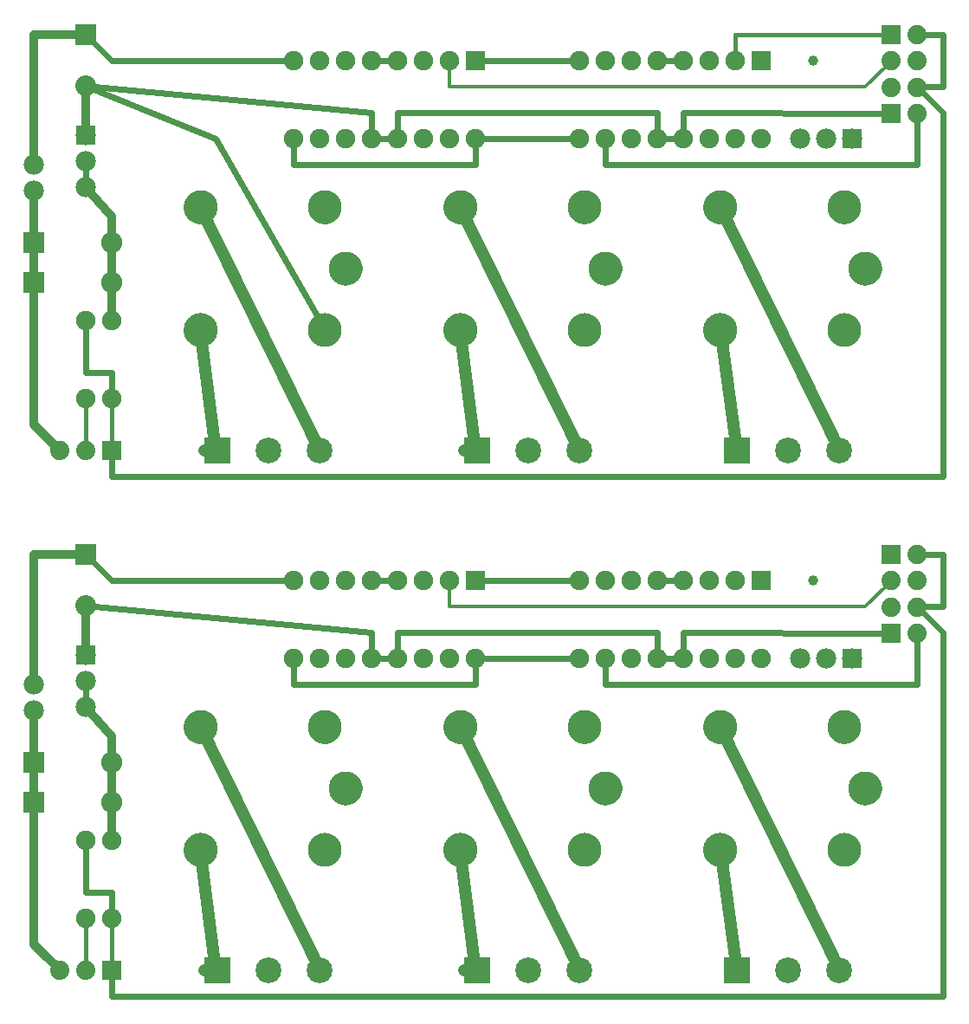
<source format=gtl>
G04 MADE WITH FRITZING*
G04 WWW.FRITZING.ORG*
G04 DOUBLE SIDED*
G04 HOLES PLATED*
G04 CONTOUR ON CENTER OF CONTOUR VECTOR*
%ASAXBY*%
%FSLAX23Y23*%
%MOIN*%
%OFA0B0*%
%SFA1.0B1.0*%
%ADD10C,0.074472*%
%ADD11C,0.075000*%
%ADD12C,0.129921*%
%ADD13C,0.099055*%
%ADD14C,0.080000*%
%ADD15C,0.074000*%
%ADD16C,0.082000*%
%ADD17C,0.078000*%
%ADD18C,0.039370*%
%ADD19R,0.074108X0.074472*%
%ADD20R,0.075000X0.075000*%
%ADD21R,0.099055X0.099055*%
%ADD22R,0.080000X0.080000*%
%ADD23R,0.082000X0.082000*%
%ADD24R,0.078000X0.078000*%
%ADD25C,0.016000*%
%ADD26C,0.024000*%
%ADD27C,0.032000*%
%ADD28C,0.012000*%
%ADD29C,0.048000*%
%ADD30R,0.001000X0.001000*%
%LNCOPPER1*%
G90*
G70*
G54D10*
X3455Y3506D03*
X3555Y3506D03*
X3455Y3606D03*
X3555Y3606D03*
X3455Y3707D03*
X3555Y3707D03*
X3455Y3808D03*
X3555Y3808D03*
X3455Y3506D03*
X3555Y3506D03*
X3455Y3606D03*
X3555Y3606D03*
X3455Y3707D03*
X3555Y3707D03*
X3455Y3808D03*
X3555Y3808D03*
G54D11*
X2955Y3707D03*
X2955Y3407D03*
X2855Y3707D03*
X2855Y3407D03*
X2755Y3707D03*
X2755Y3407D03*
X2655Y3707D03*
X2655Y3407D03*
X2555Y3707D03*
X2555Y3407D03*
X2455Y3707D03*
X2455Y3407D03*
X2355Y3707D03*
X2355Y3407D03*
X2255Y3707D03*
X2255Y3407D03*
X1855Y3707D03*
X1855Y3407D03*
X1755Y3707D03*
X1755Y3407D03*
X1655Y3707D03*
X1655Y3407D03*
X1555Y3707D03*
X1555Y3407D03*
X1455Y3707D03*
X1455Y3407D03*
X1355Y3707D03*
X1355Y3407D03*
X1255Y3707D03*
X1255Y3407D03*
X1155Y3707D03*
X1155Y3407D03*
G54D12*
X2355Y2907D03*
X2275Y3143D03*
X1796Y3143D03*
X2275Y2671D03*
X1796Y2671D03*
X1355Y2907D03*
X1275Y3143D03*
X796Y3143D03*
X1275Y2671D03*
X796Y2671D03*
X3355Y2907D03*
X3275Y3143D03*
X2796Y3143D03*
X3275Y2671D03*
X2796Y2671D03*
G54D13*
X2862Y2207D03*
X3059Y2207D03*
X3255Y2207D03*
X862Y2207D03*
X1059Y2207D03*
X1255Y2207D03*
X1862Y2207D03*
X2059Y2207D03*
X2255Y2207D03*
G54D14*
X355Y3807D03*
X355Y3610D03*
G54D15*
X455Y2207D03*
X355Y2207D03*
X255Y2207D03*
X455Y2207D03*
X355Y2207D03*
X255Y2207D03*
G54D11*
X355Y2707D03*
X355Y2407D03*
X455Y2707D03*
X455Y2407D03*
G54D16*
X155Y3007D03*
X453Y3007D03*
X155Y2855D03*
X453Y2855D03*
G54D17*
X355Y3422D03*
X355Y3322D03*
X355Y3222D03*
X155Y3307D03*
X155Y3207D03*
X3305Y3407D03*
X3205Y3407D03*
X3105Y3407D03*
G54D18*
X3155Y3707D03*
G54D10*
X3455Y1506D03*
X3555Y1506D03*
X3455Y1606D03*
X3555Y1606D03*
X3455Y1707D03*
X3555Y1707D03*
X3455Y1808D03*
X3555Y1808D03*
X3455Y1506D03*
X3555Y1506D03*
X3455Y1606D03*
X3555Y1606D03*
X3455Y1707D03*
X3555Y1707D03*
X3455Y1808D03*
X3555Y1808D03*
G54D11*
X2955Y1707D03*
X2955Y1407D03*
X2855Y1707D03*
X2855Y1407D03*
X2755Y1707D03*
X2755Y1407D03*
X2655Y1707D03*
X2655Y1407D03*
X2555Y1707D03*
X2555Y1407D03*
X2455Y1707D03*
X2455Y1407D03*
X2355Y1707D03*
X2355Y1407D03*
X2255Y1707D03*
X2255Y1407D03*
X1855Y1707D03*
X1855Y1407D03*
X1755Y1707D03*
X1755Y1407D03*
X1655Y1707D03*
X1655Y1407D03*
X1555Y1707D03*
X1555Y1407D03*
X1455Y1707D03*
X1455Y1407D03*
X1355Y1707D03*
X1355Y1407D03*
X1255Y1707D03*
X1255Y1407D03*
X1155Y1707D03*
X1155Y1407D03*
G54D12*
X2355Y907D03*
X2275Y1143D03*
X1796Y1143D03*
X2275Y671D03*
X1796Y671D03*
X1355Y907D03*
X1275Y1143D03*
X796Y1143D03*
X1275Y671D03*
X796Y671D03*
X3355Y907D03*
X3275Y1143D03*
X2796Y1143D03*
X3275Y671D03*
X2796Y671D03*
G54D13*
X862Y207D03*
X1059Y207D03*
X1255Y207D03*
X2862Y207D03*
X3059Y207D03*
X3255Y207D03*
X1862Y207D03*
X2059Y207D03*
X2255Y207D03*
G54D14*
X355Y1807D03*
X355Y1610D03*
G54D15*
X455Y207D03*
X355Y207D03*
X255Y207D03*
X455Y207D03*
X355Y207D03*
X255Y207D03*
G54D11*
X455Y707D03*
X455Y407D03*
X355Y707D03*
X355Y407D03*
G54D16*
X155Y855D03*
X453Y855D03*
X155Y1007D03*
X453Y1007D03*
G54D17*
X355Y1422D03*
X355Y1322D03*
X355Y1222D03*
X155Y1307D03*
X155Y1207D03*
X3305Y1407D03*
X3205Y1407D03*
X3105Y1407D03*
G54D18*
X3155Y1707D03*
G54D19*
X3455Y3506D03*
X3455Y3506D03*
X3455Y3808D03*
G54D20*
X2955Y3707D03*
X1855Y3707D03*
G54D21*
X2862Y2207D03*
X862Y2207D03*
X1862Y2207D03*
G54D22*
X355Y3807D03*
G54D23*
X154Y3007D03*
X154Y2855D03*
G54D24*
X355Y3422D03*
X3305Y3407D03*
G54D19*
X3455Y1506D03*
X3455Y1506D03*
X3455Y1808D03*
G54D20*
X2955Y1707D03*
X1855Y1707D03*
G54D21*
X862Y207D03*
X2862Y207D03*
X1862Y207D03*
G54D22*
X355Y1807D03*
G54D23*
X154Y855D03*
X154Y1007D03*
G54D24*
X355Y1422D03*
X3305Y1407D03*
G54D25*
X355Y2232D02*
X355Y2384D01*
D02*
X355Y232D02*
X355Y384D01*
D02*
X455Y232D02*
X455Y384D01*
D02*
X455Y2232D02*
X455Y2384D01*
G54D26*
D02*
X455Y507D02*
X355Y507D01*
D02*
X355Y507D02*
X355Y678D01*
D02*
X455Y436D02*
X455Y507D01*
D02*
X455Y2507D02*
X355Y2507D01*
D02*
X355Y2507D02*
X355Y2678D01*
D02*
X455Y2436D02*
X455Y2507D01*
G54D27*
D02*
X155Y817D02*
X155Y307D01*
D02*
X204Y259D02*
X230Y233D01*
D02*
X155Y307D02*
X204Y259D01*
D02*
X155Y2307D02*
X204Y2259D01*
D02*
X204Y2259D02*
X234Y2229D01*
D02*
X155Y2823D02*
X155Y2307D01*
D02*
X155Y969D02*
X155Y893D01*
D02*
X155Y2975D02*
X155Y2887D01*
D02*
X155Y1807D02*
X155Y1343D01*
D02*
X319Y1807D02*
X155Y1807D01*
D02*
X324Y3807D02*
X155Y3807D01*
D02*
X155Y3807D02*
X155Y3337D01*
G54D26*
D02*
X355Y3252D02*
X355Y3292D01*
D02*
X355Y1252D02*
X355Y1292D01*
G54D27*
D02*
X355Y3579D02*
X355Y3452D01*
D02*
X355Y1573D02*
X355Y1457D01*
D02*
X455Y1107D02*
X454Y1045D01*
D02*
X379Y1195D02*
X455Y1107D01*
D02*
X455Y3107D02*
X454Y3039D01*
D02*
X375Y3199D02*
X455Y3107D01*
D02*
X453Y893D02*
X453Y969D01*
D02*
X453Y2887D02*
X453Y2975D01*
D02*
X454Y817D02*
X455Y741D01*
D02*
X454Y2823D02*
X455Y2736D01*
D02*
X155Y1171D02*
X155Y1045D01*
D02*
X155Y3177D02*
X155Y3039D01*
G54D26*
D02*
X3587Y1807D02*
X3655Y1807D01*
D02*
X3655Y1807D02*
X3655Y1607D01*
D02*
X3655Y1607D02*
X3587Y1607D01*
D02*
X3587Y3807D02*
X3655Y3807D01*
D02*
X3655Y3607D02*
X3587Y3607D01*
D02*
X3655Y3807D02*
X3655Y3607D01*
D02*
X3655Y1507D02*
X3655Y107D01*
D02*
X3578Y1584D02*
X3655Y1507D01*
D02*
X3655Y107D02*
X455Y107D01*
D02*
X455Y107D02*
X455Y176D01*
D02*
X3578Y3584D02*
X3655Y3507D01*
D02*
X3655Y3507D02*
X3655Y2107D01*
D02*
X3655Y2107D02*
X455Y2107D01*
D02*
X455Y2107D02*
X455Y2176D01*
G54D25*
D02*
X3255Y3807D02*
X3430Y3808D01*
D02*
X2855Y3807D02*
X3155Y3807D01*
D02*
X3155Y3807D02*
X3255Y3807D01*
D02*
X2855Y3707D02*
X2855Y3807D01*
G54D28*
D02*
X3355Y1607D02*
X3437Y1689D01*
D02*
X1755Y1607D02*
X3355Y1607D01*
D02*
X1755Y1684D02*
X1755Y1607D01*
D02*
X3355Y3607D02*
X3437Y3689D01*
D02*
X1755Y3607D02*
X3355Y3607D01*
D02*
X1755Y3684D02*
X1755Y3607D01*
G54D26*
D02*
X1127Y1707D02*
X455Y1707D01*
D02*
X455Y1707D02*
X377Y1785D01*
D02*
X455Y3707D02*
X377Y3785D01*
D02*
X1127Y3707D02*
X455Y3707D01*
D02*
X3555Y1307D02*
X3555Y1407D01*
D02*
X2355Y1307D02*
X3555Y1307D01*
D02*
X3555Y1407D02*
X3555Y1474D01*
D02*
X2355Y1407D02*
X2355Y1307D01*
D02*
X3555Y3407D02*
X3555Y3474D01*
D02*
X2355Y3407D02*
X2355Y3307D01*
D02*
X3555Y3307D02*
X3555Y3407D01*
D02*
X2355Y3307D02*
X3555Y3307D01*
D02*
X1455Y1507D02*
X386Y1607D01*
D02*
X1455Y1436D02*
X1455Y1507D01*
D02*
X1455Y3507D02*
X386Y3607D01*
D02*
X1455Y3436D02*
X1455Y3507D01*
D02*
X1484Y1407D02*
X1527Y1407D01*
D02*
X1484Y3407D02*
X1527Y3407D01*
D02*
X1484Y1707D02*
X1527Y1707D01*
D02*
X1484Y3707D02*
X1527Y3707D01*
D02*
X1855Y1378D02*
X1855Y1307D01*
D02*
X1855Y1307D02*
X1155Y1307D01*
D02*
X1855Y3378D02*
X1855Y3307D01*
D02*
X1155Y3307D02*
X1155Y3378D01*
D02*
X1155Y1307D02*
X1155Y1378D01*
D02*
X1855Y3307D02*
X1155Y3307D01*
D02*
X2227Y1707D02*
X1884Y1707D01*
D02*
X2227Y3707D02*
X1884Y3707D01*
D02*
X2227Y1407D02*
X1884Y1407D01*
D02*
X2227Y3407D02*
X1884Y3407D01*
D02*
X1555Y1507D02*
X1555Y1436D01*
D02*
X2555Y1507D02*
X1555Y1507D01*
D02*
X2555Y1436D02*
X2555Y1507D01*
D02*
X1555Y3507D02*
X1555Y3436D01*
D02*
X2555Y3436D02*
X2555Y3507D01*
D02*
X2555Y3507D02*
X1555Y3507D01*
D02*
X2627Y1407D02*
X2584Y1407D01*
D02*
X2627Y3407D02*
X2584Y3407D01*
D02*
X2627Y1707D02*
X2584Y1707D01*
D02*
X2627Y3707D02*
X2584Y3707D01*
D02*
X2655Y1507D02*
X3424Y1506D01*
D02*
X2655Y1436D02*
X2655Y1507D01*
D02*
X2655Y3507D02*
X3424Y3506D01*
D02*
X2655Y3436D02*
X2655Y3507D01*
G54D29*
D02*
X1233Y253D02*
X817Y1100D01*
D02*
X1237Y2244D02*
X812Y3110D01*
D02*
X2233Y253D02*
X1817Y1100D01*
D02*
X2237Y2244D02*
X1812Y3110D01*
D02*
X3233Y2253D02*
X2817Y3100D01*
D02*
X3233Y253D02*
X2817Y1100D01*
D02*
X855Y207D02*
X810Y207D01*
D02*
X802Y623D02*
X855Y207D01*
D02*
X855Y2207D02*
X810Y2207D01*
D02*
X802Y2623D02*
X855Y2207D01*
D02*
X1802Y623D02*
X1855Y207D01*
D02*
X1855Y207D02*
X1810Y207D01*
D02*
X1855Y2207D02*
X1810Y2207D01*
D02*
X1802Y2623D02*
X1855Y2207D01*
D02*
X2803Y623D02*
X2854Y258D01*
D02*
X2803Y2623D02*
X2854Y2258D01*
G54D26*
D02*
X384Y3598D02*
X855Y3407D01*
D02*
X855Y3407D02*
X1256Y2703D01*
G54D30*
X788Y3208D02*
X804Y3208D01*
X1266Y3208D02*
X1282Y3208D01*
X1788Y3208D02*
X1804Y3208D01*
X2266Y3208D02*
X2282Y3208D01*
X2788Y3208D02*
X2803Y3208D01*
X3266Y3208D02*
X3282Y3208D01*
X782Y3207D02*
X809Y3207D01*
X1261Y3207D02*
X1288Y3207D01*
X1782Y3207D02*
X1809Y3207D01*
X2261Y3207D02*
X2288Y3207D01*
X2782Y3207D02*
X2809Y3207D01*
X3260Y3207D02*
X3288Y3207D01*
X778Y3206D02*
X813Y3206D01*
X1257Y3206D02*
X1292Y3206D01*
X1778Y3206D02*
X1813Y3206D01*
X2257Y3206D02*
X2292Y3206D01*
X2778Y3206D02*
X2813Y3206D01*
X3257Y3206D02*
X3291Y3206D01*
X775Y3205D02*
X816Y3205D01*
X1253Y3205D02*
X1295Y3205D01*
X1775Y3205D02*
X1816Y3205D01*
X2253Y3205D02*
X2295Y3205D01*
X2775Y3205D02*
X2816Y3205D01*
X3253Y3205D02*
X3295Y3205D01*
X772Y3204D02*
X819Y3204D01*
X1251Y3204D02*
X1298Y3204D01*
X1772Y3204D02*
X1819Y3204D01*
X2251Y3204D02*
X2298Y3204D01*
X2772Y3204D02*
X2819Y3204D01*
X3251Y3204D02*
X3298Y3204D01*
X770Y3203D02*
X822Y3203D01*
X1248Y3203D02*
X1300Y3203D01*
X1770Y3203D02*
X1822Y3203D01*
X2248Y3203D02*
X2300Y3203D01*
X2770Y3203D02*
X2822Y3203D01*
X3248Y3203D02*
X3300Y3203D01*
X768Y3202D02*
X824Y3202D01*
X1246Y3202D02*
X1302Y3202D01*
X1768Y3202D02*
X1824Y3202D01*
X2246Y3202D02*
X2302Y3202D01*
X2768Y3202D02*
X2824Y3202D01*
X3246Y3202D02*
X3302Y3202D01*
X766Y3201D02*
X826Y3201D01*
X1244Y3201D02*
X1304Y3201D01*
X1766Y3201D02*
X1826Y3201D01*
X2244Y3201D02*
X2304Y3201D01*
X2766Y3201D02*
X2826Y3201D01*
X3244Y3201D02*
X3304Y3201D01*
X764Y3200D02*
X827Y3200D01*
X1242Y3200D02*
X1306Y3200D01*
X1764Y3200D02*
X1827Y3200D01*
X2242Y3200D02*
X2306Y3200D01*
X2764Y3200D02*
X2827Y3200D01*
X3242Y3200D02*
X3306Y3200D01*
X762Y3199D02*
X829Y3199D01*
X1241Y3199D02*
X1307Y3199D01*
X1762Y3199D02*
X1829Y3199D01*
X2241Y3199D02*
X2307Y3199D01*
X2762Y3199D02*
X2829Y3199D01*
X3241Y3199D02*
X3307Y3199D01*
X761Y3198D02*
X831Y3198D01*
X1239Y3198D02*
X1309Y3198D01*
X1761Y3198D02*
X1831Y3198D01*
X2239Y3198D02*
X2309Y3198D01*
X2761Y3198D02*
X2831Y3198D01*
X3239Y3198D02*
X3309Y3198D01*
X759Y3197D02*
X832Y3197D01*
X1238Y3197D02*
X1311Y3197D01*
X1759Y3197D02*
X1832Y3197D01*
X2238Y3197D02*
X2310Y3197D01*
X2759Y3197D02*
X2832Y3197D01*
X3238Y3197D02*
X3310Y3197D01*
X758Y3196D02*
X834Y3196D01*
X1236Y3196D02*
X1312Y3196D01*
X1758Y3196D02*
X1834Y3196D01*
X2236Y3196D02*
X2312Y3196D01*
X2758Y3196D02*
X2833Y3196D01*
X3236Y3196D02*
X3312Y3196D01*
X757Y3195D02*
X835Y3195D01*
X1235Y3195D02*
X1313Y3195D01*
X1757Y3195D02*
X1835Y3195D01*
X2235Y3195D02*
X2313Y3195D01*
X2757Y3195D02*
X2835Y3195D01*
X3235Y3195D02*
X3313Y3195D01*
X755Y3194D02*
X836Y3194D01*
X1234Y3194D02*
X1315Y3194D01*
X1755Y3194D02*
X1836Y3194D01*
X2234Y3194D02*
X2315Y3194D01*
X2755Y3194D02*
X2836Y3194D01*
X3234Y3194D02*
X3314Y3194D01*
X754Y3193D02*
X837Y3193D01*
X1232Y3193D02*
X1316Y3193D01*
X1754Y3193D02*
X1837Y3193D01*
X2232Y3193D02*
X2316Y3193D01*
X2754Y3193D02*
X2837Y3193D01*
X3232Y3193D02*
X3316Y3193D01*
X753Y3192D02*
X839Y3192D01*
X1231Y3192D02*
X1317Y3192D01*
X1753Y3192D02*
X1839Y3192D01*
X2231Y3192D02*
X2317Y3192D01*
X2753Y3192D02*
X2838Y3192D01*
X3231Y3192D02*
X3317Y3192D01*
X752Y3191D02*
X840Y3191D01*
X1230Y3191D02*
X1318Y3191D01*
X1752Y3191D02*
X1840Y3191D01*
X2230Y3191D02*
X2318Y3191D01*
X2752Y3191D02*
X2840Y3191D01*
X3230Y3191D02*
X3318Y3191D01*
X751Y3190D02*
X841Y3190D01*
X1229Y3190D02*
X1319Y3190D01*
X1751Y3190D02*
X1841Y3190D01*
X2229Y3190D02*
X2319Y3190D01*
X2751Y3190D02*
X2841Y3190D01*
X3229Y3190D02*
X3319Y3190D01*
X750Y3189D02*
X842Y3189D01*
X1228Y3189D02*
X1320Y3189D01*
X1750Y3189D02*
X1842Y3189D01*
X2228Y3189D02*
X2320Y3189D01*
X2750Y3189D02*
X2842Y3189D01*
X3228Y3189D02*
X3320Y3189D01*
X749Y3188D02*
X843Y3188D01*
X1227Y3188D02*
X1321Y3188D01*
X1749Y3188D02*
X1843Y3188D01*
X2227Y3188D02*
X2321Y3188D01*
X2749Y3188D02*
X2843Y3188D01*
X3227Y3188D02*
X3321Y3188D01*
X748Y3187D02*
X844Y3187D01*
X1226Y3187D02*
X1322Y3187D01*
X1748Y3187D02*
X1844Y3187D01*
X2226Y3187D02*
X2322Y3187D01*
X2748Y3187D02*
X2843Y3187D01*
X3226Y3187D02*
X3322Y3187D01*
X747Y3186D02*
X844Y3186D01*
X1225Y3186D02*
X1323Y3186D01*
X1747Y3186D02*
X1844Y3186D01*
X2225Y3186D02*
X2323Y3186D01*
X2747Y3186D02*
X2844Y3186D01*
X3225Y3186D02*
X3323Y3186D01*
X746Y3185D02*
X845Y3185D01*
X1225Y3185D02*
X1324Y3185D01*
X1746Y3185D02*
X1845Y3185D01*
X2225Y3185D02*
X2324Y3185D01*
X2746Y3185D02*
X2845Y3185D01*
X3224Y3185D02*
X3324Y3185D01*
X745Y3184D02*
X846Y3184D01*
X1224Y3184D02*
X1324Y3184D01*
X1745Y3184D02*
X1846Y3184D01*
X2224Y3184D02*
X2324Y3184D01*
X2745Y3184D02*
X2846Y3184D01*
X3224Y3184D02*
X3324Y3184D01*
X745Y3183D02*
X847Y3183D01*
X1223Y3183D02*
X1325Y3183D01*
X1745Y3183D02*
X1847Y3183D01*
X2223Y3183D02*
X2325Y3183D01*
X2745Y3183D02*
X2847Y3183D01*
X3223Y3183D02*
X3325Y3183D01*
X744Y3182D02*
X848Y3182D01*
X1222Y3182D02*
X1326Y3182D01*
X1744Y3182D02*
X1847Y3182D01*
X2222Y3182D02*
X2326Y3182D01*
X2744Y3182D02*
X2847Y3182D01*
X3222Y3182D02*
X3326Y3182D01*
X743Y3181D02*
X848Y3181D01*
X1222Y3181D02*
X1327Y3181D01*
X1743Y3181D02*
X1848Y3181D01*
X2222Y3181D02*
X2327Y3181D01*
X2743Y3181D02*
X2848Y3181D01*
X3221Y3181D02*
X3327Y3181D01*
X743Y3180D02*
X849Y3180D01*
X1221Y3180D02*
X1327Y3180D01*
X1742Y3180D02*
X1849Y3180D01*
X2221Y3180D02*
X2327Y3180D01*
X2742Y3180D02*
X2849Y3180D01*
X3221Y3180D02*
X3327Y3180D01*
X742Y3179D02*
X850Y3179D01*
X1220Y3179D02*
X1328Y3179D01*
X1742Y3179D02*
X1850Y3179D01*
X2220Y3179D02*
X2328Y3179D01*
X2742Y3179D02*
X2850Y3179D01*
X3220Y3179D02*
X3328Y3179D01*
X741Y3178D02*
X850Y3178D01*
X1220Y3178D02*
X1329Y3178D01*
X1741Y3178D02*
X1850Y3178D01*
X2220Y3178D02*
X2329Y3178D01*
X2741Y3178D02*
X2850Y3178D01*
X3220Y3178D02*
X3328Y3178D01*
X741Y3177D02*
X851Y3177D01*
X1219Y3177D02*
X1329Y3177D01*
X1741Y3177D02*
X1851Y3177D01*
X2219Y3177D02*
X2329Y3177D01*
X2741Y3177D02*
X2851Y3177D01*
X3219Y3177D02*
X3329Y3177D01*
X740Y3176D02*
X851Y3176D01*
X1218Y3176D02*
X1330Y3176D01*
X1740Y3176D02*
X1851Y3176D01*
X2218Y3176D02*
X2330Y3176D01*
X2740Y3176D02*
X2851Y3176D01*
X3218Y3176D02*
X3330Y3176D01*
X739Y3175D02*
X852Y3175D01*
X1218Y3175D02*
X1330Y3175D01*
X1739Y3175D02*
X1852Y3175D01*
X2218Y3175D02*
X2330Y3175D01*
X2739Y3175D02*
X2852Y3175D01*
X3218Y3175D02*
X3330Y3175D01*
X739Y3174D02*
X853Y3174D01*
X1217Y3174D02*
X1331Y3174D01*
X1739Y3174D02*
X1853Y3174D01*
X2217Y3174D02*
X2331Y3174D01*
X2739Y3174D02*
X2853Y3174D01*
X3217Y3174D02*
X3331Y3174D01*
X738Y3173D02*
X853Y3173D01*
X1217Y3173D02*
X1331Y3173D01*
X1738Y3173D02*
X1853Y3173D01*
X2217Y3173D02*
X2331Y3173D01*
X2738Y3173D02*
X2853Y3173D01*
X3217Y3173D02*
X3331Y3173D01*
X738Y3172D02*
X854Y3172D01*
X1216Y3172D02*
X1332Y3172D01*
X1738Y3172D02*
X1854Y3172D01*
X2216Y3172D02*
X2332Y3172D01*
X2738Y3172D02*
X2854Y3172D01*
X3216Y3172D02*
X3332Y3172D01*
X737Y3171D02*
X854Y3171D01*
X1216Y3171D02*
X1332Y3171D01*
X1737Y3171D02*
X1854Y3171D01*
X2216Y3171D02*
X2332Y3171D01*
X2737Y3171D02*
X2854Y3171D01*
X3216Y3171D02*
X3332Y3171D01*
X737Y3170D02*
X855Y3170D01*
X1215Y3170D02*
X1333Y3170D01*
X1737Y3170D02*
X1855Y3170D01*
X2215Y3170D02*
X2333Y3170D01*
X2737Y3170D02*
X2855Y3170D01*
X3215Y3170D02*
X3333Y3170D01*
X736Y3169D02*
X791Y3169D01*
X801Y3169D02*
X855Y3169D01*
X1215Y3169D02*
X1269Y3169D01*
X1279Y3169D02*
X1333Y3169D01*
X1736Y3169D02*
X1791Y3169D01*
X1801Y3169D02*
X1855Y3169D01*
X2215Y3169D02*
X2269Y3169D01*
X2279Y3169D02*
X2333Y3169D01*
X2736Y3169D02*
X2791Y3169D01*
X2801Y3169D02*
X2855Y3169D01*
X3215Y3169D02*
X3269Y3169D01*
X3279Y3169D02*
X3333Y3169D01*
X736Y3168D02*
X787Y3168D01*
X804Y3168D02*
X855Y3168D01*
X1214Y3168D02*
X1265Y3168D01*
X1283Y3168D02*
X1334Y3168D01*
X1736Y3168D02*
X1787Y3168D01*
X1804Y3168D02*
X1855Y3168D01*
X2214Y3168D02*
X2265Y3168D01*
X2283Y3168D02*
X2334Y3168D01*
X2736Y3168D02*
X2787Y3168D01*
X2804Y3168D02*
X2855Y3168D01*
X3214Y3168D02*
X3265Y3168D01*
X3283Y3168D02*
X3334Y3168D01*
X736Y3167D02*
X785Y3167D01*
X807Y3167D02*
X856Y3167D01*
X1214Y3167D02*
X1263Y3167D01*
X1285Y3167D02*
X1334Y3167D01*
X1736Y3167D02*
X1785Y3167D01*
X1807Y3167D02*
X1856Y3167D01*
X2214Y3167D02*
X2263Y3167D01*
X2285Y3167D02*
X2334Y3167D01*
X2736Y3167D02*
X2785Y3167D01*
X2807Y3167D02*
X2856Y3167D01*
X3214Y3167D02*
X3263Y3167D01*
X3285Y3167D02*
X3334Y3167D01*
X735Y3166D02*
X783Y3166D01*
X809Y3166D02*
X856Y3166D01*
X1214Y3166D02*
X1261Y3166D01*
X1287Y3166D02*
X1335Y3166D01*
X1735Y3166D02*
X1783Y3166D01*
X1809Y3166D02*
X1856Y3166D01*
X2214Y3166D02*
X2261Y3166D01*
X2287Y3166D02*
X2334Y3166D01*
X2735Y3166D02*
X2783Y3166D01*
X2809Y3166D02*
X2856Y3166D01*
X3214Y3166D02*
X3261Y3166D01*
X3287Y3166D02*
X3334Y3166D01*
X735Y3165D02*
X781Y3165D01*
X811Y3165D02*
X857Y3165D01*
X1213Y3165D02*
X1259Y3165D01*
X1289Y3165D02*
X1335Y3165D01*
X1735Y3165D02*
X1781Y3165D01*
X1811Y3165D02*
X1856Y3165D01*
X2213Y3165D02*
X2259Y3165D01*
X2289Y3165D02*
X2335Y3165D01*
X2735Y3165D02*
X2781Y3165D01*
X2811Y3165D02*
X2856Y3165D01*
X3213Y3165D02*
X3259Y3165D01*
X3289Y3165D02*
X3335Y3165D01*
X735Y3164D02*
X780Y3164D01*
X812Y3164D02*
X857Y3164D01*
X1213Y3164D02*
X1258Y3164D01*
X1290Y3164D02*
X1335Y3164D01*
X1735Y3164D02*
X1780Y3164D01*
X1812Y3164D02*
X1857Y3164D01*
X2213Y3164D02*
X2258Y3164D01*
X2290Y3164D02*
X2335Y3164D01*
X2735Y3164D02*
X2780Y3164D01*
X2812Y3164D02*
X2857Y3164D01*
X3213Y3164D02*
X3258Y3164D01*
X3290Y3164D02*
X3335Y3164D01*
X734Y3163D02*
X779Y3163D01*
X813Y3163D02*
X857Y3163D01*
X1213Y3163D02*
X1257Y3163D01*
X1291Y3163D02*
X1336Y3163D01*
X1734Y3163D02*
X1779Y3163D01*
X1813Y3163D02*
X1857Y3163D01*
X2213Y3163D02*
X2257Y3163D01*
X2291Y3163D02*
X2336Y3163D01*
X2734Y3163D02*
X2778Y3163D01*
X2813Y3163D02*
X2857Y3163D01*
X3213Y3163D02*
X3257Y3163D01*
X3291Y3163D02*
X3335Y3163D01*
X734Y3162D02*
X777Y3162D01*
X814Y3162D02*
X857Y3162D01*
X1212Y3162D02*
X1256Y3162D01*
X1292Y3162D02*
X1336Y3162D01*
X1734Y3162D02*
X1777Y3162D01*
X1814Y3162D02*
X1857Y3162D01*
X2212Y3162D02*
X2256Y3162D01*
X2292Y3162D02*
X2336Y3162D01*
X2734Y3162D02*
X2777Y3162D01*
X2814Y3162D02*
X2857Y3162D01*
X3212Y3162D02*
X3256Y3162D01*
X3292Y3162D02*
X3336Y3162D01*
X734Y3161D02*
X776Y3161D01*
X815Y3161D02*
X858Y3161D01*
X1212Y3161D02*
X1255Y3161D01*
X1293Y3161D02*
X1336Y3161D01*
X1734Y3161D02*
X1776Y3161D01*
X1815Y3161D02*
X1858Y3161D01*
X2212Y3161D02*
X2255Y3161D01*
X2293Y3161D02*
X2336Y3161D01*
X2734Y3161D02*
X2776Y3161D01*
X2815Y3161D02*
X2858Y3161D01*
X3212Y3161D02*
X3255Y3161D01*
X3293Y3161D02*
X3336Y3161D01*
X734Y3160D02*
X776Y3160D01*
X816Y3160D02*
X858Y3160D01*
X1212Y3160D02*
X1254Y3160D01*
X1294Y3160D02*
X1336Y3160D01*
X1734Y3160D02*
X1776Y3160D01*
X1816Y3160D02*
X1858Y3160D01*
X2212Y3160D02*
X2254Y3160D01*
X2294Y3160D02*
X2336Y3160D01*
X2733Y3160D02*
X2776Y3160D01*
X2816Y3160D02*
X2858Y3160D01*
X3212Y3160D02*
X3254Y3160D01*
X3294Y3160D02*
X3336Y3160D01*
X733Y3159D02*
X775Y3159D01*
X817Y3159D02*
X858Y3159D01*
X1212Y3159D02*
X1253Y3159D01*
X1295Y3159D02*
X1337Y3159D01*
X1733Y3159D02*
X1775Y3159D01*
X1817Y3159D02*
X1858Y3159D01*
X2212Y3159D02*
X2253Y3159D01*
X2295Y3159D02*
X2337Y3159D01*
X2733Y3159D02*
X2775Y3159D01*
X2817Y3159D02*
X2858Y3159D01*
X3212Y3159D02*
X3253Y3159D01*
X3295Y3159D02*
X3336Y3159D01*
X733Y3158D02*
X774Y3158D01*
X818Y3158D02*
X858Y3158D01*
X1211Y3158D02*
X1252Y3158D01*
X1296Y3158D02*
X1337Y3158D01*
X1733Y3158D02*
X1774Y3158D01*
X1818Y3158D02*
X1858Y3158D01*
X2211Y3158D02*
X2252Y3158D01*
X2296Y3158D02*
X2337Y3158D01*
X2733Y3158D02*
X2774Y3158D01*
X2817Y3158D02*
X2858Y3158D01*
X3211Y3158D02*
X3252Y3158D01*
X3296Y3158D02*
X3337Y3158D01*
X733Y3157D02*
X773Y3157D01*
X818Y3157D02*
X859Y3157D01*
X1211Y3157D02*
X1252Y3157D01*
X1296Y3157D02*
X1337Y3157D01*
X1733Y3157D02*
X1773Y3157D01*
X1818Y3157D02*
X1859Y3157D01*
X2211Y3157D02*
X2252Y3157D01*
X2296Y3157D02*
X2337Y3157D01*
X2733Y3157D02*
X2773Y3157D01*
X2818Y3157D02*
X2859Y3157D01*
X3211Y3157D02*
X3252Y3157D01*
X3296Y3157D02*
X3337Y3157D01*
X733Y3156D02*
X773Y3156D01*
X819Y3156D02*
X859Y3156D01*
X1211Y3156D02*
X1251Y3156D01*
X1297Y3156D02*
X1337Y3156D01*
X1733Y3156D02*
X1773Y3156D01*
X1819Y3156D02*
X1859Y3156D01*
X2211Y3156D02*
X2251Y3156D01*
X2297Y3156D02*
X2337Y3156D01*
X2733Y3156D02*
X2773Y3156D01*
X2819Y3156D02*
X2859Y3156D01*
X3211Y3156D02*
X3251Y3156D01*
X3297Y3156D02*
X3337Y3156D01*
X732Y3155D02*
X772Y3155D01*
X819Y3155D02*
X859Y3155D01*
X1211Y3155D02*
X1251Y3155D01*
X1297Y3155D02*
X1337Y3155D01*
X1732Y3155D02*
X1772Y3155D01*
X1819Y3155D02*
X1859Y3155D01*
X2211Y3155D02*
X2251Y3155D01*
X2297Y3155D02*
X2337Y3155D01*
X2732Y3155D02*
X2772Y3155D01*
X2819Y3155D02*
X2859Y3155D01*
X3211Y3155D02*
X3251Y3155D01*
X3297Y3155D02*
X3337Y3155D01*
X732Y3154D02*
X772Y3154D01*
X820Y3154D02*
X859Y3154D01*
X1211Y3154D02*
X1250Y3154D01*
X1298Y3154D02*
X1338Y3154D01*
X1732Y3154D02*
X1772Y3154D01*
X1820Y3154D02*
X1859Y3154D01*
X2211Y3154D02*
X2250Y3154D01*
X2298Y3154D02*
X2338Y3154D01*
X2732Y3154D02*
X2772Y3154D01*
X2820Y3154D02*
X2859Y3154D01*
X3211Y3154D02*
X3250Y3154D01*
X3298Y3154D02*
X3337Y3154D01*
X732Y3153D02*
X771Y3153D01*
X820Y3153D02*
X859Y3153D01*
X1210Y3153D02*
X1250Y3153D01*
X1298Y3153D02*
X1338Y3153D01*
X1732Y3153D02*
X1771Y3153D01*
X1820Y3153D02*
X1859Y3153D01*
X2210Y3153D02*
X2250Y3153D01*
X2298Y3153D02*
X2338Y3153D01*
X2732Y3153D02*
X2771Y3153D01*
X2820Y3153D02*
X2859Y3153D01*
X3210Y3153D02*
X3250Y3153D01*
X3298Y3153D02*
X3338Y3153D01*
X732Y3152D02*
X771Y3152D01*
X821Y3152D02*
X860Y3152D01*
X1210Y3152D02*
X1249Y3152D01*
X1299Y3152D02*
X1338Y3152D01*
X1732Y3152D02*
X1771Y3152D01*
X1820Y3152D02*
X1860Y3152D01*
X2210Y3152D02*
X2249Y3152D01*
X2299Y3152D02*
X2338Y3152D01*
X2732Y3152D02*
X2771Y3152D01*
X2820Y3152D02*
X2859Y3152D01*
X3210Y3152D02*
X3249Y3152D01*
X3299Y3152D02*
X3338Y3152D01*
X732Y3151D02*
X771Y3151D01*
X821Y3151D02*
X860Y3151D01*
X1210Y3151D02*
X1249Y3151D01*
X1299Y3151D02*
X1338Y3151D01*
X1732Y3151D02*
X1771Y3151D01*
X1821Y3151D02*
X1860Y3151D01*
X2210Y3151D02*
X2249Y3151D01*
X2299Y3151D02*
X2338Y3151D01*
X2732Y3151D02*
X2771Y3151D01*
X2821Y3151D02*
X2860Y3151D01*
X3210Y3151D02*
X3249Y3151D01*
X3299Y3151D02*
X3338Y3151D01*
X732Y3150D02*
X770Y3150D01*
X821Y3150D02*
X860Y3150D01*
X1210Y3150D02*
X1249Y3150D01*
X1299Y3150D02*
X1338Y3150D01*
X1732Y3150D02*
X1770Y3150D01*
X1821Y3150D02*
X1860Y3150D01*
X2210Y3150D02*
X2249Y3150D01*
X2299Y3150D02*
X2338Y3150D01*
X2732Y3150D02*
X2770Y3150D01*
X2821Y3150D02*
X2860Y3150D01*
X3210Y3150D02*
X3249Y3150D01*
X3299Y3150D02*
X3338Y3150D01*
X732Y3149D02*
X770Y3149D01*
X821Y3149D02*
X860Y3149D01*
X1210Y3149D02*
X1248Y3149D01*
X1300Y3149D02*
X1338Y3149D01*
X1732Y3149D02*
X1770Y3149D01*
X1821Y3149D02*
X1860Y3149D01*
X2210Y3149D02*
X2248Y3149D01*
X2300Y3149D02*
X2338Y3149D01*
X2732Y3149D02*
X2770Y3149D01*
X2821Y3149D02*
X2860Y3149D01*
X3210Y3149D02*
X3248Y3149D01*
X3300Y3149D02*
X3338Y3149D01*
X732Y3148D02*
X770Y3148D01*
X822Y3148D02*
X860Y3148D01*
X1210Y3148D02*
X1248Y3148D01*
X1300Y3148D02*
X1338Y3148D01*
X1732Y3148D02*
X1770Y3148D01*
X1822Y3148D02*
X1860Y3148D01*
X2210Y3148D02*
X2248Y3148D01*
X2300Y3148D02*
X2338Y3148D01*
X2731Y3148D02*
X2770Y3148D01*
X2821Y3148D02*
X2860Y3148D01*
X3210Y3148D02*
X3248Y3148D01*
X3300Y3148D02*
X3338Y3148D01*
X732Y3147D02*
X770Y3147D01*
X822Y3147D02*
X860Y3147D01*
X1210Y3147D02*
X1248Y3147D01*
X1300Y3147D02*
X1338Y3147D01*
X1731Y3147D02*
X1770Y3147D01*
X1822Y3147D02*
X1860Y3147D01*
X2210Y3147D02*
X2248Y3147D01*
X2300Y3147D02*
X2338Y3147D01*
X2731Y3147D02*
X2770Y3147D01*
X2822Y3147D02*
X2860Y3147D01*
X3210Y3147D02*
X3248Y3147D01*
X3300Y3147D02*
X3338Y3147D01*
X731Y3146D02*
X770Y3146D01*
X822Y3146D02*
X860Y3146D01*
X1210Y3146D02*
X1248Y3146D01*
X1300Y3146D02*
X1338Y3146D01*
X1731Y3146D02*
X1770Y3146D01*
X1822Y3146D02*
X1860Y3146D01*
X2210Y3146D02*
X2248Y3146D01*
X2300Y3146D02*
X2338Y3146D01*
X2731Y3146D02*
X2770Y3146D01*
X2822Y3146D02*
X2860Y3146D01*
X3210Y3146D02*
X3248Y3146D01*
X3300Y3146D02*
X3338Y3146D01*
X731Y3145D02*
X770Y3145D01*
X822Y3145D02*
X860Y3145D01*
X1210Y3145D02*
X1248Y3145D01*
X1300Y3145D02*
X1338Y3145D01*
X1731Y3145D02*
X1770Y3145D01*
X1822Y3145D02*
X1860Y3145D01*
X2210Y3145D02*
X2248Y3145D01*
X2300Y3145D02*
X2338Y3145D01*
X2731Y3145D02*
X2770Y3145D01*
X2822Y3145D02*
X2860Y3145D01*
X3210Y3145D02*
X3248Y3145D01*
X3300Y3145D02*
X3338Y3145D01*
X731Y3144D02*
X770Y3144D01*
X822Y3144D02*
X860Y3144D01*
X1210Y3144D02*
X1248Y3144D01*
X1300Y3144D02*
X1339Y3144D01*
X1731Y3144D02*
X1770Y3144D01*
X1822Y3144D02*
X1860Y3144D01*
X2210Y3144D02*
X2248Y3144D01*
X2300Y3144D02*
X2338Y3144D01*
X2731Y3144D02*
X2770Y3144D01*
X2822Y3144D02*
X2860Y3144D01*
X3210Y3144D02*
X3248Y3144D01*
X3300Y3144D02*
X3338Y3144D01*
X731Y3143D02*
X770Y3143D01*
X822Y3143D02*
X860Y3143D01*
X1210Y3143D02*
X1248Y3143D01*
X1300Y3143D02*
X1338Y3143D01*
X1731Y3143D02*
X1770Y3143D01*
X1822Y3143D02*
X1860Y3143D01*
X2210Y3143D02*
X2248Y3143D01*
X2300Y3143D02*
X2338Y3143D01*
X2731Y3143D02*
X2770Y3143D01*
X2822Y3143D02*
X2860Y3143D01*
X3210Y3143D02*
X3248Y3143D01*
X3300Y3143D02*
X3338Y3143D01*
X731Y3142D02*
X770Y3142D01*
X822Y3142D02*
X860Y3142D01*
X1210Y3142D02*
X1248Y3142D01*
X1300Y3142D02*
X1338Y3142D01*
X1731Y3142D02*
X1770Y3142D01*
X1822Y3142D02*
X1860Y3142D01*
X2210Y3142D02*
X2248Y3142D01*
X2300Y3142D02*
X2338Y3142D01*
X2731Y3142D02*
X2770Y3142D01*
X2822Y3142D02*
X2860Y3142D01*
X3210Y3142D02*
X3248Y3142D01*
X3300Y3142D02*
X3338Y3142D01*
X731Y3141D02*
X770Y3141D01*
X822Y3141D02*
X860Y3141D01*
X1210Y3141D02*
X1248Y3141D01*
X1300Y3141D02*
X1338Y3141D01*
X1731Y3141D02*
X1770Y3141D01*
X1822Y3141D02*
X1860Y3141D01*
X2210Y3141D02*
X2248Y3141D01*
X2300Y3141D02*
X2338Y3141D01*
X2731Y3141D02*
X2770Y3141D01*
X2822Y3141D02*
X2860Y3141D01*
X3210Y3141D02*
X3248Y3141D01*
X3300Y3141D02*
X3338Y3141D01*
X732Y3140D02*
X770Y3140D01*
X822Y3140D02*
X860Y3140D01*
X1210Y3140D02*
X1248Y3140D01*
X1300Y3140D02*
X1338Y3140D01*
X1731Y3140D02*
X1770Y3140D01*
X1822Y3140D02*
X1860Y3140D01*
X2210Y3140D02*
X2248Y3140D01*
X2300Y3140D02*
X2338Y3140D01*
X2731Y3140D02*
X2770Y3140D01*
X2822Y3140D02*
X2860Y3140D01*
X3210Y3140D02*
X3248Y3140D01*
X3300Y3140D02*
X3338Y3140D01*
X732Y3139D02*
X770Y3139D01*
X822Y3139D02*
X860Y3139D01*
X1210Y3139D02*
X1248Y3139D01*
X1300Y3139D02*
X1338Y3139D01*
X1732Y3139D02*
X1770Y3139D01*
X1821Y3139D02*
X1860Y3139D01*
X2210Y3139D02*
X2248Y3139D01*
X2300Y3139D02*
X2338Y3139D01*
X2731Y3139D02*
X2770Y3139D01*
X2821Y3139D02*
X2860Y3139D01*
X3210Y3139D02*
X3248Y3139D01*
X3300Y3139D02*
X3338Y3139D01*
X732Y3138D02*
X770Y3138D01*
X821Y3138D02*
X860Y3138D01*
X1210Y3138D02*
X1249Y3138D01*
X1300Y3138D02*
X1338Y3138D01*
X1732Y3138D02*
X1770Y3138D01*
X1821Y3138D02*
X1860Y3138D01*
X2210Y3138D02*
X2249Y3138D01*
X2300Y3138D02*
X2338Y3138D01*
X2732Y3138D02*
X2770Y3138D01*
X2821Y3138D02*
X2860Y3138D01*
X3210Y3138D02*
X3248Y3138D01*
X3300Y3138D02*
X3338Y3138D01*
X732Y3137D02*
X770Y3137D01*
X821Y3137D02*
X860Y3137D01*
X1210Y3137D02*
X1249Y3137D01*
X1299Y3137D02*
X1338Y3137D01*
X1732Y3137D02*
X1770Y3137D01*
X1821Y3137D02*
X1860Y3137D01*
X2210Y3137D02*
X2249Y3137D01*
X2299Y3137D02*
X2338Y3137D01*
X2732Y3137D02*
X2770Y3137D01*
X2821Y3137D02*
X2860Y3137D01*
X3210Y3137D02*
X3249Y3137D01*
X3299Y3137D02*
X3338Y3137D01*
X732Y3136D02*
X771Y3136D01*
X821Y3136D02*
X860Y3136D01*
X1210Y3136D02*
X1249Y3136D01*
X1299Y3136D02*
X1338Y3136D01*
X1732Y3136D02*
X1771Y3136D01*
X1821Y3136D02*
X1860Y3136D01*
X2210Y3136D02*
X2249Y3136D01*
X2299Y3136D02*
X2338Y3136D01*
X2732Y3136D02*
X2771Y3136D01*
X2821Y3136D02*
X2860Y3136D01*
X3210Y3136D02*
X3249Y3136D01*
X3299Y3136D02*
X3338Y3136D01*
X732Y3135D02*
X771Y3135D01*
X820Y3135D02*
X859Y3135D01*
X1210Y3135D02*
X1250Y3135D01*
X1299Y3135D02*
X1338Y3135D01*
X1732Y3135D02*
X1771Y3135D01*
X1820Y3135D02*
X1859Y3135D01*
X2210Y3135D02*
X2249Y3135D01*
X2299Y3135D02*
X2338Y3135D01*
X2732Y3135D02*
X2771Y3135D01*
X2820Y3135D02*
X2859Y3135D01*
X3210Y3135D02*
X3249Y3135D01*
X3299Y3135D02*
X3338Y3135D01*
X732Y3134D02*
X772Y3134D01*
X820Y3134D02*
X859Y3134D01*
X1211Y3134D02*
X1250Y3134D01*
X1298Y3134D02*
X1338Y3134D01*
X1732Y3134D02*
X1772Y3134D01*
X1820Y3134D02*
X1859Y3134D01*
X2210Y3134D02*
X2250Y3134D01*
X2298Y3134D02*
X2338Y3134D01*
X2732Y3134D02*
X2771Y3134D01*
X2820Y3134D02*
X2859Y3134D01*
X3210Y3134D02*
X3250Y3134D01*
X3298Y3134D02*
X3338Y3134D01*
X732Y3133D02*
X772Y3133D01*
X819Y3133D02*
X859Y3133D01*
X1211Y3133D02*
X1250Y3133D01*
X1298Y3133D02*
X1337Y3133D01*
X1732Y3133D02*
X1772Y3133D01*
X1819Y3133D02*
X1859Y3133D01*
X2211Y3133D02*
X2250Y3133D01*
X2298Y3133D02*
X2337Y3133D01*
X2732Y3133D02*
X2772Y3133D01*
X2819Y3133D02*
X2859Y3133D01*
X3211Y3133D02*
X3250Y3133D01*
X3298Y3133D02*
X3337Y3133D01*
X733Y3132D02*
X773Y3132D01*
X819Y3132D02*
X859Y3132D01*
X1211Y3132D02*
X1251Y3132D01*
X1297Y3132D02*
X1337Y3132D01*
X1732Y3132D02*
X1773Y3132D01*
X1819Y3132D02*
X1859Y3132D01*
X2211Y3132D02*
X2251Y3132D01*
X2297Y3132D02*
X2337Y3132D01*
X2732Y3132D02*
X2772Y3132D01*
X2819Y3132D02*
X2859Y3132D01*
X3211Y3132D02*
X3251Y3132D01*
X3297Y3132D02*
X3337Y3132D01*
X733Y3131D02*
X773Y3131D01*
X818Y3131D02*
X859Y3131D01*
X1211Y3131D02*
X1251Y3131D01*
X1297Y3131D02*
X1337Y3131D01*
X1733Y3131D02*
X1773Y3131D01*
X1818Y3131D02*
X1859Y3131D01*
X2211Y3131D02*
X2251Y3131D01*
X2297Y3131D02*
X2337Y3131D01*
X2733Y3131D02*
X2773Y3131D01*
X2818Y3131D02*
X2859Y3131D01*
X3211Y3131D02*
X3251Y3131D01*
X3297Y3131D02*
X3337Y3131D01*
X733Y3130D02*
X774Y3130D01*
X818Y3130D02*
X859Y3130D01*
X1211Y3130D02*
X1252Y3130D01*
X1296Y3130D02*
X1337Y3130D01*
X1733Y3130D02*
X1774Y3130D01*
X1818Y3130D02*
X1859Y3130D01*
X2211Y3130D02*
X2252Y3130D01*
X2296Y3130D02*
X2337Y3130D01*
X2733Y3130D02*
X2774Y3130D01*
X2818Y3130D02*
X2859Y3130D01*
X3211Y3130D02*
X3252Y3130D01*
X3296Y3130D02*
X3337Y3130D01*
X733Y3129D02*
X774Y3129D01*
X817Y3129D02*
X858Y3129D01*
X1211Y3129D02*
X1253Y3129D01*
X1296Y3129D02*
X1337Y3129D01*
X1733Y3129D02*
X1774Y3129D01*
X1817Y3129D02*
X1858Y3129D01*
X2211Y3129D02*
X2253Y3129D01*
X2296Y3129D02*
X2337Y3129D01*
X2733Y3129D02*
X2774Y3129D01*
X2817Y3129D02*
X2858Y3129D01*
X3211Y3129D02*
X3253Y3129D01*
X3296Y3129D02*
X3337Y3129D01*
X733Y3128D02*
X775Y3128D01*
X816Y3128D02*
X858Y3128D01*
X1212Y3128D02*
X1253Y3128D01*
X1295Y3128D02*
X1336Y3128D01*
X1733Y3128D02*
X1775Y3128D01*
X1816Y3128D02*
X1858Y3128D01*
X2212Y3128D02*
X2253Y3128D01*
X2295Y3128D02*
X2336Y3128D01*
X2733Y3128D02*
X2775Y3128D01*
X2816Y3128D02*
X2858Y3128D01*
X3212Y3128D02*
X3253Y3128D01*
X3295Y3128D02*
X3336Y3128D01*
X734Y3127D02*
X776Y3127D01*
X816Y3127D02*
X858Y3127D01*
X1212Y3127D02*
X1254Y3127D01*
X1294Y3127D02*
X1336Y3127D01*
X1734Y3127D02*
X1776Y3127D01*
X1816Y3127D02*
X1858Y3127D01*
X2212Y3127D02*
X2254Y3127D01*
X2294Y3127D02*
X2336Y3127D01*
X2734Y3127D02*
X2776Y3127D01*
X2815Y3127D02*
X2858Y3127D01*
X3212Y3127D02*
X3254Y3127D01*
X3294Y3127D02*
X3336Y3127D01*
X734Y3126D02*
X777Y3126D01*
X815Y3126D02*
X858Y3126D01*
X1212Y3126D02*
X1255Y3126D01*
X1293Y3126D02*
X1336Y3126D01*
X1734Y3126D02*
X1777Y3126D01*
X1815Y3126D02*
X1858Y3126D01*
X2212Y3126D02*
X2255Y3126D01*
X2293Y3126D02*
X2336Y3126D01*
X2734Y3126D02*
X2777Y3126D01*
X2815Y3126D02*
X2858Y3126D01*
X3212Y3126D02*
X3255Y3126D01*
X3293Y3126D02*
X3336Y3126D01*
X734Y3125D02*
X778Y3125D01*
X814Y3125D02*
X857Y3125D01*
X1212Y3125D02*
X1256Y3125D01*
X1292Y3125D02*
X1336Y3125D01*
X1734Y3125D02*
X1778Y3125D01*
X1814Y3125D02*
X1857Y3125D01*
X2212Y3125D02*
X2256Y3125D01*
X2292Y3125D02*
X2336Y3125D01*
X2734Y3125D02*
X2778Y3125D01*
X2814Y3125D02*
X2857Y3125D01*
X3212Y3125D02*
X3256Y3125D01*
X3292Y3125D02*
X3336Y3125D01*
X734Y3124D02*
X779Y3124D01*
X812Y3124D02*
X857Y3124D01*
X1213Y3124D02*
X1257Y3124D01*
X1291Y3124D02*
X1335Y3124D01*
X1734Y3124D02*
X1779Y3124D01*
X1812Y3124D02*
X1857Y3124D01*
X2213Y3124D02*
X2257Y3124D01*
X2291Y3124D02*
X2335Y3124D01*
X2734Y3124D02*
X2779Y3124D01*
X2812Y3124D02*
X2857Y3124D01*
X3213Y3124D02*
X3257Y3124D01*
X3291Y3124D02*
X3335Y3124D01*
X735Y3123D02*
X780Y3123D01*
X811Y3123D02*
X857Y3123D01*
X1213Y3123D02*
X1259Y3123D01*
X1290Y3123D02*
X1335Y3123D01*
X1735Y3123D02*
X1780Y3123D01*
X1811Y3123D02*
X1857Y3123D01*
X2213Y3123D02*
X2258Y3123D01*
X2290Y3123D02*
X2335Y3123D01*
X2735Y3123D02*
X2780Y3123D01*
X2811Y3123D02*
X2857Y3123D01*
X3213Y3123D02*
X3258Y3123D01*
X3290Y3123D02*
X3335Y3123D01*
X735Y3122D02*
X782Y3122D01*
X810Y3122D02*
X856Y3122D01*
X1213Y3122D02*
X1260Y3122D01*
X1288Y3122D02*
X1335Y3122D01*
X1735Y3122D02*
X1782Y3122D01*
X1810Y3122D02*
X1856Y3122D01*
X2213Y3122D02*
X2260Y3122D01*
X2288Y3122D02*
X2335Y3122D01*
X2735Y3122D02*
X2782Y3122D01*
X2810Y3122D02*
X2856Y3122D01*
X3213Y3122D02*
X3260Y3122D01*
X3288Y3122D02*
X3335Y3122D01*
X736Y3121D02*
X784Y3121D01*
X808Y3121D02*
X856Y3121D01*
X1214Y3121D02*
X1262Y3121D01*
X1286Y3121D02*
X1334Y3121D01*
X1735Y3121D02*
X1784Y3121D01*
X1808Y3121D02*
X1856Y3121D01*
X2214Y3121D02*
X2262Y3121D01*
X2286Y3121D02*
X2334Y3121D01*
X2735Y3121D02*
X2784Y3121D01*
X2808Y3121D02*
X2856Y3121D01*
X3214Y3121D02*
X3262Y3121D01*
X3286Y3121D02*
X3334Y3121D01*
X736Y3120D02*
X786Y3120D01*
X806Y3120D02*
X856Y3120D01*
X1214Y3120D02*
X1264Y3120D01*
X1284Y3120D02*
X1334Y3120D01*
X1736Y3120D02*
X1786Y3120D01*
X1806Y3120D02*
X1856Y3120D01*
X2214Y3120D02*
X2264Y3120D01*
X2284Y3120D02*
X2334Y3120D01*
X2736Y3120D02*
X2786Y3120D01*
X2806Y3120D02*
X2856Y3120D01*
X3214Y3120D02*
X3264Y3120D01*
X3284Y3120D02*
X3334Y3120D01*
X736Y3119D02*
X788Y3119D01*
X803Y3119D02*
X855Y3119D01*
X1215Y3119D02*
X1267Y3119D01*
X1282Y3119D02*
X1334Y3119D01*
X1736Y3119D02*
X1788Y3119D01*
X1803Y3119D02*
X1855Y3119D01*
X2214Y3119D02*
X2267Y3119D01*
X2281Y3119D02*
X2334Y3119D01*
X2736Y3119D02*
X2788Y3119D01*
X2803Y3119D02*
X2855Y3119D01*
X3214Y3119D02*
X3267Y3119D01*
X3281Y3119D02*
X3334Y3119D01*
X737Y3118D02*
X855Y3118D01*
X1215Y3118D02*
X1333Y3118D01*
X1737Y3118D02*
X1855Y3118D01*
X2215Y3118D02*
X2333Y3118D01*
X2737Y3118D02*
X2855Y3118D01*
X3215Y3118D02*
X3333Y3118D01*
X737Y3117D02*
X854Y3117D01*
X1215Y3117D02*
X1333Y3117D01*
X1737Y3117D02*
X1854Y3117D01*
X2215Y3117D02*
X2333Y3117D01*
X2737Y3117D02*
X2854Y3117D01*
X3215Y3117D02*
X3333Y3117D01*
X738Y3116D02*
X854Y3116D01*
X1216Y3116D02*
X1332Y3116D01*
X1738Y3116D02*
X1854Y3116D01*
X2216Y3116D02*
X2332Y3116D01*
X2738Y3116D02*
X2854Y3116D01*
X3216Y3116D02*
X3332Y3116D01*
X738Y3115D02*
X853Y3115D01*
X1216Y3115D02*
X1332Y3115D01*
X1738Y3115D02*
X1853Y3115D01*
X2216Y3115D02*
X2332Y3115D01*
X2738Y3115D02*
X2853Y3115D01*
X3216Y3115D02*
X3332Y3115D01*
X739Y3114D02*
X853Y3114D01*
X1217Y3114D02*
X1331Y3114D01*
X1739Y3114D02*
X1853Y3114D01*
X2217Y3114D02*
X2331Y3114D01*
X2739Y3114D02*
X2853Y3114D01*
X3217Y3114D02*
X3331Y3114D01*
X739Y3113D02*
X852Y3113D01*
X1217Y3113D02*
X1331Y3113D01*
X1739Y3113D02*
X1852Y3113D01*
X2217Y3113D02*
X2331Y3113D01*
X2739Y3113D02*
X2852Y3113D01*
X3217Y3113D02*
X3331Y3113D01*
X740Y3112D02*
X852Y3112D01*
X1218Y3112D02*
X1330Y3112D01*
X1740Y3112D02*
X1852Y3112D01*
X2218Y3112D02*
X2330Y3112D01*
X2740Y3112D02*
X2852Y3112D01*
X3218Y3112D02*
X3330Y3112D01*
X740Y3111D02*
X851Y3111D01*
X1219Y3111D02*
X1330Y3111D01*
X1740Y3111D02*
X1851Y3111D01*
X2219Y3111D02*
X2330Y3111D01*
X2740Y3111D02*
X2851Y3111D01*
X3219Y3111D02*
X3329Y3111D01*
X741Y3110D02*
X851Y3110D01*
X1219Y3110D02*
X1329Y3110D01*
X1741Y3110D02*
X1851Y3110D01*
X2219Y3110D02*
X2329Y3110D01*
X2741Y3110D02*
X2851Y3110D01*
X3219Y3110D02*
X3329Y3110D01*
X742Y3109D02*
X850Y3109D01*
X1220Y3109D02*
X1328Y3109D01*
X1741Y3109D02*
X1850Y3109D01*
X2220Y3109D02*
X2328Y3109D01*
X2741Y3109D02*
X2850Y3109D01*
X3220Y3109D02*
X3328Y3109D01*
X742Y3108D02*
X849Y3108D01*
X1220Y3108D02*
X1328Y3108D01*
X1742Y3108D02*
X1849Y3108D01*
X2220Y3108D02*
X2328Y3108D01*
X2742Y3108D02*
X2849Y3108D01*
X3220Y3108D02*
X3328Y3108D01*
X743Y3107D02*
X849Y3107D01*
X1221Y3107D02*
X1327Y3107D01*
X1743Y3107D02*
X1849Y3107D01*
X2221Y3107D02*
X2327Y3107D01*
X2743Y3107D02*
X2849Y3107D01*
X3221Y3107D02*
X3327Y3107D01*
X744Y3106D02*
X848Y3106D01*
X1222Y3106D02*
X1326Y3106D01*
X1744Y3106D02*
X1848Y3106D01*
X2222Y3106D02*
X2326Y3106D01*
X2743Y3106D02*
X2848Y3106D01*
X3222Y3106D02*
X3326Y3106D01*
X744Y3105D02*
X847Y3105D01*
X1223Y3105D02*
X1326Y3105D01*
X1744Y3105D02*
X1847Y3105D01*
X2223Y3105D02*
X2326Y3105D01*
X2744Y3105D02*
X2847Y3105D01*
X3223Y3105D02*
X3325Y3105D01*
X745Y3104D02*
X847Y3104D01*
X1223Y3104D02*
X1325Y3104D01*
X1745Y3104D02*
X1846Y3104D01*
X2223Y3104D02*
X2325Y3104D01*
X2745Y3104D02*
X2846Y3104D01*
X3223Y3104D02*
X3325Y3104D01*
X746Y3103D02*
X846Y3103D01*
X1224Y3103D02*
X1324Y3103D01*
X1746Y3103D02*
X1846Y3103D01*
X2224Y3103D02*
X2324Y3103D01*
X2746Y3103D02*
X2846Y3103D01*
X3224Y3103D02*
X3324Y3103D01*
X747Y3102D02*
X845Y3102D01*
X1225Y3102D02*
X1323Y3102D01*
X1747Y3102D02*
X1845Y3102D01*
X2225Y3102D02*
X2323Y3102D01*
X2746Y3102D02*
X2845Y3102D01*
X3225Y3102D02*
X3323Y3102D01*
X747Y3101D02*
X844Y3101D01*
X1226Y3101D02*
X1322Y3101D01*
X1747Y3101D02*
X1844Y3101D01*
X2226Y3101D02*
X2322Y3101D01*
X2747Y3101D02*
X2844Y3101D01*
X3226Y3101D02*
X3322Y3101D01*
X748Y3100D02*
X843Y3100D01*
X1227Y3100D02*
X1322Y3100D01*
X1748Y3100D02*
X1843Y3100D01*
X2227Y3100D02*
X2321Y3100D01*
X2748Y3100D02*
X2843Y3100D01*
X3227Y3100D02*
X3321Y3100D01*
X749Y3099D02*
X842Y3099D01*
X1228Y3099D02*
X1321Y3099D01*
X1749Y3099D02*
X1842Y3099D01*
X2228Y3099D02*
X2321Y3099D01*
X2749Y3099D02*
X2842Y3099D01*
X3227Y3099D02*
X3321Y3099D01*
X750Y3098D02*
X841Y3098D01*
X1228Y3098D02*
X1320Y3098D01*
X1750Y3098D02*
X1841Y3098D01*
X2228Y3098D02*
X2320Y3098D01*
X2750Y3098D02*
X2841Y3098D01*
X3228Y3098D02*
X3320Y3098D01*
X751Y3097D02*
X840Y3097D01*
X1230Y3097D02*
X1319Y3097D01*
X1751Y3097D02*
X1840Y3097D01*
X2229Y3097D02*
X2319Y3097D01*
X2751Y3097D02*
X2840Y3097D01*
X3229Y3097D02*
X3319Y3097D01*
X752Y3096D02*
X839Y3096D01*
X1231Y3096D02*
X1318Y3096D01*
X1752Y3096D02*
X1839Y3096D01*
X2231Y3096D02*
X2317Y3096D01*
X2752Y3096D02*
X2839Y3096D01*
X3231Y3096D02*
X3317Y3096D01*
X753Y3095D02*
X838Y3095D01*
X1232Y3095D02*
X1316Y3095D01*
X1753Y3095D02*
X1838Y3095D01*
X2232Y3095D02*
X2316Y3095D01*
X2753Y3095D02*
X2838Y3095D01*
X3232Y3095D02*
X3316Y3095D01*
X755Y3094D02*
X837Y3094D01*
X1233Y3094D02*
X1315Y3094D01*
X1755Y3094D02*
X1837Y3094D01*
X2233Y3094D02*
X2315Y3094D01*
X2754Y3094D02*
X2837Y3094D01*
X3233Y3094D02*
X3315Y3094D01*
X756Y3093D02*
X836Y3093D01*
X1234Y3093D02*
X1314Y3093D01*
X1756Y3093D02*
X1836Y3093D01*
X2234Y3093D02*
X2314Y3093D01*
X2756Y3093D02*
X2836Y3093D01*
X3234Y3093D02*
X3314Y3093D01*
X757Y3092D02*
X834Y3092D01*
X1236Y3092D02*
X1313Y3092D01*
X1757Y3092D02*
X1834Y3092D01*
X2235Y3092D02*
X2313Y3092D01*
X2757Y3092D02*
X2834Y3092D01*
X3235Y3092D02*
X3313Y3092D01*
X759Y3091D02*
X833Y3091D01*
X1237Y3091D02*
X1311Y3091D01*
X1758Y3091D02*
X1833Y3091D01*
X2237Y3091D02*
X2311Y3091D01*
X2758Y3091D02*
X2833Y3091D01*
X3237Y3091D02*
X3311Y3091D01*
X760Y3090D02*
X832Y3090D01*
X1238Y3090D02*
X1310Y3090D01*
X1760Y3090D02*
X1832Y3090D01*
X2238Y3090D02*
X2310Y3090D01*
X2760Y3090D02*
X2832Y3090D01*
X3238Y3090D02*
X3310Y3090D01*
X762Y3089D02*
X830Y3089D01*
X1240Y3089D02*
X1308Y3089D01*
X1761Y3089D02*
X1830Y3089D01*
X2240Y3089D02*
X2308Y3089D01*
X2761Y3089D02*
X2830Y3089D01*
X3240Y3089D02*
X3308Y3089D01*
X763Y3088D02*
X828Y3088D01*
X1241Y3088D02*
X1307Y3088D01*
X1763Y3088D02*
X1828Y3088D01*
X2241Y3088D02*
X2307Y3088D01*
X2763Y3088D02*
X2828Y3088D01*
X3241Y3088D02*
X3307Y3088D01*
X765Y3087D02*
X827Y3087D01*
X1243Y3087D02*
X1305Y3087D01*
X1765Y3087D02*
X1827Y3087D01*
X2243Y3087D02*
X2305Y3087D01*
X2765Y3087D02*
X2827Y3087D01*
X3243Y3087D02*
X3305Y3087D01*
X767Y3086D02*
X825Y3086D01*
X1245Y3086D02*
X1303Y3086D01*
X1767Y3086D02*
X1825Y3086D01*
X2245Y3086D02*
X2303Y3086D01*
X2767Y3086D02*
X2825Y3086D01*
X3245Y3086D02*
X3303Y3086D01*
X769Y3085D02*
X823Y3085D01*
X1247Y3085D02*
X1301Y3085D01*
X1769Y3085D02*
X1823Y3085D01*
X2247Y3085D02*
X2301Y3085D01*
X2769Y3085D02*
X2823Y3085D01*
X3247Y3085D02*
X3301Y3085D01*
X771Y3084D02*
X821Y3084D01*
X1249Y3084D02*
X1299Y3084D01*
X1771Y3084D02*
X1821Y3084D01*
X2249Y3084D02*
X2299Y3084D01*
X2771Y3084D02*
X2821Y3084D01*
X3249Y3084D02*
X3299Y3084D01*
X773Y3083D02*
X818Y3083D01*
X1252Y3083D02*
X1296Y3083D01*
X1773Y3083D02*
X1818Y3083D01*
X2252Y3083D02*
X2296Y3083D01*
X2773Y3083D02*
X2818Y3083D01*
X3252Y3083D02*
X3296Y3083D01*
X776Y3082D02*
X815Y3082D01*
X1255Y3082D02*
X1294Y3082D01*
X1776Y3082D02*
X1815Y3082D01*
X2254Y3082D02*
X2294Y3082D01*
X2776Y3082D02*
X2815Y3082D01*
X3254Y3082D02*
X3294Y3082D01*
X780Y3081D02*
X812Y3081D01*
X1258Y3081D02*
X1290Y3081D01*
X1780Y3081D02*
X1812Y3081D01*
X2258Y3081D02*
X2290Y3081D01*
X2780Y3081D02*
X2812Y3081D01*
X3258Y3081D02*
X3290Y3081D01*
X784Y3080D02*
X807Y3080D01*
X1263Y3080D02*
X1286Y3080D01*
X1784Y3080D02*
X1807Y3080D01*
X2263Y3080D02*
X2285Y3080D01*
X2784Y3080D02*
X2807Y3080D01*
X3263Y3080D02*
X3285Y3080D01*
X792Y3079D02*
X799Y3079D01*
X1270Y3079D02*
X1278Y3079D01*
X1792Y3079D02*
X1799Y3079D01*
X2270Y3079D02*
X2278Y3079D01*
X2792Y3079D02*
X2799Y3079D01*
X3270Y3079D02*
X3278Y3079D01*
X1348Y2972D02*
X1361Y2972D01*
X2348Y2972D02*
X2361Y2972D01*
X3348Y2972D02*
X3361Y2972D01*
X1342Y2971D02*
X1368Y2971D01*
X2342Y2971D02*
X2367Y2971D01*
X3342Y2971D02*
X3367Y2971D01*
X1338Y2970D02*
X1371Y2970D01*
X2338Y2970D02*
X2371Y2970D01*
X3338Y2970D02*
X3371Y2970D01*
X1335Y2969D02*
X1375Y2969D01*
X2335Y2969D02*
X2375Y2969D01*
X3335Y2969D02*
X3375Y2969D01*
X1332Y2968D02*
X1378Y2968D01*
X2332Y2968D02*
X2378Y2968D01*
X3332Y2968D02*
X3378Y2968D01*
X1329Y2967D02*
X1380Y2967D01*
X2329Y2967D02*
X2380Y2967D01*
X3329Y2967D02*
X3380Y2967D01*
X1327Y2966D02*
X1382Y2966D01*
X2327Y2966D02*
X2382Y2966D01*
X3327Y2966D02*
X3382Y2966D01*
X1325Y2965D02*
X1384Y2965D01*
X2325Y2965D02*
X2384Y2965D01*
X3325Y2965D02*
X3384Y2965D01*
X1323Y2964D02*
X1386Y2964D01*
X2323Y2964D02*
X2386Y2964D01*
X3323Y2964D02*
X3386Y2964D01*
X1322Y2963D02*
X1388Y2963D01*
X2322Y2963D02*
X2388Y2963D01*
X3322Y2963D02*
X3388Y2963D01*
X1320Y2962D02*
X1389Y2962D01*
X2320Y2962D02*
X2389Y2962D01*
X3320Y2962D02*
X3389Y2962D01*
X1319Y2961D02*
X1391Y2961D01*
X2319Y2961D02*
X2391Y2961D01*
X3319Y2961D02*
X3391Y2961D01*
X1317Y2960D02*
X1392Y2960D01*
X2317Y2960D02*
X2392Y2960D01*
X3317Y2960D02*
X3392Y2960D01*
X1316Y2959D02*
X1394Y2959D01*
X2316Y2959D02*
X2394Y2959D01*
X3316Y2959D02*
X3394Y2959D01*
X1315Y2958D02*
X1395Y2958D01*
X2315Y2958D02*
X2395Y2958D01*
X3315Y2958D02*
X3395Y2958D01*
X1313Y2957D02*
X1396Y2957D01*
X2313Y2957D02*
X2396Y2957D01*
X3313Y2957D02*
X3396Y2957D01*
X1312Y2956D02*
X1397Y2956D01*
X2312Y2956D02*
X2397Y2956D01*
X3312Y2956D02*
X3397Y2956D01*
X1311Y2955D02*
X1398Y2955D01*
X2311Y2955D02*
X2398Y2955D01*
X3311Y2955D02*
X3398Y2955D01*
X1310Y2954D02*
X1400Y2954D01*
X2310Y2954D02*
X2400Y2954D01*
X3310Y2954D02*
X3400Y2954D01*
X1309Y2953D02*
X1401Y2953D01*
X2309Y2953D02*
X2401Y2953D01*
X3309Y2953D02*
X3401Y2953D01*
X1308Y2952D02*
X1402Y2952D01*
X2308Y2952D02*
X2401Y2952D01*
X3308Y2952D02*
X3401Y2952D01*
X1307Y2951D02*
X1402Y2951D01*
X2307Y2951D02*
X2402Y2951D01*
X3307Y2951D02*
X3402Y2951D01*
X1306Y2950D02*
X1403Y2950D01*
X2306Y2950D02*
X2403Y2950D01*
X3306Y2950D02*
X3403Y2950D01*
X1305Y2949D02*
X1404Y2949D01*
X2305Y2949D02*
X2404Y2949D01*
X3305Y2949D02*
X3404Y2949D01*
X1305Y2948D02*
X1405Y2948D01*
X2305Y2948D02*
X2405Y2948D01*
X3305Y2948D02*
X3405Y2948D01*
X1304Y2947D02*
X1406Y2947D01*
X2304Y2947D02*
X2406Y2947D01*
X3304Y2947D02*
X3406Y2947D01*
X1303Y2946D02*
X1406Y2946D01*
X2303Y2946D02*
X2406Y2946D01*
X3303Y2946D02*
X3406Y2946D01*
X1302Y2945D02*
X1407Y2945D01*
X2302Y2945D02*
X2407Y2945D01*
X3302Y2945D02*
X3407Y2945D01*
X1302Y2944D02*
X1408Y2944D01*
X2302Y2944D02*
X2408Y2944D01*
X3302Y2944D02*
X3408Y2944D01*
X1301Y2943D02*
X1409Y2943D01*
X2301Y2943D02*
X2409Y2943D01*
X3301Y2943D02*
X3408Y2943D01*
X1300Y2942D02*
X1409Y2942D01*
X2300Y2942D02*
X2409Y2942D01*
X3300Y2942D02*
X3409Y2942D01*
X1300Y2941D02*
X1410Y2941D01*
X2300Y2941D02*
X2410Y2941D01*
X3300Y2941D02*
X3410Y2941D01*
X1299Y2940D02*
X1410Y2940D01*
X2299Y2940D02*
X2410Y2940D01*
X3299Y2940D02*
X3410Y2940D01*
X1299Y2939D02*
X1411Y2939D01*
X2299Y2939D02*
X2411Y2939D01*
X3299Y2939D02*
X3411Y2939D01*
X1298Y2938D02*
X1412Y2938D01*
X2298Y2938D02*
X2412Y2938D01*
X3298Y2938D02*
X3411Y2938D01*
X1298Y2937D02*
X1412Y2937D01*
X2297Y2937D02*
X2412Y2937D01*
X3297Y2937D02*
X3412Y2937D01*
X1297Y2936D02*
X1413Y2936D01*
X2297Y2936D02*
X2413Y2936D01*
X3297Y2936D02*
X3412Y2936D01*
X1297Y2935D02*
X1413Y2935D01*
X2296Y2935D02*
X2413Y2935D01*
X3296Y2935D02*
X3413Y2935D01*
X1296Y2934D02*
X1414Y2934D01*
X2296Y2934D02*
X2413Y2934D01*
X3296Y2934D02*
X3413Y2934D01*
X1296Y2933D02*
X1352Y2933D01*
X1358Y2933D02*
X1414Y2933D01*
X2296Y2933D02*
X2352Y2933D01*
X2358Y2933D02*
X2414Y2933D01*
X3295Y2933D02*
X3351Y2933D01*
X3358Y2933D02*
X3414Y2933D01*
X1295Y2932D02*
X1347Y2932D01*
X1363Y2932D02*
X1414Y2932D01*
X2295Y2932D02*
X2347Y2932D01*
X2363Y2932D02*
X2414Y2932D01*
X3295Y2932D02*
X3347Y2932D01*
X3363Y2932D02*
X3414Y2932D01*
X1295Y2931D02*
X1344Y2931D01*
X1365Y2931D02*
X1415Y2931D01*
X2295Y2931D02*
X2344Y2931D01*
X2365Y2931D02*
X2415Y2931D01*
X3295Y2931D02*
X3344Y2931D01*
X3365Y2931D02*
X3415Y2931D01*
X1294Y2930D02*
X1342Y2930D01*
X1367Y2930D02*
X1415Y2930D01*
X2294Y2930D02*
X2342Y2930D01*
X2367Y2930D02*
X2415Y2930D01*
X3294Y2930D02*
X3342Y2930D01*
X3367Y2930D02*
X3415Y2930D01*
X1294Y2929D02*
X1340Y2929D01*
X1369Y2929D02*
X1415Y2929D01*
X2294Y2929D02*
X2340Y2929D01*
X2369Y2929D02*
X2415Y2929D01*
X3294Y2929D02*
X3340Y2929D01*
X3369Y2929D02*
X3415Y2929D01*
X1294Y2928D02*
X1339Y2928D01*
X1371Y2928D02*
X1416Y2928D01*
X2294Y2928D02*
X2339Y2928D01*
X2371Y2928D02*
X2416Y2928D01*
X3294Y2928D02*
X3339Y2928D01*
X3371Y2928D02*
X3416Y2928D01*
X1293Y2927D02*
X1338Y2927D01*
X1372Y2927D02*
X1416Y2927D01*
X2293Y2927D02*
X2338Y2927D01*
X2372Y2927D02*
X2416Y2927D01*
X3293Y2927D02*
X3338Y2927D01*
X3372Y2927D02*
X3416Y2927D01*
X1293Y2926D02*
X1337Y2926D01*
X1373Y2926D02*
X1416Y2926D01*
X2293Y2926D02*
X2337Y2926D01*
X2373Y2926D02*
X2416Y2926D01*
X3293Y2926D02*
X3337Y2926D01*
X3373Y2926D02*
X3416Y2926D01*
X1293Y2925D02*
X1336Y2925D01*
X1374Y2925D02*
X1417Y2925D01*
X2293Y2925D02*
X2336Y2925D01*
X2374Y2925D02*
X2417Y2925D01*
X3293Y2925D02*
X3336Y2925D01*
X3374Y2925D02*
X3417Y2925D01*
X1293Y2924D02*
X1335Y2924D01*
X1375Y2924D02*
X1417Y2924D01*
X2293Y2924D02*
X2335Y2924D01*
X2375Y2924D02*
X2417Y2924D01*
X3293Y2924D02*
X3335Y2924D01*
X3375Y2924D02*
X3417Y2924D01*
X1292Y2923D02*
X1334Y2923D01*
X1376Y2923D02*
X1417Y2923D01*
X2292Y2923D02*
X2334Y2923D01*
X2376Y2923D02*
X2417Y2923D01*
X3292Y2923D02*
X3334Y2923D01*
X3376Y2923D02*
X3417Y2923D01*
X1292Y2922D02*
X1333Y2922D01*
X1376Y2922D02*
X1417Y2922D01*
X2292Y2922D02*
X2333Y2922D01*
X2376Y2922D02*
X2417Y2922D01*
X3292Y2922D02*
X3333Y2922D01*
X3376Y2922D02*
X3417Y2922D01*
X1292Y2921D02*
X1333Y2921D01*
X1377Y2921D02*
X1418Y2921D01*
X2292Y2921D02*
X2333Y2921D01*
X2377Y2921D02*
X2418Y2921D01*
X3292Y2921D02*
X3332Y2921D01*
X3377Y2921D02*
X3418Y2921D01*
X1292Y2920D02*
X1332Y2920D01*
X1378Y2920D02*
X1418Y2920D01*
X2292Y2920D02*
X2332Y2920D01*
X2378Y2920D02*
X2418Y2920D01*
X3292Y2920D02*
X3332Y2920D01*
X3377Y2920D02*
X3418Y2920D01*
X1292Y2919D02*
X1332Y2919D01*
X1378Y2919D02*
X1418Y2919D01*
X2291Y2919D02*
X2331Y2919D01*
X2378Y2919D02*
X2418Y2919D01*
X3291Y2919D02*
X3331Y2919D01*
X3378Y2919D02*
X3418Y2919D01*
X1291Y2918D02*
X1331Y2918D01*
X1379Y2918D02*
X1418Y2918D01*
X2291Y2918D02*
X2331Y2918D01*
X2379Y2918D02*
X2418Y2918D01*
X3291Y2918D02*
X3331Y2918D01*
X3379Y2918D02*
X3418Y2918D01*
X1291Y2917D02*
X1331Y2917D01*
X1379Y2917D02*
X1418Y2917D01*
X2291Y2917D02*
X2330Y2917D01*
X2379Y2917D02*
X2418Y2917D01*
X3291Y2917D02*
X3330Y2917D01*
X3379Y2917D02*
X3418Y2917D01*
X1291Y2916D02*
X1330Y2916D01*
X1379Y2916D02*
X1419Y2916D01*
X2291Y2916D02*
X2330Y2916D01*
X2379Y2916D02*
X2419Y2916D01*
X3291Y2916D02*
X3330Y2916D01*
X3379Y2916D02*
X3418Y2916D01*
X1291Y2915D02*
X1330Y2915D01*
X1380Y2915D02*
X1419Y2915D01*
X2291Y2915D02*
X2330Y2915D01*
X2380Y2915D02*
X2419Y2915D01*
X3291Y2915D02*
X3330Y2915D01*
X3380Y2915D02*
X3419Y2915D01*
X1291Y2914D02*
X1329Y2914D01*
X1380Y2914D02*
X1419Y2914D01*
X2291Y2914D02*
X2329Y2914D01*
X2380Y2914D02*
X2419Y2914D01*
X3291Y2914D02*
X3329Y2914D01*
X3380Y2914D02*
X3419Y2914D01*
X1291Y2913D02*
X1329Y2913D01*
X1380Y2913D02*
X1419Y2913D01*
X2291Y2913D02*
X2329Y2913D01*
X2380Y2913D02*
X2419Y2913D01*
X3291Y2913D02*
X3329Y2913D01*
X3380Y2913D02*
X3419Y2913D01*
X1291Y2912D02*
X1329Y2912D01*
X1381Y2912D02*
X1419Y2912D01*
X2291Y2912D02*
X2329Y2912D01*
X2381Y2912D02*
X2419Y2912D01*
X3291Y2912D02*
X3329Y2912D01*
X3380Y2912D02*
X3419Y2912D01*
X1291Y2911D02*
X1329Y2911D01*
X1381Y2911D02*
X1419Y2911D01*
X2291Y2911D02*
X2329Y2911D01*
X2381Y2911D02*
X2419Y2911D01*
X3290Y2911D02*
X3329Y2911D01*
X3381Y2911D02*
X3419Y2911D01*
X1290Y2910D02*
X1329Y2910D01*
X1381Y2910D02*
X1419Y2910D01*
X2290Y2910D02*
X2329Y2910D01*
X2381Y2910D02*
X2419Y2910D01*
X3290Y2910D02*
X3329Y2910D01*
X3381Y2910D02*
X3419Y2910D01*
X1290Y2909D02*
X1329Y2909D01*
X1381Y2909D02*
X1419Y2909D01*
X2290Y2909D02*
X2329Y2909D01*
X2381Y2909D02*
X2419Y2909D01*
X3290Y2909D02*
X3329Y2909D01*
X3381Y2909D02*
X3419Y2909D01*
X1290Y2908D02*
X1329Y2908D01*
X1381Y2908D02*
X1419Y2908D01*
X2290Y2908D02*
X2329Y2908D01*
X2381Y2908D02*
X2419Y2908D01*
X3290Y2908D02*
X3329Y2908D01*
X3381Y2908D02*
X3419Y2908D01*
X1290Y2907D02*
X1329Y2907D01*
X1381Y2907D02*
X1419Y2907D01*
X2290Y2907D02*
X2329Y2907D01*
X2381Y2907D02*
X2419Y2907D01*
X3290Y2907D02*
X3329Y2907D01*
X3381Y2907D02*
X3419Y2907D01*
X1290Y2906D02*
X1329Y2906D01*
X1381Y2906D02*
X1419Y2906D01*
X2290Y2906D02*
X2329Y2906D01*
X2381Y2906D02*
X2419Y2906D01*
X3290Y2906D02*
X3329Y2906D01*
X3381Y2906D02*
X3419Y2906D01*
X1290Y2905D02*
X1329Y2905D01*
X1381Y2905D02*
X1419Y2905D01*
X2290Y2905D02*
X2329Y2905D01*
X2381Y2905D02*
X2419Y2905D01*
X3290Y2905D02*
X3329Y2905D01*
X3381Y2905D02*
X3419Y2905D01*
X1291Y2904D02*
X1329Y2904D01*
X1381Y2904D02*
X1419Y2904D01*
X2291Y2904D02*
X2329Y2904D01*
X2381Y2904D02*
X2419Y2904D01*
X3290Y2904D02*
X3329Y2904D01*
X3381Y2904D02*
X3419Y2904D01*
X1291Y2903D02*
X1329Y2903D01*
X1381Y2903D02*
X1419Y2903D01*
X2291Y2903D02*
X2329Y2903D01*
X2381Y2903D02*
X2419Y2903D01*
X3291Y2903D02*
X3329Y2903D01*
X3380Y2903D02*
X3419Y2903D01*
X1291Y2902D02*
X1329Y2902D01*
X1380Y2902D02*
X1419Y2902D01*
X2291Y2902D02*
X2329Y2902D01*
X2380Y2902D02*
X2419Y2902D01*
X3291Y2902D02*
X3329Y2902D01*
X3380Y2902D02*
X3419Y2902D01*
X1291Y2901D02*
X1329Y2901D01*
X1380Y2901D02*
X1419Y2901D01*
X2291Y2901D02*
X2329Y2901D01*
X2380Y2901D02*
X2419Y2901D01*
X3291Y2901D02*
X3329Y2901D01*
X3380Y2901D02*
X3419Y2901D01*
X1291Y2900D02*
X1330Y2900D01*
X1380Y2900D02*
X1419Y2900D01*
X2291Y2900D02*
X2330Y2900D01*
X2380Y2900D02*
X2419Y2900D01*
X3291Y2900D02*
X3330Y2900D01*
X3380Y2900D02*
X3419Y2900D01*
X1291Y2899D02*
X1330Y2899D01*
X1379Y2899D02*
X1419Y2899D01*
X2291Y2899D02*
X2330Y2899D01*
X2379Y2899D02*
X2419Y2899D01*
X3291Y2899D02*
X3330Y2899D01*
X3379Y2899D02*
X3418Y2899D01*
X1291Y2898D02*
X1331Y2898D01*
X1379Y2898D02*
X1418Y2898D01*
X2291Y2898D02*
X2330Y2898D01*
X2379Y2898D02*
X2418Y2898D01*
X3291Y2898D02*
X3330Y2898D01*
X3379Y2898D02*
X3418Y2898D01*
X1291Y2897D02*
X1331Y2897D01*
X1379Y2897D02*
X1418Y2897D01*
X2291Y2897D02*
X2331Y2897D01*
X2379Y2897D02*
X2418Y2897D01*
X3291Y2897D02*
X3331Y2897D01*
X3379Y2897D02*
X3418Y2897D01*
X1292Y2896D02*
X1332Y2896D01*
X1378Y2896D02*
X1418Y2896D01*
X2291Y2896D02*
X2331Y2896D01*
X2378Y2896D02*
X2418Y2896D01*
X3291Y2896D02*
X3331Y2896D01*
X3378Y2896D02*
X3418Y2896D01*
X1292Y2895D02*
X1332Y2895D01*
X1378Y2895D02*
X1418Y2895D01*
X2292Y2895D02*
X2332Y2895D01*
X2378Y2895D02*
X2418Y2895D01*
X3292Y2895D02*
X3332Y2895D01*
X3377Y2895D02*
X3418Y2895D01*
X1292Y2894D02*
X1333Y2894D01*
X1377Y2894D02*
X1418Y2894D01*
X2292Y2894D02*
X2333Y2894D01*
X2377Y2894D02*
X2418Y2894D01*
X3292Y2894D02*
X3332Y2894D01*
X3377Y2894D02*
X3418Y2894D01*
X1292Y2893D02*
X1333Y2893D01*
X1376Y2893D02*
X1417Y2893D01*
X2292Y2893D02*
X2333Y2893D01*
X2376Y2893D02*
X2417Y2893D01*
X3292Y2893D02*
X3333Y2893D01*
X3376Y2893D02*
X3417Y2893D01*
X1292Y2892D02*
X1334Y2892D01*
X1376Y2892D02*
X1417Y2892D01*
X2292Y2892D02*
X2334Y2892D01*
X2376Y2892D02*
X2417Y2892D01*
X3292Y2892D02*
X3334Y2892D01*
X3376Y2892D02*
X3417Y2892D01*
X1293Y2891D02*
X1335Y2891D01*
X1375Y2891D02*
X1417Y2891D01*
X2293Y2891D02*
X2335Y2891D01*
X2375Y2891D02*
X2417Y2891D01*
X3293Y2891D02*
X3335Y2891D01*
X3375Y2891D02*
X3417Y2891D01*
X1293Y2890D02*
X1336Y2890D01*
X1374Y2890D02*
X1417Y2890D01*
X2293Y2890D02*
X2336Y2890D01*
X2374Y2890D02*
X2417Y2890D01*
X3293Y2890D02*
X3336Y2890D01*
X3374Y2890D02*
X3417Y2890D01*
X1293Y2889D02*
X1337Y2889D01*
X1373Y2889D02*
X1416Y2889D01*
X2293Y2889D02*
X2337Y2889D01*
X2373Y2889D02*
X2416Y2889D01*
X3293Y2889D02*
X3337Y2889D01*
X3373Y2889D02*
X3416Y2889D01*
X1293Y2888D02*
X1338Y2888D01*
X1372Y2888D02*
X1416Y2888D01*
X2293Y2888D02*
X2338Y2888D01*
X2372Y2888D02*
X2416Y2888D01*
X3293Y2888D02*
X3338Y2888D01*
X3372Y2888D02*
X3416Y2888D01*
X1294Y2887D02*
X1339Y2887D01*
X1371Y2887D02*
X1416Y2887D01*
X2294Y2887D02*
X2339Y2887D01*
X2371Y2887D02*
X2416Y2887D01*
X3294Y2887D02*
X3339Y2887D01*
X3371Y2887D02*
X3416Y2887D01*
X1294Y2886D02*
X1340Y2886D01*
X1369Y2886D02*
X1415Y2886D01*
X2294Y2886D02*
X2340Y2886D01*
X2369Y2886D02*
X2415Y2886D01*
X3294Y2886D02*
X3340Y2886D01*
X3369Y2886D02*
X3415Y2886D01*
X1294Y2885D02*
X1342Y2885D01*
X1367Y2885D02*
X1415Y2885D01*
X2294Y2885D02*
X2342Y2885D01*
X2367Y2885D02*
X2415Y2885D01*
X3294Y2885D02*
X3342Y2885D01*
X3367Y2885D02*
X3415Y2885D01*
X1295Y2884D02*
X1344Y2884D01*
X1365Y2884D02*
X1415Y2884D01*
X2295Y2884D02*
X2344Y2884D01*
X2365Y2884D02*
X2415Y2884D01*
X3295Y2884D02*
X3344Y2884D01*
X3365Y2884D02*
X3415Y2884D01*
X1295Y2883D02*
X1347Y2883D01*
X1363Y2883D02*
X1414Y2883D01*
X2295Y2883D02*
X2347Y2883D01*
X2363Y2883D02*
X2414Y2883D01*
X3295Y2883D02*
X3347Y2883D01*
X3363Y2883D02*
X3414Y2883D01*
X1296Y2882D02*
X1352Y2882D01*
X1358Y2882D02*
X1414Y2882D01*
X2296Y2882D02*
X2352Y2882D01*
X2358Y2882D02*
X2414Y2882D01*
X3295Y2882D02*
X3352Y2882D01*
X3358Y2882D02*
X3414Y2882D01*
X1296Y2881D02*
X1414Y2881D01*
X2296Y2881D02*
X2413Y2881D01*
X3296Y2881D02*
X3413Y2881D01*
X1297Y2880D02*
X1413Y2880D01*
X2297Y2880D02*
X2413Y2880D01*
X3296Y2880D02*
X3413Y2880D01*
X1297Y2879D02*
X1413Y2879D01*
X2297Y2879D02*
X2413Y2879D01*
X3297Y2879D02*
X3412Y2879D01*
X1298Y2878D02*
X1412Y2878D01*
X2297Y2878D02*
X2412Y2878D01*
X3297Y2878D02*
X3412Y2878D01*
X1298Y2877D02*
X1412Y2877D01*
X2298Y2877D02*
X2412Y2877D01*
X3298Y2877D02*
X3411Y2877D01*
X1299Y2876D02*
X1411Y2876D01*
X2299Y2876D02*
X2411Y2876D01*
X3299Y2876D02*
X3411Y2876D01*
X1299Y2875D02*
X1410Y2875D01*
X2299Y2875D02*
X2410Y2875D01*
X3299Y2875D02*
X3410Y2875D01*
X1300Y2874D02*
X1410Y2874D01*
X2300Y2874D02*
X2410Y2874D01*
X3300Y2874D02*
X3410Y2874D01*
X1300Y2873D02*
X1409Y2873D01*
X2300Y2873D02*
X2409Y2873D01*
X3300Y2873D02*
X3409Y2873D01*
X1301Y2872D02*
X1409Y2872D01*
X2301Y2872D02*
X2409Y2872D01*
X3301Y2872D02*
X3408Y2872D01*
X1302Y2871D02*
X1408Y2871D01*
X2302Y2871D02*
X2408Y2871D01*
X3302Y2871D02*
X3408Y2871D01*
X1302Y2870D02*
X1407Y2870D01*
X2302Y2870D02*
X2407Y2870D01*
X3302Y2870D02*
X3407Y2870D01*
X1303Y2869D02*
X1406Y2869D01*
X2303Y2869D02*
X2406Y2869D01*
X3303Y2869D02*
X3406Y2869D01*
X1304Y2868D02*
X1406Y2868D01*
X2304Y2868D02*
X2406Y2868D01*
X3304Y2868D02*
X3406Y2868D01*
X1305Y2867D02*
X1405Y2867D01*
X2305Y2867D02*
X2405Y2867D01*
X3305Y2867D02*
X3405Y2867D01*
X1305Y2866D02*
X1404Y2866D01*
X2305Y2866D02*
X2404Y2866D01*
X3305Y2866D02*
X3404Y2866D01*
X1306Y2865D02*
X1403Y2865D01*
X2306Y2865D02*
X2403Y2865D01*
X3306Y2865D02*
X3403Y2865D01*
X1307Y2864D02*
X1402Y2864D01*
X2307Y2864D02*
X2402Y2864D01*
X3307Y2864D02*
X3402Y2864D01*
X1308Y2863D02*
X1402Y2863D01*
X2308Y2863D02*
X2401Y2863D01*
X3308Y2863D02*
X3401Y2863D01*
X1309Y2862D02*
X1401Y2862D01*
X2309Y2862D02*
X2401Y2862D01*
X3309Y2862D02*
X3401Y2862D01*
X1310Y2861D02*
X1400Y2861D01*
X2310Y2861D02*
X2400Y2861D01*
X3310Y2861D02*
X3399Y2861D01*
X1311Y2860D02*
X1398Y2860D01*
X2311Y2860D02*
X2398Y2860D01*
X3311Y2860D02*
X3398Y2860D01*
X1312Y2859D02*
X1397Y2859D01*
X2312Y2859D02*
X2397Y2859D01*
X3312Y2859D02*
X3397Y2859D01*
X1313Y2858D02*
X1396Y2858D01*
X2313Y2858D02*
X2396Y2858D01*
X3313Y2858D02*
X3396Y2858D01*
X1315Y2857D02*
X1395Y2857D01*
X2315Y2857D02*
X2395Y2857D01*
X3315Y2857D02*
X3395Y2857D01*
X1316Y2856D02*
X1394Y2856D01*
X2316Y2856D02*
X2394Y2856D01*
X3316Y2856D02*
X3394Y2856D01*
X1317Y2855D02*
X1392Y2855D01*
X2317Y2855D02*
X2392Y2855D01*
X3317Y2855D02*
X3392Y2855D01*
X1319Y2854D02*
X1391Y2854D01*
X2319Y2854D02*
X2391Y2854D01*
X3319Y2854D02*
X3391Y2854D01*
X1320Y2853D02*
X1389Y2853D01*
X2320Y2853D02*
X2389Y2853D01*
X3320Y2853D02*
X3389Y2853D01*
X1322Y2852D02*
X1388Y2852D01*
X2322Y2852D02*
X2388Y2852D01*
X3322Y2852D02*
X3388Y2852D01*
X1323Y2851D02*
X1386Y2851D01*
X2323Y2851D02*
X2386Y2851D01*
X3323Y2851D02*
X3386Y2851D01*
X1325Y2850D02*
X1384Y2850D01*
X2325Y2850D02*
X2384Y2850D01*
X3325Y2850D02*
X3384Y2850D01*
X1327Y2849D02*
X1382Y2849D01*
X2327Y2849D02*
X2382Y2849D01*
X3327Y2849D02*
X3382Y2849D01*
X1329Y2848D02*
X1380Y2848D01*
X2329Y2848D02*
X2380Y2848D01*
X3329Y2848D02*
X3380Y2848D01*
X1332Y2847D02*
X1378Y2847D01*
X2332Y2847D02*
X2378Y2847D01*
X3332Y2847D02*
X3378Y2847D01*
X1335Y2846D02*
X1375Y2846D01*
X2335Y2846D02*
X2375Y2846D01*
X3335Y2846D02*
X3375Y2846D01*
X1338Y2845D02*
X1371Y2845D01*
X2338Y2845D02*
X2371Y2845D01*
X3338Y2845D02*
X3371Y2845D01*
X1342Y2844D02*
X1367Y2844D01*
X2342Y2844D02*
X2367Y2844D01*
X3342Y2844D02*
X3367Y2844D01*
X1348Y2843D02*
X1361Y2843D01*
X2348Y2843D02*
X2361Y2843D01*
X3348Y2843D02*
X3361Y2843D01*
X792Y2736D02*
X800Y2736D01*
X1270Y2736D02*
X1278Y2736D01*
X1792Y2736D02*
X1800Y2736D01*
X2270Y2736D02*
X2278Y2736D01*
X2792Y2736D02*
X2800Y2736D01*
X3270Y2736D02*
X3278Y2736D01*
X784Y2735D02*
X807Y2735D01*
X1263Y2735D02*
X1286Y2735D01*
X1784Y2735D02*
X1807Y2735D01*
X2263Y2735D02*
X2286Y2735D01*
X2784Y2735D02*
X2807Y2735D01*
X3262Y2735D02*
X3286Y2735D01*
X780Y2734D02*
X812Y2734D01*
X1258Y2734D02*
X1290Y2734D01*
X1780Y2734D02*
X1812Y2734D01*
X2258Y2734D02*
X2290Y2734D01*
X2780Y2734D02*
X2812Y2734D01*
X3258Y2734D02*
X3290Y2734D01*
X776Y2733D02*
X815Y2733D01*
X1255Y2733D02*
X1294Y2733D01*
X1776Y2733D02*
X1815Y2733D01*
X2254Y2733D02*
X2294Y2733D01*
X2776Y2733D02*
X2815Y2733D01*
X3254Y2733D02*
X3294Y2733D01*
X773Y2732D02*
X818Y2732D01*
X1252Y2732D02*
X1296Y2732D01*
X1773Y2732D02*
X1818Y2732D01*
X2252Y2732D02*
X2296Y2732D01*
X2773Y2732D02*
X2818Y2732D01*
X3252Y2732D02*
X3296Y2732D01*
X771Y2731D02*
X821Y2731D01*
X1249Y2731D02*
X1299Y2731D01*
X1771Y2731D02*
X1821Y2731D01*
X2249Y2731D02*
X2299Y2731D01*
X2771Y2731D02*
X2821Y2731D01*
X3249Y2731D02*
X3299Y2731D01*
X769Y2730D02*
X823Y2730D01*
X1247Y2730D02*
X1301Y2730D01*
X1769Y2730D02*
X1823Y2730D01*
X2247Y2730D02*
X2301Y2730D01*
X2769Y2730D02*
X2823Y2730D01*
X3247Y2730D02*
X3301Y2730D01*
X767Y2729D02*
X825Y2729D01*
X1245Y2729D02*
X1303Y2729D01*
X1767Y2729D02*
X1825Y2729D01*
X2245Y2729D02*
X2303Y2729D01*
X2767Y2729D02*
X2825Y2729D01*
X3245Y2729D02*
X3303Y2729D01*
X765Y2728D02*
X827Y2728D01*
X1243Y2728D02*
X1305Y2728D01*
X1765Y2728D02*
X1827Y2728D01*
X2243Y2728D02*
X2305Y2728D01*
X2765Y2728D02*
X2827Y2728D01*
X3243Y2728D02*
X3305Y2728D01*
X763Y2727D02*
X828Y2727D01*
X1241Y2727D02*
X1307Y2727D01*
X1763Y2727D02*
X1828Y2727D01*
X2241Y2727D02*
X2307Y2727D01*
X2763Y2727D02*
X2828Y2727D01*
X3241Y2727D02*
X3307Y2727D01*
X761Y2726D02*
X830Y2726D01*
X1240Y2726D02*
X1308Y2726D01*
X1761Y2726D02*
X1830Y2726D01*
X2240Y2726D02*
X2308Y2726D01*
X2761Y2726D02*
X2830Y2726D01*
X3240Y2726D02*
X3308Y2726D01*
X760Y2725D02*
X832Y2725D01*
X1238Y2725D02*
X1310Y2725D01*
X1760Y2725D02*
X1832Y2725D01*
X2238Y2725D02*
X2310Y2725D01*
X2760Y2725D02*
X2832Y2725D01*
X3238Y2725D02*
X3310Y2725D01*
X759Y2724D02*
X833Y2724D01*
X1237Y2724D02*
X1311Y2724D01*
X1758Y2724D02*
X1833Y2724D01*
X2237Y2724D02*
X2311Y2724D01*
X2758Y2724D02*
X2833Y2724D01*
X3237Y2724D02*
X3311Y2724D01*
X757Y2723D02*
X834Y2723D01*
X1236Y2723D02*
X1313Y2723D01*
X1757Y2723D02*
X1834Y2723D01*
X2235Y2723D02*
X2313Y2723D01*
X2757Y2723D02*
X2834Y2723D01*
X3235Y2723D02*
X3313Y2723D01*
X756Y2722D02*
X836Y2722D01*
X1234Y2722D02*
X1314Y2722D01*
X1756Y2722D02*
X1836Y2722D01*
X2234Y2722D02*
X2314Y2722D01*
X2756Y2722D02*
X2836Y2722D01*
X3234Y2722D02*
X3314Y2722D01*
X755Y2721D02*
X837Y2721D01*
X1233Y2721D02*
X1315Y2721D01*
X1754Y2721D02*
X1837Y2721D01*
X2233Y2721D02*
X2315Y2721D01*
X2754Y2721D02*
X2837Y2721D01*
X3233Y2721D02*
X3315Y2721D01*
X753Y2720D02*
X838Y2720D01*
X1232Y2720D02*
X1316Y2720D01*
X1753Y2720D02*
X1838Y2720D01*
X2232Y2720D02*
X2316Y2720D01*
X2753Y2720D02*
X2838Y2720D01*
X3232Y2720D02*
X3316Y2720D01*
X752Y2719D02*
X839Y2719D01*
X1231Y2719D02*
X1318Y2719D01*
X1752Y2719D02*
X1839Y2719D01*
X2231Y2719D02*
X2318Y2719D01*
X2752Y2719D02*
X2839Y2719D01*
X3231Y2719D02*
X3317Y2719D01*
X751Y2718D02*
X840Y2718D01*
X1230Y2718D02*
X1319Y2718D01*
X1751Y2718D02*
X1840Y2718D01*
X2229Y2718D02*
X2319Y2718D01*
X2751Y2718D02*
X2840Y2718D01*
X3229Y2718D02*
X3319Y2718D01*
X750Y2717D02*
X841Y2717D01*
X1228Y2717D02*
X1320Y2717D01*
X1750Y2717D02*
X1841Y2717D01*
X2228Y2717D02*
X2320Y2717D01*
X2750Y2717D02*
X2841Y2717D01*
X3228Y2717D02*
X3320Y2717D01*
X749Y2716D02*
X842Y2716D01*
X1228Y2716D02*
X1321Y2716D01*
X1749Y2716D02*
X1842Y2716D01*
X2228Y2716D02*
X2321Y2716D01*
X2749Y2716D02*
X2842Y2716D01*
X3227Y2716D02*
X3321Y2716D01*
X748Y2715D02*
X843Y2715D01*
X1227Y2715D02*
X1322Y2715D01*
X1748Y2715D02*
X1843Y2715D01*
X2227Y2715D02*
X2321Y2715D01*
X2748Y2715D02*
X2843Y2715D01*
X3227Y2715D02*
X3321Y2715D01*
X747Y2714D02*
X844Y2714D01*
X1226Y2714D02*
X1322Y2714D01*
X1747Y2714D02*
X1844Y2714D01*
X2226Y2714D02*
X2322Y2714D01*
X2747Y2714D02*
X2844Y2714D01*
X3226Y2714D02*
X3322Y2714D01*
X747Y2713D02*
X845Y2713D01*
X1225Y2713D02*
X1323Y2713D01*
X1747Y2713D02*
X1845Y2713D01*
X2225Y2713D02*
X2323Y2713D01*
X2746Y2713D02*
X2845Y2713D01*
X3225Y2713D02*
X3323Y2713D01*
X746Y2712D02*
X846Y2712D01*
X1224Y2712D02*
X1324Y2712D01*
X1746Y2712D02*
X1846Y2712D01*
X2224Y2712D02*
X2324Y2712D01*
X2746Y2712D02*
X2846Y2712D01*
X3224Y2712D02*
X3324Y2712D01*
X745Y2711D02*
X847Y2711D01*
X1223Y2711D02*
X1325Y2711D01*
X1745Y2711D02*
X1846Y2711D01*
X2223Y2711D02*
X2325Y2711D01*
X2745Y2711D02*
X2846Y2711D01*
X3223Y2711D02*
X3325Y2711D01*
X744Y2710D02*
X847Y2710D01*
X1223Y2710D02*
X1326Y2710D01*
X1744Y2710D02*
X1847Y2710D01*
X2223Y2710D02*
X2326Y2710D01*
X2744Y2710D02*
X2847Y2710D01*
X3223Y2710D02*
X3325Y2710D01*
X744Y2709D02*
X848Y2709D01*
X1222Y2709D02*
X1326Y2709D01*
X1744Y2709D02*
X1848Y2709D01*
X2222Y2709D02*
X2326Y2709D01*
X2743Y2709D02*
X2848Y2709D01*
X3222Y2709D02*
X3326Y2709D01*
X743Y2708D02*
X849Y2708D01*
X1221Y2708D02*
X1327Y2708D01*
X1743Y2708D02*
X1849Y2708D01*
X2221Y2708D02*
X2327Y2708D01*
X2743Y2708D02*
X2849Y2708D01*
X3221Y2708D02*
X3327Y2708D01*
X742Y2707D02*
X849Y2707D01*
X1220Y2707D02*
X1328Y2707D01*
X1742Y2707D02*
X1849Y2707D01*
X2220Y2707D02*
X2328Y2707D01*
X2742Y2707D02*
X2849Y2707D01*
X3220Y2707D02*
X3328Y2707D01*
X742Y2706D02*
X850Y2706D01*
X1220Y2706D02*
X1328Y2706D01*
X1741Y2706D02*
X1850Y2706D01*
X2220Y2706D02*
X2328Y2706D01*
X2741Y2706D02*
X2850Y2706D01*
X3220Y2706D02*
X3328Y2706D01*
X741Y2705D02*
X851Y2705D01*
X1219Y2705D02*
X1329Y2705D01*
X1741Y2705D02*
X1851Y2705D01*
X2219Y2705D02*
X2329Y2705D01*
X2741Y2705D02*
X2851Y2705D01*
X3219Y2705D02*
X3329Y2705D01*
X740Y2704D02*
X851Y2704D01*
X1219Y2704D02*
X1330Y2704D01*
X1740Y2704D02*
X1851Y2704D01*
X2219Y2704D02*
X2330Y2704D01*
X2740Y2704D02*
X2851Y2704D01*
X3219Y2704D02*
X3329Y2704D01*
X740Y2703D02*
X852Y2703D01*
X1218Y2703D02*
X1330Y2703D01*
X1740Y2703D02*
X1852Y2703D01*
X2218Y2703D02*
X2330Y2703D01*
X2740Y2703D02*
X2852Y2703D01*
X3218Y2703D02*
X3330Y2703D01*
X739Y2702D02*
X852Y2702D01*
X1217Y2702D02*
X1331Y2702D01*
X1739Y2702D02*
X1852Y2702D01*
X2217Y2702D02*
X2331Y2702D01*
X2739Y2702D02*
X2852Y2702D01*
X3217Y2702D02*
X3331Y2702D01*
X739Y2701D02*
X853Y2701D01*
X1217Y2701D02*
X1331Y2701D01*
X1739Y2701D02*
X1853Y2701D01*
X2217Y2701D02*
X2331Y2701D01*
X2739Y2701D02*
X2853Y2701D01*
X3217Y2701D02*
X3331Y2701D01*
X738Y2700D02*
X853Y2700D01*
X1216Y2700D02*
X1332Y2700D01*
X1738Y2700D02*
X1853Y2700D01*
X2216Y2700D02*
X2332Y2700D01*
X2738Y2700D02*
X2853Y2700D01*
X3216Y2700D02*
X3332Y2700D01*
X738Y2699D02*
X854Y2699D01*
X1216Y2699D02*
X1332Y2699D01*
X1738Y2699D02*
X1854Y2699D01*
X2216Y2699D02*
X2332Y2699D01*
X2738Y2699D02*
X2854Y2699D01*
X3216Y2699D02*
X3332Y2699D01*
X737Y2698D02*
X854Y2698D01*
X1215Y2698D02*
X1333Y2698D01*
X1737Y2698D02*
X1854Y2698D01*
X2215Y2698D02*
X2333Y2698D01*
X2737Y2698D02*
X2854Y2698D01*
X3215Y2698D02*
X3333Y2698D01*
X737Y2697D02*
X855Y2697D01*
X1215Y2697D02*
X1333Y2697D01*
X1737Y2697D02*
X1855Y2697D01*
X2215Y2697D02*
X2333Y2697D01*
X2737Y2697D02*
X2855Y2697D01*
X3215Y2697D02*
X3333Y2697D01*
X736Y2696D02*
X788Y2696D01*
X803Y2696D02*
X855Y2696D01*
X1215Y2696D02*
X1267Y2696D01*
X1282Y2696D02*
X1334Y2696D01*
X1736Y2696D02*
X1788Y2696D01*
X1803Y2696D02*
X1855Y2696D01*
X2214Y2696D02*
X2267Y2696D01*
X2282Y2696D02*
X2334Y2696D01*
X2736Y2696D02*
X2788Y2696D01*
X2803Y2696D02*
X2855Y2696D01*
X3214Y2696D02*
X3267Y2696D01*
X3281Y2696D02*
X3334Y2696D01*
X736Y2695D02*
X786Y2695D01*
X806Y2695D02*
X856Y2695D01*
X1214Y2695D02*
X1264Y2695D01*
X1284Y2695D02*
X1334Y2695D01*
X1736Y2695D02*
X1786Y2695D01*
X1806Y2695D02*
X1856Y2695D01*
X2214Y2695D02*
X2264Y2695D01*
X2284Y2695D02*
X2334Y2695D01*
X2736Y2695D02*
X2785Y2695D01*
X2806Y2695D02*
X2856Y2695D01*
X3214Y2695D02*
X3264Y2695D01*
X3284Y2695D02*
X3334Y2695D01*
X736Y2694D02*
X784Y2694D01*
X808Y2694D02*
X856Y2694D01*
X1214Y2694D02*
X1262Y2694D01*
X1286Y2694D02*
X1334Y2694D01*
X1735Y2694D02*
X1784Y2694D01*
X1808Y2694D02*
X1856Y2694D01*
X2214Y2694D02*
X2262Y2694D01*
X2286Y2694D02*
X2334Y2694D01*
X2735Y2694D02*
X2783Y2694D01*
X2808Y2694D02*
X2856Y2694D01*
X3214Y2694D02*
X3262Y2694D01*
X3286Y2694D02*
X3334Y2694D01*
X735Y2693D02*
X782Y2693D01*
X810Y2693D02*
X856Y2693D01*
X1213Y2693D02*
X1260Y2693D01*
X1288Y2693D02*
X1335Y2693D01*
X1735Y2693D02*
X1782Y2693D01*
X1810Y2693D02*
X1856Y2693D01*
X2213Y2693D02*
X2260Y2693D01*
X2288Y2693D02*
X2335Y2693D01*
X2735Y2693D02*
X2782Y2693D01*
X2810Y2693D02*
X2856Y2693D01*
X3213Y2693D02*
X3260Y2693D01*
X3288Y2693D02*
X3335Y2693D01*
X735Y2692D02*
X780Y2692D01*
X811Y2692D02*
X857Y2692D01*
X1213Y2692D02*
X1259Y2692D01*
X1290Y2692D02*
X1335Y2692D01*
X1735Y2692D02*
X1780Y2692D01*
X1811Y2692D02*
X1857Y2692D01*
X2213Y2692D02*
X2258Y2692D01*
X2290Y2692D02*
X2335Y2692D01*
X2735Y2692D02*
X2780Y2692D01*
X2811Y2692D02*
X2857Y2692D01*
X3213Y2692D02*
X3258Y2692D01*
X3290Y2692D02*
X3335Y2692D01*
X734Y2691D02*
X779Y2691D01*
X812Y2691D02*
X857Y2691D01*
X1213Y2691D02*
X1257Y2691D01*
X1291Y2691D02*
X1335Y2691D01*
X1734Y2691D02*
X1779Y2691D01*
X1812Y2691D02*
X1857Y2691D01*
X2213Y2691D02*
X2257Y2691D01*
X2291Y2691D02*
X2335Y2691D01*
X2734Y2691D02*
X2779Y2691D01*
X2812Y2691D02*
X2857Y2691D01*
X3213Y2691D02*
X3257Y2691D01*
X3291Y2691D02*
X3335Y2691D01*
X734Y2690D02*
X778Y2690D01*
X814Y2690D02*
X857Y2690D01*
X1212Y2690D02*
X1256Y2690D01*
X1292Y2690D02*
X1336Y2690D01*
X1734Y2690D02*
X1778Y2690D01*
X1814Y2690D02*
X1857Y2690D01*
X2212Y2690D02*
X2256Y2690D01*
X2292Y2690D02*
X2336Y2690D01*
X2734Y2690D02*
X2778Y2690D01*
X2814Y2690D02*
X2857Y2690D01*
X3212Y2690D02*
X3256Y2690D01*
X3292Y2690D02*
X3336Y2690D01*
X734Y2689D02*
X777Y2689D01*
X815Y2689D02*
X858Y2689D01*
X1212Y2689D02*
X1255Y2689D01*
X1293Y2689D02*
X1336Y2689D01*
X1734Y2689D02*
X1777Y2689D01*
X1815Y2689D02*
X1858Y2689D01*
X2212Y2689D02*
X2255Y2689D01*
X2293Y2689D02*
X2336Y2689D01*
X2734Y2689D02*
X2777Y2689D01*
X2815Y2689D02*
X2858Y2689D01*
X3212Y2689D02*
X3255Y2689D01*
X3293Y2689D02*
X3336Y2689D01*
X734Y2688D02*
X776Y2688D01*
X816Y2688D02*
X858Y2688D01*
X1212Y2688D02*
X1254Y2688D01*
X1294Y2688D02*
X1336Y2688D01*
X1734Y2688D02*
X1776Y2688D01*
X1816Y2688D02*
X1858Y2688D01*
X2212Y2688D02*
X2254Y2688D01*
X2294Y2688D02*
X2336Y2688D01*
X2734Y2688D02*
X2776Y2688D01*
X2815Y2688D02*
X2858Y2688D01*
X3212Y2688D02*
X3254Y2688D01*
X3294Y2688D02*
X3336Y2688D01*
X733Y2687D02*
X775Y2687D01*
X816Y2687D02*
X858Y2687D01*
X1212Y2687D02*
X1253Y2687D01*
X1295Y2687D02*
X1336Y2687D01*
X1733Y2687D02*
X1775Y2687D01*
X1816Y2687D02*
X1858Y2687D01*
X2212Y2687D02*
X2253Y2687D01*
X2295Y2687D02*
X2336Y2687D01*
X2733Y2687D02*
X2775Y2687D01*
X2816Y2687D02*
X2858Y2687D01*
X3212Y2687D02*
X3253Y2687D01*
X3295Y2687D02*
X3336Y2687D01*
X733Y2686D02*
X774Y2686D01*
X817Y2686D02*
X858Y2686D01*
X1211Y2686D02*
X1253Y2686D01*
X1296Y2686D02*
X1337Y2686D01*
X1733Y2686D02*
X1774Y2686D01*
X1817Y2686D02*
X1858Y2686D01*
X2211Y2686D02*
X2253Y2686D01*
X2296Y2686D02*
X2337Y2686D01*
X2733Y2686D02*
X2774Y2686D01*
X2817Y2686D02*
X2858Y2686D01*
X3211Y2686D02*
X3253Y2686D01*
X3296Y2686D02*
X3337Y2686D01*
X733Y2685D02*
X774Y2685D01*
X818Y2685D02*
X859Y2685D01*
X1211Y2685D02*
X1252Y2685D01*
X1296Y2685D02*
X1337Y2685D01*
X1733Y2685D02*
X1774Y2685D01*
X1818Y2685D02*
X1859Y2685D01*
X2211Y2685D02*
X2252Y2685D01*
X2296Y2685D02*
X2337Y2685D01*
X2733Y2685D02*
X2774Y2685D01*
X2818Y2685D02*
X2859Y2685D01*
X3211Y2685D02*
X3252Y2685D01*
X3296Y2685D02*
X3337Y2685D01*
X733Y2684D02*
X773Y2684D01*
X818Y2684D02*
X859Y2684D01*
X1211Y2684D02*
X1251Y2684D01*
X1297Y2684D02*
X1337Y2684D01*
X1733Y2684D02*
X1773Y2684D01*
X1818Y2684D02*
X1859Y2684D01*
X2211Y2684D02*
X2251Y2684D01*
X2297Y2684D02*
X2337Y2684D01*
X2733Y2684D02*
X2773Y2684D01*
X2818Y2684D02*
X2859Y2684D01*
X3211Y2684D02*
X3251Y2684D01*
X3297Y2684D02*
X3337Y2684D01*
X733Y2683D02*
X773Y2683D01*
X819Y2683D02*
X859Y2683D01*
X1211Y2683D02*
X1251Y2683D01*
X1297Y2683D02*
X1337Y2683D01*
X1732Y2683D02*
X1773Y2683D01*
X1819Y2683D02*
X1859Y2683D01*
X2211Y2683D02*
X2251Y2683D01*
X2297Y2683D02*
X2337Y2683D01*
X2732Y2683D02*
X2772Y2683D01*
X2819Y2683D02*
X2859Y2683D01*
X3211Y2683D02*
X3251Y2683D01*
X3297Y2683D02*
X3337Y2683D01*
X732Y2682D02*
X772Y2682D01*
X819Y2682D02*
X859Y2682D01*
X1211Y2682D02*
X1250Y2682D01*
X1298Y2682D02*
X1337Y2682D01*
X1732Y2682D02*
X1772Y2682D01*
X1819Y2682D02*
X1859Y2682D01*
X2211Y2682D02*
X2250Y2682D01*
X2298Y2682D02*
X2337Y2682D01*
X2732Y2682D02*
X2772Y2682D01*
X2819Y2682D02*
X2859Y2682D01*
X3211Y2682D02*
X3250Y2682D01*
X3298Y2682D02*
X3337Y2682D01*
X732Y2681D02*
X772Y2681D01*
X820Y2681D02*
X859Y2681D01*
X1211Y2681D02*
X1250Y2681D01*
X1298Y2681D02*
X1338Y2681D01*
X1732Y2681D02*
X1772Y2681D01*
X1820Y2681D02*
X1859Y2681D01*
X2210Y2681D02*
X2250Y2681D01*
X2298Y2681D02*
X2338Y2681D01*
X2732Y2681D02*
X2771Y2681D01*
X2820Y2681D02*
X2859Y2681D01*
X3210Y2681D02*
X3250Y2681D01*
X3298Y2681D02*
X3338Y2681D01*
X732Y2680D02*
X771Y2680D01*
X820Y2680D02*
X859Y2680D01*
X1210Y2680D02*
X1250Y2680D01*
X1299Y2680D02*
X1338Y2680D01*
X1732Y2680D02*
X1771Y2680D01*
X1820Y2680D02*
X1859Y2680D01*
X2210Y2680D02*
X2249Y2680D01*
X2299Y2680D02*
X2338Y2680D01*
X2732Y2680D02*
X2771Y2680D01*
X2820Y2680D02*
X2859Y2680D01*
X3210Y2680D02*
X3249Y2680D01*
X3299Y2680D02*
X3338Y2680D01*
X732Y2679D02*
X771Y2679D01*
X821Y2679D02*
X860Y2679D01*
X1210Y2679D02*
X1249Y2679D01*
X1299Y2679D02*
X1338Y2679D01*
X1732Y2679D02*
X1771Y2679D01*
X1821Y2679D02*
X1860Y2679D01*
X2210Y2679D02*
X2249Y2679D01*
X2299Y2679D02*
X2338Y2679D01*
X2732Y2679D02*
X2771Y2679D01*
X2821Y2679D02*
X2860Y2679D01*
X3210Y2679D02*
X3249Y2679D01*
X3299Y2679D02*
X3338Y2679D01*
X732Y2678D02*
X770Y2678D01*
X821Y2678D02*
X860Y2678D01*
X1210Y2678D02*
X1249Y2678D01*
X1299Y2678D02*
X1338Y2678D01*
X1732Y2678D02*
X1770Y2678D01*
X1821Y2678D02*
X1860Y2678D01*
X2210Y2678D02*
X2249Y2678D01*
X2299Y2678D02*
X2338Y2678D01*
X2732Y2678D02*
X2770Y2678D01*
X2821Y2678D02*
X2860Y2678D01*
X3210Y2678D02*
X3249Y2678D01*
X3299Y2678D02*
X3338Y2678D01*
X732Y2677D02*
X770Y2677D01*
X821Y2677D02*
X860Y2677D01*
X1210Y2677D02*
X1249Y2677D01*
X1300Y2677D02*
X1338Y2677D01*
X1732Y2677D02*
X1770Y2677D01*
X1821Y2677D02*
X1860Y2677D01*
X2210Y2677D02*
X2249Y2677D01*
X2300Y2677D02*
X2338Y2677D01*
X2732Y2677D02*
X2770Y2677D01*
X2821Y2677D02*
X2860Y2677D01*
X3210Y2677D02*
X3248Y2677D01*
X3300Y2677D02*
X3338Y2677D01*
X732Y2676D02*
X770Y2676D01*
X822Y2676D02*
X860Y2676D01*
X1210Y2676D02*
X1248Y2676D01*
X1300Y2676D02*
X1338Y2676D01*
X1732Y2676D02*
X1770Y2676D01*
X1821Y2676D02*
X1860Y2676D01*
X2210Y2676D02*
X2248Y2676D01*
X2300Y2676D02*
X2338Y2676D01*
X2732Y2676D02*
X2770Y2676D01*
X2821Y2676D02*
X2860Y2676D01*
X3210Y2676D02*
X3248Y2676D01*
X3300Y2676D02*
X3338Y2676D01*
X732Y2675D02*
X770Y2675D01*
X822Y2675D02*
X860Y2675D01*
X1210Y2675D02*
X1248Y2675D01*
X1300Y2675D02*
X1338Y2675D01*
X1731Y2675D02*
X1770Y2675D01*
X1822Y2675D02*
X1860Y2675D01*
X2210Y2675D02*
X2248Y2675D01*
X2300Y2675D02*
X2338Y2675D01*
X2731Y2675D02*
X2770Y2675D01*
X2822Y2675D02*
X2860Y2675D01*
X3210Y2675D02*
X3248Y2675D01*
X3300Y2675D02*
X3338Y2675D01*
X731Y2674D02*
X770Y2674D01*
X822Y2674D02*
X860Y2674D01*
X1210Y2674D02*
X1248Y2674D01*
X1300Y2674D02*
X1338Y2674D01*
X1731Y2674D02*
X1770Y2674D01*
X1822Y2674D02*
X1860Y2674D01*
X2210Y2674D02*
X2248Y2674D01*
X2300Y2674D02*
X2338Y2674D01*
X2731Y2674D02*
X2770Y2674D01*
X2822Y2674D02*
X2860Y2674D01*
X3210Y2674D02*
X3248Y2674D01*
X3300Y2674D02*
X3338Y2674D01*
X731Y2673D02*
X770Y2673D01*
X822Y2673D02*
X860Y2673D01*
X1210Y2673D02*
X1248Y2673D01*
X1300Y2673D02*
X1338Y2673D01*
X1731Y2673D02*
X1770Y2673D01*
X1822Y2673D02*
X1860Y2673D01*
X2210Y2673D02*
X2248Y2673D01*
X2300Y2673D02*
X2338Y2673D01*
X2731Y2673D02*
X2770Y2673D01*
X2822Y2673D02*
X2860Y2673D01*
X3210Y2673D02*
X3248Y2673D01*
X3300Y2673D02*
X3338Y2673D01*
X731Y2672D02*
X770Y2672D01*
X822Y2672D02*
X860Y2672D01*
X1210Y2672D02*
X1248Y2672D01*
X1300Y2672D02*
X1338Y2672D01*
X1731Y2672D02*
X1770Y2672D01*
X1822Y2672D02*
X1860Y2672D01*
X2210Y2672D02*
X2248Y2672D01*
X2300Y2672D02*
X2338Y2672D01*
X2731Y2672D02*
X2770Y2672D01*
X2822Y2672D02*
X2860Y2672D01*
X3210Y2672D02*
X3248Y2672D01*
X3300Y2672D02*
X3338Y2672D01*
X731Y2671D02*
X770Y2671D01*
X822Y2671D02*
X860Y2671D01*
X1210Y2671D02*
X1248Y2671D01*
X1300Y2671D02*
X1339Y2671D01*
X1731Y2671D02*
X1770Y2671D01*
X1822Y2671D02*
X1860Y2671D01*
X2210Y2671D02*
X2248Y2671D01*
X2300Y2671D02*
X2338Y2671D01*
X2731Y2671D02*
X2770Y2671D01*
X2822Y2671D02*
X2860Y2671D01*
X3210Y2671D02*
X3248Y2671D01*
X3300Y2671D02*
X3338Y2671D01*
X731Y2670D02*
X770Y2670D01*
X822Y2670D02*
X860Y2670D01*
X1210Y2670D02*
X1248Y2670D01*
X1300Y2670D02*
X1338Y2670D01*
X1731Y2670D02*
X1770Y2670D01*
X1822Y2670D02*
X1860Y2670D01*
X2210Y2670D02*
X2248Y2670D01*
X2300Y2670D02*
X2338Y2670D01*
X2731Y2670D02*
X2770Y2670D01*
X2822Y2670D02*
X2860Y2670D01*
X3210Y2670D02*
X3248Y2670D01*
X3300Y2670D02*
X3338Y2670D01*
X731Y2669D02*
X770Y2669D01*
X822Y2669D02*
X860Y2669D01*
X1210Y2669D02*
X1248Y2669D01*
X1300Y2669D02*
X1338Y2669D01*
X1731Y2669D02*
X1770Y2669D01*
X1822Y2669D02*
X1860Y2669D01*
X2210Y2669D02*
X2248Y2669D01*
X2300Y2669D02*
X2338Y2669D01*
X2731Y2669D02*
X2770Y2669D01*
X2822Y2669D02*
X2860Y2669D01*
X3210Y2669D02*
X3248Y2669D01*
X3300Y2669D02*
X3338Y2669D01*
X732Y2668D02*
X770Y2668D01*
X822Y2668D02*
X860Y2668D01*
X1210Y2668D02*
X1248Y2668D01*
X1300Y2668D02*
X1338Y2668D01*
X1731Y2668D02*
X1770Y2668D01*
X1822Y2668D02*
X1860Y2668D01*
X2210Y2668D02*
X2248Y2668D01*
X2300Y2668D02*
X2338Y2668D01*
X2731Y2668D02*
X2770Y2668D01*
X2822Y2668D02*
X2860Y2668D01*
X3210Y2668D02*
X3248Y2668D01*
X3300Y2668D02*
X3338Y2668D01*
X732Y2667D02*
X770Y2667D01*
X822Y2667D02*
X860Y2667D01*
X1210Y2667D02*
X1248Y2667D01*
X1300Y2667D02*
X1338Y2667D01*
X1732Y2667D02*
X1770Y2667D01*
X1822Y2667D02*
X1860Y2667D01*
X2210Y2667D02*
X2248Y2667D01*
X2300Y2667D02*
X2338Y2667D01*
X2731Y2667D02*
X2770Y2667D01*
X2821Y2667D02*
X2860Y2667D01*
X3210Y2667D02*
X3248Y2667D01*
X3300Y2667D02*
X3338Y2667D01*
X732Y2666D02*
X770Y2666D01*
X821Y2666D02*
X860Y2666D01*
X1210Y2666D02*
X1248Y2666D01*
X1300Y2666D02*
X1338Y2666D01*
X1732Y2666D02*
X1770Y2666D01*
X1821Y2666D02*
X1860Y2666D01*
X2210Y2666D02*
X2248Y2666D01*
X2300Y2666D02*
X2338Y2666D01*
X2732Y2666D02*
X2770Y2666D01*
X2821Y2666D02*
X2860Y2666D01*
X3210Y2666D02*
X3248Y2666D01*
X3300Y2666D02*
X3338Y2666D01*
X732Y2665D02*
X770Y2665D01*
X821Y2665D02*
X860Y2665D01*
X1210Y2665D02*
X1249Y2665D01*
X1299Y2665D02*
X1338Y2665D01*
X1732Y2665D02*
X1770Y2665D01*
X1821Y2665D02*
X1860Y2665D01*
X2210Y2665D02*
X2249Y2665D01*
X2299Y2665D02*
X2338Y2665D01*
X2732Y2665D02*
X2770Y2665D01*
X2821Y2665D02*
X2860Y2665D01*
X3210Y2665D02*
X3249Y2665D01*
X3299Y2665D02*
X3338Y2665D01*
X732Y2664D02*
X771Y2664D01*
X821Y2664D02*
X860Y2664D01*
X1210Y2664D02*
X1249Y2664D01*
X1299Y2664D02*
X1338Y2664D01*
X1732Y2664D02*
X1771Y2664D01*
X1821Y2664D02*
X1860Y2664D01*
X2210Y2664D02*
X2249Y2664D01*
X2299Y2664D02*
X2338Y2664D01*
X2732Y2664D02*
X2771Y2664D01*
X2821Y2664D02*
X2860Y2664D01*
X3210Y2664D02*
X3249Y2664D01*
X3299Y2664D02*
X3338Y2664D01*
X732Y2663D02*
X771Y2663D01*
X821Y2663D02*
X860Y2663D01*
X1210Y2663D02*
X1249Y2663D01*
X1299Y2663D02*
X1338Y2663D01*
X1732Y2663D02*
X1771Y2663D01*
X1820Y2663D02*
X1860Y2663D01*
X2210Y2663D02*
X2249Y2663D01*
X2299Y2663D02*
X2338Y2663D01*
X2732Y2663D02*
X2771Y2663D01*
X2820Y2663D02*
X2859Y2663D01*
X3210Y2663D02*
X3249Y2663D01*
X3299Y2663D02*
X3338Y2663D01*
X732Y2662D02*
X771Y2662D01*
X820Y2662D02*
X859Y2662D01*
X1210Y2662D02*
X1250Y2662D01*
X1298Y2662D02*
X1338Y2662D01*
X1732Y2662D02*
X1771Y2662D01*
X1820Y2662D02*
X1859Y2662D01*
X2210Y2662D02*
X2250Y2662D01*
X2298Y2662D02*
X2338Y2662D01*
X2732Y2662D02*
X2771Y2662D01*
X2820Y2662D02*
X2859Y2662D01*
X3210Y2662D02*
X3250Y2662D01*
X3298Y2662D02*
X3338Y2662D01*
X732Y2661D02*
X772Y2661D01*
X820Y2661D02*
X859Y2661D01*
X1211Y2661D02*
X1250Y2661D01*
X1298Y2661D02*
X1338Y2661D01*
X1732Y2661D02*
X1772Y2661D01*
X1820Y2661D02*
X1859Y2661D01*
X2211Y2661D02*
X2250Y2661D01*
X2298Y2661D02*
X2338Y2661D01*
X2732Y2661D02*
X2772Y2661D01*
X2820Y2661D02*
X2859Y2661D01*
X3211Y2661D02*
X3250Y2661D01*
X3298Y2661D02*
X3337Y2661D01*
X732Y2660D02*
X772Y2660D01*
X819Y2660D02*
X859Y2660D01*
X1211Y2660D02*
X1251Y2660D01*
X1297Y2660D02*
X1337Y2660D01*
X1732Y2660D02*
X1772Y2660D01*
X1819Y2660D02*
X1859Y2660D01*
X2211Y2660D02*
X2251Y2660D01*
X2297Y2660D02*
X2337Y2660D01*
X2732Y2660D02*
X2772Y2660D01*
X2819Y2660D02*
X2859Y2660D01*
X3211Y2660D02*
X3251Y2660D01*
X3297Y2660D02*
X3337Y2660D01*
X733Y2659D02*
X773Y2659D01*
X819Y2659D02*
X859Y2659D01*
X1211Y2659D02*
X1251Y2659D01*
X1297Y2659D02*
X1337Y2659D01*
X1733Y2659D02*
X1773Y2659D01*
X1819Y2659D02*
X1859Y2659D01*
X2211Y2659D02*
X2251Y2659D01*
X2297Y2659D02*
X2337Y2659D01*
X2733Y2659D02*
X2773Y2659D01*
X2819Y2659D02*
X2859Y2659D01*
X3211Y2659D02*
X3251Y2659D01*
X3297Y2659D02*
X3337Y2659D01*
X733Y2658D02*
X773Y2658D01*
X818Y2658D02*
X859Y2658D01*
X1211Y2658D02*
X1252Y2658D01*
X1296Y2658D02*
X1337Y2658D01*
X1733Y2658D02*
X1773Y2658D01*
X1818Y2658D02*
X1859Y2658D01*
X2211Y2658D02*
X2252Y2658D01*
X2296Y2658D02*
X2337Y2658D01*
X2733Y2658D02*
X2773Y2658D01*
X2818Y2658D02*
X2859Y2658D01*
X3211Y2658D02*
X3252Y2658D01*
X3296Y2658D02*
X3337Y2658D01*
X733Y2657D02*
X774Y2657D01*
X818Y2657D02*
X858Y2657D01*
X1211Y2657D02*
X1252Y2657D01*
X1296Y2657D02*
X1337Y2657D01*
X1733Y2657D02*
X1774Y2657D01*
X1818Y2657D02*
X1858Y2657D01*
X2211Y2657D02*
X2252Y2657D01*
X2296Y2657D02*
X2337Y2657D01*
X2733Y2657D02*
X2774Y2657D01*
X2817Y2657D02*
X2858Y2657D01*
X3211Y2657D02*
X3252Y2657D01*
X3296Y2657D02*
X3337Y2657D01*
X733Y2656D02*
X775Y2656D01*
X817Y2656D02*
X858Y2656D01*
X1212Y2656D02*
X1253Y2656D01*
X1295Y2656D02*
X1337Y2656D01*
X1733Y2656D02*
X1775Y2656D01*
X1817Y2656D02*
X1858Y2656D01*
X2212Y2656D02*
X2253Y2656D01*
X2295Y2656D02*
X2337Y2656D01*
X2733Y2656D02*
X2775Y2656D01*
X2817Y2656D02*
X2858Y2656D01*
X3212Y2656D02*
X3253Y2656D01*
X3295Y2656D02*
X3336Y2656D01*
X734Y2655D02*
X776Y2655D01*
X816Y2655D02*
X858Y2655D01*
X1212Y2655D02*
X1254Y2655D01*
X1294Y2655D02*
X1336Y2655D01*
X1734Y2655D02*
X1776Y2655D01*
X1816Y2655D02*
X1858Y2655D01*
X2212Y2655D02*
X2254Y2655D01*
X2294Y2655D02*
X2336Y2655D01*
X2733Y2655D02*
X2776Y2655D01*
X2816Y2655D02*
X2858Y2655D01*
X3212Y2655D02*
X3254Y2655D01*
X3294Y2655D02*
X3336Y2655D01*
X734Y2654D02*
X776Y2654D01*
X815Y2654D02*
X858Y2654D01*
X1212Y2654D02*
X1255Y2654D01*
X1293Y2654D02*
X1336Y2654D01*
X1734Y2654D02*
X1776Y2654D01*
X1815Y2654D02*
X1858Y2654D01*
X2212Y2654D02*
X2255Y2654D01*
X2293Y2654D02*
X2336Y2654D01*
X2734Y2654D02*
X2776Y2654D01*
X2815Y2654D02*
X2858Y2654D01*
X3212Y2654D02*
X3255Y2654D01*
X3293Y2654D02*
X3336Y2654D01*
X734Y2653D02*
X777Y2653D01*
X814Y2653D02*
X857Y2653D01*
X1212Y2653D02*
X1256Y2653D01*
X1292Y2653D02*
X1336Y2653D01*
X1734Y2653D02*
X1777Y2653D01*
X1814Y2653D02*
X1857Y2653D01*
X2212Y2653D02*
X2256Y2653D01*
X2292Y2653D02*
X2336Y2653D01*
X2734Y2653D02*
X2777Y2653D01*
X2814Y2653D02*
X2857Y2653D01*
X3212Y2653D02*
X3256Y2653D01*
X3292Y2653D02*
X3336Y2653D01*
X734Y2652D02*
X779Y2652D01*
X813Y2652D02*
X857Y2652D01*
X1213Y2652D02*
X1257Y2652D01*
X1291Y2652D02*
X1336Y2652D01*
X1734Y2652D02*
X1779Y2652D01*
X1813Y2652D02*
X1857Y2652D01*
X2213Y2652D02*
X2257Y2652D01*
X2291Y2652D02*
X2335Y2652D01*
X2734Y2652D02*
X2778Y2652D01*
X2813Y2652D02*
X2857Y2652D01*
X3213Y2652D02*
X3257Y2652D01*
X3291Y2652D02*
X3335Y2652D01*
X735Y2651D02*
X780Y2651D01*
X812Y2651D02*
X857Y2651D01*
X1213Y2651D02*
X1258Y2651D01*
X1290Y2651D02*
X1335Y2651D01*
X1735Y2651D02*
X1780Y2651D01*
X1812Y2651D02*
X1857Y2651D01*
X2213Y2651D02*
X2258Y2651D01*
X2290Y2651D02*
X2335Y2651D01*
X2735Y2651D02*
X2780Y2651D01*
X2812Y2651D02*
X2857Y2651D01*
X3213Y2651D02*
X3258Y2651D01*
X3290Y2651D02*
X3335Y2651D01*
X735Y2650D02*
X781Y2650D01*
X811Y2650D02*
X857Y2650D01*
X1213Y2650D02*
X1259Y2650D01*
X1289Y2650D02*
X1335Y2650D01*
X1735Y2650D02*
X1781Y2650D01*
X1811Y2650D02*
X1856Y2650D01*
X2213Y2650D02*
X2259Y2650D01*
X2289Y2650D02*
X2335Y2650D01*
X2735Y2650D02*
X2781Y2650D01*
X2811Y2650D02*
X2856Y2650D01*
X3213Y2650D02*
X3259Y2650D01*
X3289Y2650D02*
X3335Y2650D01*
X735Y2649D02*
X783Y2649D01*
X809Y2649D02*
X856Y2649D01*
X1214Y2649D02*
X1261Y2649D01*
X1287Y2649D02*
X1334Y2649D01*
X1735Y2649D02*
X1783Y2649D01*
X1809Y2649D02*
X1856Y2649D01*
X2214Y2649D02*
X2261Y2649D01*
X2287Y2649D02*
X2334Y2649D01*
X2735Y2649D02*
X2783Y2649D01*
X2809Y2649D02*
X2856Y2649D01*
X3214Y2649D02*
X3261Y2649D01*
X3287Y2649D02*
X3334Y2649D01*
X736Y2648D02*
X785Y2648D01*
X807Y2648D02*
X856Y2648D01*
X1214Y2648D02*
X1263Y2648D01*
X1285Y2648D02*
X1334Y2648D01*
X1736Y2648D02*
X1785Y2648D01*
X1807Y2648D02*
X1856Y2648D01*
X2214Y2648D02*
X2263Y2648D01*
X2285Y2648D02*
X2334Y2648D01*
X2736Y2648D02*
X2785Y2648D01*
X2807Y2648D02*
X2856Y2648D01*
X3214Y2648D02*
X3263Y2648D01*
X3285Y2648D02*
X3334Y2648D01*
X736Y2647D02*
X787Y2647D01*
X804Y2647D02*
X855Y2647D01*
X1214Y2647D02*
X1265Y2647D01*
X1283Y2647D02*
X1334Y2647D01*
X1736Y2647D02*
X1787Y2647D01*
X1804Y2647D02*
X1855Y2647D01*
X2214Y2647D02*
X2265Y2647D01*
X2283Y2647D02*
X2334Y2647D01*
X2736Y2647D02*
X2787Y2647D01*
X2804Y2647D02*
X2855Y2647D01*
X3214Y2647D02*
X3265Y2647D01*
X3283Y2647D02*
X3334Y2647D01*
X736Y2646D02*
X791Y2646D01*
X801Y2646D02*
X855Y2646D01*
X1215Y2646D02*
X1269Y2646D01*
X1279Y2646D02*
X1333Y2646D01*
X1736Y2646D02*
X1791Y2646D01*
X1801Y2646D02*
X1855Y2646D01*
X2215Y2646D02*
X2269Y2646D01*
X2279Y2646D02*
X2333Y2646D01*
X2736Y2646D02*
X2791Y2646D01*
X2801Y2646D02*
X2855Y2646D01*
X3215Y2646D02*
X3269Y2646D01*
X3279Y2646D02*
X3333Y2646D01*
X737Y2645D02*
X855Y2645D01*
X1215Y2645D02*
X1333Y2645D01*
X1737Y2645D02*
X1855Y2645D01*
X2215Y2645D02*
X2333Y2645D01*
X2737Y2645D02*
X2855Y2645D01*
X3215Y2645D02*
X3333Y2645D01*
X737Y2644D02*
X854Y2644D01*
X1216Y2644D02*
X1332Y2644D01*
X1737Y2644D02*
X1854Y2644D01*
X2216Y2644D02*
X2332Y2644D01*
X2737Y2644D02*
X2854Y2644D01*
X3216Y2644D02*
X3332Y2644D01*
X738Y2643D02*
X854Y2643D01*
X1216Y2643D02*
X1332Y2643D01*
X1738Y2643D02*
X1854Y2643D01*
X2216Y2643D02*
X2332Y2643D01*
X2738Y2643D02*
X2854Y2643D01*
X3216Y2643D02*
X3332Y2643D01*
X738Y2642D02*
X853Y2642D01*
X1217Y2642D02*
X1331Y2642D01*
X1738Y2642D02*
X1853Y2642D01*
X2217Y2642D02*
X2331Y2642D01*
X2738Y2642D02*
X2853Y2642D01*
X3217Y2642D02*
X3331Y2642D01*
X739Y2641D02*
X853Y2641D01*
X1217Y2641D02*
X1331Y2641D01*
X1739Y2641D02*
X1853Y2641D01*
X2217Y2641D02*
X2331Y2641D01*
X2739Y2641D02*
X2853Y2641D01*
X3217Y2641D02*
X3331Y2641D01*
X739Y2640D02*
X852Y2640D01*
X1218Y2640D02*
X1330Y2640D01*
X1739Y2640D02*
X1852Y2640D01*
X2218Y2640D02*
X2330Y2640D01*
X2739Y2640D02*
X2852Y2640D01*
X3218Y2640D02*
X3330Y2640D01*
X740Y2639D02*
X851Y2639D01*
X1218Y2639D02*
X1330Y2639D01*
X1740Y2639D02*
X1851Y2639D01*
X2218Y2639D02*
X2330Y2639D01*
X2740Y2639D02*
X2851Y2639D01*
X3218Y2639D02*
X3330Y2639D01*
X741Y2638D02*
X851Y2638D01*
X1219Y2638D02*
X1329Y2638D01*
X1741Y2638D02*
X1851Y2638D01*
X2219Y2638D02*
X2329Y2638D01*
X2741Y2638D02*
X2851Y2638D01*
X3219Y2638D02*
X3329Y2638D01*
X741Y2637D02*
X850Y2637D01*
X1220Y2637D02*
X1329Y2637D01*
X1741Y2637D02*
X1850Y2637D01*
X2220Y2637D02*
X2329Y2637D01*
X2741Y2637D02*
X2850Y2637D01*
X3220Y2637D02*
X3328Y2637D01*
X742Y2636D02*
X850Y2636D01*
X1220Y2636D02*
X1328Y2636D01*
X1742Y2636D02*
X1850Y2636D01*
X2220Y2636D02*
X2328Y2636D01*
X2742Y2636D02*
X2850Y2636D01*
X3220Y2636D02*
X3328Y2636D01*
X743Y2635D02*
X849Y2635D01*
X1221Y2635D02*
X1327Y2635D01*
X1742Y2635D02*
X1849Y2635D01*
X2221Y2635D02*
X2327Y2635D01*
X2742Y2635D02*
X2849Y2635D01*
X3221Y2635D02*
X3327Y2635D01*
X743Y2634D02*
X848Y2634D01*
X1222Y2634D02*
X1327Y2634D01*
X1743Y2634D02*
X1848Y2634D01*
X2222Y2634D02*
X2327Y2634D01*
X2743Y2634D02*
X2848Y2634D01*
X3221Y2634D02*
X3327Y2634D01*
X744Y2633D02*
X848Y2633D01*
X1222Y2633D02*
X1326Y2633D01*
X1744Y2633D02*
X1847Y2633D01*
X2222Y2633D02*
X2326Y2633D01*
X2744Y2633D02*
X2847Y2633D01*
X3222Y2633D02*
X3326Y2633D01*
X745Y2632D02*
X847Y2632D01*
X1223Y2632D02*
X1325Y2632D01*
X1745Y2632D02*
X1847Y2632D01*
X2223Y2632D02*
X2325Y2632D01*
X2745Y2632D02*
X2847Y2632D01*
X3223Y2632D02*
X3325Y2632D01*
X745Y2631D02*
X846Y2631D01*
X1224Y2631D02*
X1324Y2631D01*
X1745Y2631D02*
X1846Y2631D01*
X2224Y2631D02*
X2324Y2631D01*
X2745Y2631D02*
X2846Y2631D01*
X3224Y2631D02*
X3324Y2631D01*
X746Y2630D02*
X845Y2630D01*
X1225Y2630D02*
X1324Y2630D01*
X1746Y2630D02*
X1845Y2630D01*
X2225Y2630D02*
X2324Y2630D01*
X2746Y2630D02*
X2845Y2630D01*
X3224Y2630D02*
X3324Y2630D01*
X747Y2629D02*
X844Y2629D01*
X1225Y2629D02*
X1323Y2629D01*
X1747Y2629D02*
X1844Y2629D01*
X2225Y2629D02*
X2323Y2629D01*
X2747Y2629D02*
X2844Y2629D01*
X3225Y2629D02*
X3323Y2629D01*
X748Y2628D02*
X844Y2628D01*
X1226Y2628D02*
X1322Y2628D01*
X1748Y2628D02*
X1844Y2628D01*
X2226Y2628D02*
X2322Y2628D01*
X2748Y2628D02*
X2843Y2628D01*
X3226Y2628D02*
X3322Y2628D01*
X749Y2627D02*
X843Y2627D01*
X1227Y2627D02*
X1321Y2627D01*
X1749Y2627D02*
X1843Y2627D01*
X2227Y2627D02*
X2321Y2627D01*
X2749Y2627D02*
X2843Y2627D01*
X3227Y2627D02*
X3321Y2627D01*
X750Y2626D02*
X842Y2626D01*
X1228Y2626D02*
X1320Y2626D01*
X1750Y2626D02*
X1842Y2626D01*
X2228Y2626D02*
X2320Y2626D01*
X2750Y2626D02*
X2842Y2626D01*
X3228Y2626D02*
X3320Y2626D01*
X751Y2625D02*
X841Y2625D01*
X1229Y2625D02*
X1319Y2625D01*
X1751Y2625D02*
X1841Y2625D01*
X2229Y2625D02*
X2319Y2625D01*
X2751Y2625D02*
X2841Y2625D01*
X3229Y2625D02*
X3319Y2625D01*
X752Y2624D02*
X840Y2624D01*
X1230Y2624D02*
X1318Y2624D01*
X1752Y2624D02*
X1840Y2624D01*
X2230Y2624D02*
X2318Y2624D01*
X2752Y2624D02*
X2840Y2624D01*
X3230Y2624D02*
X3318Y2624D01*
X753Y2623D02*
X839Y2623D01*
X1231Y2623D02*
X1317Y2623D01*
X1753Y2623D02*
X1838Y2623D01*
X2231Y2623D02*
X2317Y2623D01*
X2753Y2623D02*
X2838Y2623D01*
X3231Y2623D02*
X3317Y2623D01*
X754Y2622D02*
X837Y2622D01*
X1232Y2622D02*
X1316Y2622D01*
X1754Y2622D02*
X1837Y2622D01*
X2232Y2622D02*
X2316Y2622D01*
X2754Y2622D02*
X2837Y2622D01*
X3232Y2622D02*
X3316Y2622D01*
X755Y2621D02*
X836Y2621D01*
X1234Y2621D02*
X1315Y2621D01*
X1755Y2621D02*
X1836Y2621D01*
X2234Y2621D02*
X2315Y2621D01*
X2755Y2621D02*
X2836Y2621D01*
X3234Y2621D02*
X3314Y2621D01*
X757Y2620D02*
X835Y2620D01*
X1235Y2620D02*
X1313Y2620D01*
X1757Y2620D02*
X1835Y2620D01*
X2235Y2620D02*
X2313Y2620D01*
X2757Y2620D02*
X2835Y2620D01*
X3235Y2620D02*
X3313Y2620D01*
X758Y2619D02*
X834Y2619D01*
X1236Y2619D02*
X1312Y2619D01*
X1758Y2619D02*
X1833Y2619D01*
X2236Y2619D02*
X2312Y2619D01*
X2758Y2619D02*
X2833Y2619D01*
X3236Y2619D02*
X3312Y2619D01*
X759Y2618D02*
X832Y2618D01*
X1238Y2618D02*
X1311Y2618D01*
X1759Y2618D02*
X1832Y2618D01*
X2238Y2618D02*
X2310Y2618D01*
X2759Y2618D02*
X2832Y2618D01*
X3238Y2618D02*
X3310Y2618D01*
X761Y2617D02*
X831Y2617D01*
X1239Y2617D02*
X1309Y2617D01*
X1761Y2617D02*
X1831Y2617D01*
X2239Y2617D02*
X2309Y2617D01*
X2761Y2617D02*
X2831Y2617D01*
X3239Y2617D02*
X3309Y2617D01*
X762Y2616D02*
X829Y2616D01*
X1241Y2616D02*
X1307Y2616D01*
X1762Y2616D02*
X1829Y2616D01*
X2241Y2616D02*
X2307Y2616D01*
X2762Y2616D02*
X2829Y2616D01*
X3241Y2616D02*
X3307Y2616D01*
X764Y2615D02*
X827Y2615D01*
X1242Y2615D02*
X1306Y2615D01*
X1764Y2615D02*
X1827Y2615D01*
X2242Y2615D02*
X2306Y2615D01*
X2764Y2615D02*
X2827Y2615D01*
X3242Y2615D02*
X3306Y2615D01*
X766Y2614D02*
X826Y2614D01*
X1244Y2614D02*
X1304Y2614D01*
X1766Y2614D02*
X1826Y2614D01*
X2244Y2614D02*
X2304Y2614D01*
X2766Y2614D02*
X2826Y2614D01*
X3244Y2614D02*
X3304Y2614D01*
X768Y2613D02*
X824Y2613D01*
X1246Y2613D02*
X1302Y2613D01*
X1768Y2613D02*
X1824Y2613D01*
X2246Y2613D02*
X2302Y2613D01*
X2768Y2613D02*
X2824Y2613D01*
X3246Y2613D02*
X3302Y2613D01*
X770Y2612D02*
X822Y2612D01*
X1248Y2612D02*
X1300Y2612D01*
X1770Y2612D02*
X1822Y2612D01*
X2248Y2612D02*
X2300Y2612D01*
X2770Y2612D02*
X2822Y2612D01*
X3248Y2612D02*
X3300Y2612D01*
X772Y2611D02*
X819Y2611D01*
X1251Y2611D02*
X1298Y2611D01*
X1772Y2611D02*
X1819Y2611D01*
X2251Y2611D02*
X2298Y2611D01*
X2772Y2611D02*
X2819Y2611D01*
X3251Y2611D02*
X3297Y2611D01*
X775Y2610D02*
X816Y2610D01*
X1253Y2610D02*
X1295Y2610D01*
X1775Y2610D02*
X1816Y2610D01*
X2253Y2610D02*
X2295Y2610D01*
X2775Y2610D02*
X2816Y2610D01*
X3253Y2610D02*
X3295Y2610D01*
X778Y2609D02*
X813Y2609D01*
X1257Y2609D02*
X1292Y2609D01*
X1778Y2609D02*
X1813Y2609D01*
X2257Y2609D02*
X2292Y2609D01*
X2778Y2609D02*
X2813Y2609D01*
X3257Y2609D02*
X3291Y2609D01*
X782Y2608D02*
X809Y2608D01*
X1261Y2608D02*
X1288Y2608D01*
X1782Y2608D02*
X1809Y2608D01*
X2261Y2608D02*
X2288Y2608D01*
X2782Y2608D02*
X2809Y2608D01*
X3261Y2608D02*
X3287Y2608D01*
X788Y2607D02*
X803Y2607D01*
X1266Y2607D02*
X1282Y2607D01*
X1788Y2607D02*
X1803Y2607D01*
X2266Y2607D02*
X2282Y2607D01*
X2788Y2607D02*
X2803Y2607D01*
X3266Y2607D02*
X3282Y2607D01*
X418Y2244D02*
X491Y2244D01*
X418Y2243D02*
X491Y2243D01*
X418Y2242D02*
X491Y2242D01*
X418Y2241D02*
X491Y2241D01*
X418Y2240D02*
X491Y2240D01*
X418Y2239D02*
X491Y2239D01*
X418Y2238D02*
X491Y2238D01*
X418Y2237D02*
X491Y2237D01*
X418Y2236D02*
X491Y2236D01*
X418Y2235D02*
X491Y2235D01*
X418Y2234D02*
X491Y2234D01*
X418Y2233D02*
X491Y2233D01*
X418Y2232D02*
X491Y2232D01*
X418Y2231D02*
X491Y2231D01*
X418Y2230D02*
X491Y2230D01*
X418Y2229D02*
X491Y2229D01*
X418Y2228D02*
X491Y2228D01*
X418Y2227D02*
X452Y2227D01*
X457Y2227D02*
X491Y2227D01*
X418Y2226D02*
X448Y2226D01*
X462Y2226D02*
X491Y2226D01*
X418Y2225D02*
X445Y2225D01*
X464Y2225D02*
X491Y2225D01*
X418Y2224D02*
X444Y2224D01*
X466Y2224D02*
X491Y2224D01*
X418Y2223D02*
X442Y2223D01*
X467Y2223D02*
X491Y2223D01*
X418Y2222D02*
X441Y2222D01*
X469Y2222D02*
X491Y2222D01*
X418Y2221D02*
X440Y2221D01*
X470Y2221D02*
X491Y2221D01*
X418Y2220D02*
X439Y2220D01*
X470Y2220D02*
X491Y2220D01*
X418Y2219D02*
X438Y2219D01*
X471Y2219D02*
X491Y2219D01*
X418Y2218D02*
X438Y2218D01*
X472Y2218D02*
X491Y2218D01*
X418Y2217D02*
X437Y2217D01*
X472Y2217D02*
X491Y2217D01*
X418Y2216D02*
X437Y2216D01*
X473Y2216D02*
X491Y2216D01*
X418Y2215D02*
X436Y2215D01*
X474Y2215D02*
X491Y2215D01*
X418Y2214D02*
X436Y2214D01*
X474Y2214D02*
X491Y2214D01*
X418Y2213D02*
X436Y2213D01*
X474Y2213D02*
X491Y2213D01*
X418Y2212D02*
X435Y2212D01*
X474Y2212D02*
X491Y2212D01*
X418Y2211D02*
X435Y2211D01*
X475Y2211D02*
X491Y2211D01*
X418Y2210D02*
X435Y2210D01*
X475Y2210D02*
X491Y2210D01*
X418Y2209D02*
X435Y2209D01*
X475Y2209D02*
X491Y2209D01*
X418Y2208D02*
X435Y2208D01*
X475Y2208D02*
X491Y2208D01*
X418Y2207D02*
X435Y2207D01*
X475Y2207D02*
X491Y2207D01*
X418Y2206D02*
X435Y2206D01*
X475Y2206D02*
X491Y2206D01*
X418Y2205D02*
X435Y2205D01*
X475Y2205D02*
X491Y2205D01*
X418Y2204D02*
X435Y2204D01*
X475Y2204D02*
X491Y2204D01*
X418Y2203D02*
X435Y2203D01*
X474Y2203D02*
X491Y2203D01*
X418Y2202D02*
X436Y2202D01*
X474Y2202D02*
X491Y2202D01*
X418Y2201D02*
X436Y2201D01*
X474Y2201D02*
X491Y2201D01*
X418Y2200D02*
X436Y2200D01*
X473Y2200D02*
X491Y2200D01*
X418Y2199D02*
X437Y2199D01*
X473Y2199D02*
X491Y2199D01*
X418Y2198D02*
X437Y2198D01*
X472Y2198D02*
X491Y2198D01*
X418Y2197D02*
X438Y2197D01*
X472Y2197D02*
X491Y2197D01*
X418Y2196D02*
X438Y2196D01*
X471Y2196D02*
X491Y2196D01*
X418Y2195D02*
X439Y2195D01*
X470Y2195D02*
X491Y2195D01*
X418Y2194D02*
X440Y2194D01*
X470Y2194D02*
X491Y2194D01*
X418Y2193D02*
X441Y2193D01*
X469Y2193D02*
X491Y2193D01*
X418Y2192D02*
X442Y2192D01*
X467Y2192D02*
X491Y2192D01*
X418Y2191D02*
X444Y2191D01*
X466Y2191D02*
X491Y2191D01*
X418Y2190D02*
X446Y2190D01*
X464Y2190D02*
X491Y2190D01*
X418Y2189D02*
X448Y2189D01*
X462Y2189D02*
X491Y2189D01*
X418Y2188D02*
X453Y2188D01*
X457Y2188D02*
X491Y2188D01*
X418Y2187D02*
X491Y2187D01*
X418Y2186D02*
X491Y2186D01*
X418Y2185D02*
X491Y2185D01*
X418Y2184D02*
X491Y2184D01*
X418Y2183D02*
X491Y2183D01*
X418Y2182D02*
X491Y2182D01*
X418Y2181D02*
X491Y2181D01*
X418Y2180D02*
X491Y2180D01*
X418Y2179D02*
X491Y2179D01*
X418Y2178D02*
X491Y2178D01*
X418Y2177D02*
X491Y2177D01*
X418Y2176D02*
X491Y2176D01*
X418Y2175D02*
X491Y2175D01*
X418Y2174D02*
X491Y2174D01*
X418Y2173D02*
X491Y2173D01*
X418Y2172D02*
X491Y2172D01*
X418Y2171D02*
X491Y2171D01*
X788Y1208D02*
X804Y1208D01*
X1266Y1208D02*
X1282Y1208D01*
X1788Y1208D02*
X1804Y1208D01*
X2266Y1208D02*
X2282Y1208D01*
X2788Y1208D02*
X2803Y1208D01*
X3266Y1208D02*
X3282Y1208D01*
X782Y1207D02*
X809Y1207D01*
X1261Y1207D02*
X1288Y1207D01*
X1782Y1207D02*
X1809Y1207D01*
X2261Y1207D02*
X2288Y1207D01*
X2782Y1207D02*
X2809Y1207D01*
X3260Y1207D02*
X3288Y1207D01*
X778Y1206D02*
X813Y1206D01*
X1257Y1206D02*
X1292Y1206D01*
X1778Y1206D02*
X1813Y1206D01*
X2257Y1206D02*
X2292Y1206D01*
X2778Y1206D02*
X2813Y1206D01*
X3257Y1206D02*
X3291Y1206D01*
X775Y1205D02*
X817Y1205D01*
X1253Y1205D02*
X1295Y1205D01*
X1775Y1205D02*
X1816Y1205D01*
X2253Y1205D02*
X2295Y1205D01*
X2775Y1205D02*
X2816Y1205D01*
X3253Y1205D02*
X3295Y1205D01*
X772Y1204D02*
X819Y1204D01*
X1251Y1204D02*
X1298Y1204D01*
X1772Y1204D02*
X1819Y1204D01*
X2251Y1204D02*
X2298Y1204D01*
X2772Y1204D02*
X2819Y1204D01*
X3250Y1204D02*
X3298Y1204D01*
X770Y1203D02*
X822Y1203D01*
X1248Y1203D02*
X1300Y1203D01*
X1770Y1203D02*
X1822Y1203D01*
X2248Y1203D02*
X2300Y1203D01*
X2770Y1203D02*
X2822Y1203D01*
X3248Y1203D02*
X3300Y1203D01*
X768Y1202D02*
X824Y1202D01*
X1246Y1202D02*
X1302Y1202D01*
X1768Y1202D02*
X1824Y1202D01*
X2246Y1202D02*
X2302Y1202D01*
X2768Y1202D02*
X2824Y1202D01*
X3246Y1202D02*
X3302Y1202D01*
X766Y1201D02*
X826Y1201D01*
X1244Y1201D02*
X1304Y1201D01*
X1766Y1201D02*
X1826Y1201D01*
X2244Y1201D02*
X2304Y1201D01*
X2766Y1201D02*
X2826Y1201D01*
X3244Y1201D02*
X3304Y1201D01*
X764Y1200D02*
X827Y1200D01*
X1242Y1200D02*
X1306Y1200D01*
X1764Y1200D02*
X1827Y1200D01*
X2242Y1200D02*
X2306Y1200D01*
X2764Y1200D02*
X2827Y1200D01*
X3242Y1200D02*
X3306Y1200D01*
X762Y1199D02*
X829Y1199D01*
X1241Y1199D02*
X1307Y1199D01*
X1762Y1199D02*
X1829Y1199D01*
X2241Y1199D02*
X2307Y1199D01*
X2762Y1199D02*
X2829Y1199D01*
X3241Y1199D02*
X3307Y1199D01*
X761Y1198D02*
X831Y1198D01*
X1239Y1198D02*
X1309Y1198D01*
X1761Y1198D02*
X1831Y1198D01*
X2239Y1198D02*
X2309Y1198D01*
X2761Y1198D02*
X2831Y1198D01*
X3239Y1198D02*
X3309Y1198D01*
X759Y1197D02*
X832Y1197D01*
X1238Y1197D02*
X1311Y1197D01*
X1759Y1197D02*
X1832Y1197D01*
X2238Y1197D02*
X2310Y1197D01*
X2759Y1197D02*
X2832Y1197D01*
X3238Y1197D02*
X3310Y1197D01*
X758Y1196D02*
X834Y1196D01*
X1236Y1196D02*
X1312Y1196D01*
X1758Y1196D02*
X1834Y1196D01*
X2236Y1196D02*
X2312Y1196D01*
X2758Y1196D02*
X2833Y1196D01*
X3236Y1196D02*
X3312Y1196D01*
X757Y1195D02*
X835Y1195D01*
X1235Y1195D02*
X1313Y1195D01*
X1757Y1195D02*
X1835Y1195D01*
X2235Y1195D02*
X2313Y1195D01*
X2757Y1195D02*
X2835Y1195D01*
X3235Y1195D02*
X3313Y1195D01*
X755Y1194D02*
X836Y1194D01*
X1234Y1194D02*
X1315Y1194D01*
X1755Y1194D02*
X1836Y1194D01*
X2234Y1194D02*
X2315Y1194D01*
X2755Y1194D02*
X2836Y1194D01*
X3234Y1194D02*
X3314Y1194D01*
X754Y1193D02*
X837Y1193D01*
X1232Y1193D02*
X1316Y1193D01*
X1754Y1193D02*
X1837Y1193D01*
X2232Y1193D02*
X2316Y1193D01*
X2754Y1193D02*
X2837Y1193D01*
X3232Y1193D02*
X3316Y1193D01*
X753Y1192D02*
X839Y1192D01*
X1231Y1192D02*
X1317Y1192D01*
X1753Y1192D02*
X1839Y1192D01*
X2231Y1192D02*
X2317Y1192D01*
X2753Y1192D02*
X2838Y1192D01*
X3231Y1192D02*
X3317Y1192D01*
X752Y1191D02*
X840Y1191D01*
X1230Y1191D02*
X1318Y1191D01*
X1752Y1191D02*
X1840Y1191D01*
X2230Y1191D02*
X2318Y1191D01*
X2752Y1191D02*
X2840Y1191D01*
X3230Y1191D02*
X3318Y1191D01*
X751Y1190D02*
X841Y1190D01*
X1229Y1190D02*
X1319Y1190D01*
X1751Y1190D02*
X1841Y1190D01*
X2229Y1190D02*
X2319Y1190D01*
X2751Y1190D02*
X2841Y1190D01*
X3229Y1190D02*
X3319Y1190D01*
X750Y1189D02*
X842Y1189D01*
X1228Y1189D02*
X1320Y1189D01*
X1750Y1189D02*
X1842Y1189D01*
X2228Y1189D02*
X2320Y1189D01*
X2750Y1189D02*
X2842Y1189D01*
X3228Y1189D02*
X3320Y1189D01*
X749Y1188D02*
X843Y1188D01*
X1227Y1188D02*
X1321Y1188D01*
X1749Y1188D02*
X1843Y1188D01*
X2227Y1188D02*
X2321Y1188D01*
X2749Y1188D02*
X2843Y1188D01*
X3227Y1188D02*
X3321Y1188D01*
X748Y1187D02*
X844Y1187D01*
X1226Y1187D02*
X1322Y1187D01*
X1748Y1187D02*
X1844Y1187D01*
X2226Y1187D02*
X2322Y1187D01*
X2748Y1187D02*
X2843Y1187D01*
X3226Y1187D02*
X3322Y1187D01*
X747Y1186D02*
X844Y1186D01*
X1225Y1186D02*
X1323Y1186D01*
X1747Y1186D02*
X1844Y1186D01*
X2225Y1186D02*
X2323Y1186D01*
X2747Y1186D02*
X2844Y1186D01*
X3225Y1186D02*
X3323Y1186D01*
X746Y1185D02*
X845Y1185D01*
X1225Y1185D02*
X1324Y1185D01*
X1746Y1185D02*
X1845Y1185D01*
X2224Y1185D02*
X2324Y1185D01*
X2746Y1185D02*
X2845Y1185D01*
X3224Y1185D02*
X3324Y1185D01*
X745Y1184D02*
X846Y1184D01*
X1224Y1184D02*
X1324Y1184D01*
X1745Y1184D02*
X1846Y1184D01*
X2224Y1184D02*
X2324Y1184D01*
X2745Y1184D02*
X2846Y1184D01*
X3224Y1184D02*
X3324Y1184D01*
X745Y1183D02*
X847Y1183D01*
X1223Y1183D02*
X1325Y1183D01*
X1745Y1183D02*
X1847Y1183D01*
X2223Y1183D02*
X2325Y1183D01*
X2745Y1183D02*
X2847Y1183D01*
X3223Y1183D02*
X3325Y1183D01*
X744Y1182D02*
X848Y1182D01*
X1222Y1182D02*
X1326Y1182D01*
X1744Y1182D02*
X1848Y1182D01*
X2222Y1182D02*
X2326Y1182D01*
X2744Y1182D02*
X2847Y1182D01*
X3222Y1182D02*
X3326Y1182D01*
X743Y1181D02*
X848Y1181D01*
X1222Y1181D02*
X1327Y1181D01*
X1743Y1181D02*
X1848Y1181D01*
X2222Y1181D02*
X2327Y1181D01*
X2743Y1181D02*
X2848Y1181D01*
X3221Y1181D02*
X3327Y1181D01*
X743Y1180D02*
X849Y1180D01*
X1221Y1180D02*
X1327Y1180D01*
X1742Y1180D02*
X1849Y1180D01*
X2221Y1180D02*
X2327Y1180D01*
X2742Y1180D02*
X2849Y1180D01*
X3221Y1180D02*
X3327Y1180D01*
X742Y1179D02*
X850Y1179D01*
X1220Y1179D02*
X1328Y1179D01*
X1742Y1179D02*
X1850Y1179D01*
X2220Y1179D02*
X2328Y1179D01*
X2742Y1179D02*
X2850Y1179D01*
X3220Y1179D02*
X3328Y1179D01*
X741Y1178D02*
X850Y1178D01*
X1220Y1178D02*
X1329Y1178D01*
X1741Y1178D02*
X1850Y1178D01*
X2220Y1178D02*
X2329Y1178D01*
X2741Y1178D02*
X2850Y1178D01*
X3220Y1178D02*
X3328Y1178D01*
X741Y1177D02*
X851Y1177D01*
X1219Y1177D02*
X1329Y1177D01*
X1741Y1177D02*
X1851Y1177D01*
X2219Y1177D02*
X2329Y1177D01*
X2741Y1177D02*
X2851Y1177D01*
X3219Y1177D02*
X3329Y1177D01*
X740Y1176D02*
X851Y1176D01*
X1218Y1176D02*
X1330Y1176D01*
X1740Y1176D02*
X1851Y1176D01*
X2218Y1176D02*
X2330Y1176D01*
X2740Y1176D02*
X2851Y1176D01*
X3218Y1176D02*
X3330Y1176D01*
X739Y1175D02*
X852Y1175D01*
X1218Y1175D02*
X1330Y1175D01*
X1739Y1175D02*
X1852Y1175D01*
X2218Y1175D02*
X2330Y1175D01*
X2739Y1175D02*
X2852Y1175D01*
X3218Y1175D02*
X3330Y1175D01*
X739Y1174D02*
X853Y1174D01*
X1217Y1174D02*
X1331Y1174D01*
X1739Y1174D02*
X1853Y1174D01*
X2217Y1174D02*
X2331Y1174D01*
X2739Y1174D02*
X2853Y1174D01*
X3217Y1174D02*
X3331Y1174D01*
X738Y1173D02*
X853Y1173D01*
X1217Y1173D02*
X1331Y1173D01*
X1738Y1173D02*
X1853Y1173D01*
X2217Y1173D02*
X2331Y1173D01*
X2738Y1173D02*
X2853Y1173D01*
X3217Y1173D02*
X3331Y1173D01*
X738Y1172D02*
X854Y1172D01*
X1216Y1172D02*
X1332Y1172D01*
X1738Y1172D02*
X1854Y1172D01*
X2216Y1172D02*
X2332Y1172D01*
X2738Y1172D02*
X2854Y1172D01*
X3216Y1172D02*
X3332Y1172D01*
X737Y1171D02*
X854Y1171D01*
X1216Y1171D02*
X1332Y1171D01*
X1737Y1171D02*
X1854Y1171D01*
X2216Y1171D02*
X2332Y1171D01*
X2737Y1171D02*
X2854Y1171D01*
X3216Y1171D02*
X3332Y1171D01*
X737Y1170D02*
X855Y1170D01*
X1215Y1170D02*
X1333Y1170D01*
X1737Y1170D02*
X1855Y1170D01*
X2215Y1170D02*
X2333Y1170D01*
X2737Y1170D02*
X2855Y1170D01*
X3215Y1170D02*
X3333Y1170D01*
X736Y1169D02*
X791Y1169D01*
X801Y1169D02*
X855Y1169D01*
X1215Y1169D02*
X1269Y1169D01*
X1279Y1169D02*
X1333Y1169D01*
X1736Y1169D02*
X1791Y1169D01*
X1801Y1169D02*
X1855Y1169D01*
X2215Y1169D02*
X2269Y1169D01*
X2279Y1169D02*
X2333Y1169D01*
X2736Y1169D02*
X2791Y1169D01*
X2801Y1169D02*
X2855Y1169D01*
X3215Y1169D02*
X3269Y1169D01*
X3279Y1169D02*
X3333Y1169D01*
X736Y1168D02*
X787Y1168D01*
X804Y1168D02*
X855Y1168D01*
X1214Y1168D02*
X1265Y1168D01*
X1283Y1168D02*
X1334Y1168D01*
X1736Y1168D02*
X1787Y1168D01*
X1804Y1168D02*
X1855Y1168D01*
X2214Y1168D02*
X2265Y1168D01*
X2283Y1168D02*
X2334Y1168D01*
X2736Y1168D02*
X2787Y1168D01*
X2804Y1168D02*
X2855Y1168D01*
X3214Y1168D02*
X3265Y1168D01*
X3283Y1168D02*
X3334Y1168D01*
X736Y1167D02*
X785Y1167D01*
X807Y1167D02*
X856Y1167D01*
X1214Y1167D02*
X1263Y1167D01*
X1285Y1167D02*
X1334Y1167D01*
X1736Y1167D02*
X1785Y1167D01*
X1807Y1167D02*
X1856Y1167D01*
X2214Y1167D02*
X2263Y1167D01*
X2285Y1167D02*
X2334Y1167D01*
X2736Y1167D02*
X2785Y1167D01*
X2807Y1167D02*
X2856Y1167D01*
X3214Y1167D02*
X3263Y1167D01*
X3285Y1167D02*
X3334Y1167D01*
X735Y1166D02*
X783Y1166D01*
X809Y1166D02*
X856Y1166D01*
X1214Y1166D02*
X1261Y1166D01*
X1287Y1166D02*
X1335Y1166D01*
X1735Y1166D02*
X1783Y1166D01*
X1809Y1166D02*
X1856Y1166D01*
X2214Y1166D02*
X2261Y1166D01*
X2287Y1166D02*
X2334Y1166D01*
X2735Y1166D02*
X2783Y1166D01*
X2809Y1166D02*
X2856Y1166D01*
X3214Y1166D02*
X3261Y1166D01*
X3287Y1166D02*
X3334Y1166D01*
X735Y1165D02*
X781Y1165D01*
X811Y1165D02*
X857Y1165D01*
X1213Y1165D02*
X1259Y1165D01*
X1289Y1165D02*
X1335Y1165D01*
X1735Y1165D02*
X1781Y1165D01*
X1811Y1165D02*
X1856Y1165D01*
X2213Y1165D02*
X2259Y1165D01*
X2289Y1165D02*
X2335Y1165D01*
X2735Y1165D02*
X2781Y1165D01*
X2811Y1165D02*
X2856Y1165D01*
X3213Y1165D02*
X3259Y1165D01*
X3289Y1165D02*
X3335Y1165D01*
X735Y1164D02*
X780Y1164D01*
X812Y1164D02*
X857Y1164D01*
X1213Y1164D02*
X1258Y1164D01*
X1290Y1164D02*
X1335Y1164D01*
X1735Y1164D02*
X1780Y1164D01*
X1812Y1164D02*
X1857Y1164D01*
X2213Y1164D02*
X2258Y1164D01*
X2290Y1164D02*
X2335Y1164D01*
X2735Y1164D02*
X2780Y1164D01*
X2812Y1164D02*
X2857Y1164D01*
X3213Y1164D02*
X3258Y1164D01*
X3290Y1164D02*
X3335Y1164D01*
X734Y1163D02*
X779Y1163D01*
X813Y1163D02*
X857Y1163D01*
X1213Y1163D02*
X1257Y1163D01*
X1291Y1163D02*
X1336Y1163D01*
X1734Y1163D02*
X1779Y1163D01*
X1813Y1163D02*
X1857Y1163D01*
X2213Y1163D02*
X2257Y1163D01*
X2291Y1163D02*
X2336Y1163D01*
X2734Y1163D02*
X2778Y1163D01*
X2813Y1163D02*
X2857Y1163D01*
X3213Y1163D02*
X3257Y1163D01*
X3291Y1163D02*
X3335Y1163D01*
X734Y1162D02*
X777Y1162D01*
X814Y1162D02*
X857Y1162D01*
X1212Y1162D02*
X1256Y1162D01*
X1292Y1162D02*
X1336Y1162D01*
X1734Y1162D02*
X1777Y1162D01*
X1814Y1162D02*
X1857Y1162D01*
X2212Y1162D02*
X2256Y1162D01*
X2292Y1162D02*
X2336Y1162D01*
X2734Y1162D02*
X2777Y1162D01*
X2814Y1162D02*
X2857Y1162D01*
X3212Y1162D02*
X3256Y1162D01*
X3292Y1162D02*
X3336Y1162D01*
X734Y1161D02*
X776Y1161D01*
X815Y1161D02*
X858Y1161D01*
X1212Y1161D02*
X1255Y1161D01*
X1293Y1161D02*
X1336Y1161D01*
X1734Y1161D02*
X1776Y1161D01*
X1815Y1161D02*
X1858Y1161D01*
X2212Y1161D02*
X2255Y1161D01*
X2293Y1161D02*
X2336Y1161D01*
X2734Y1161D02*
X2776Y1161D01*
X2815Y1161D02*
X2858Y1161D01*
X3212Y1161D02*
X3255Y1161D01*
X3293Y1161D02*
X3336Y1161D01*
X734Y1160D02*
X776Y1160D01*
X816Y1160D02*
X858Y1160D01*
X1212Y1160D02*
X1254Y1160D01*
X1294Y1160D02*
X1336Y1160D01*
X1734Y1160D02*
X1776Y1160D01*
X1816Y1160D02*
X1858Y1160D01*
X2212Y1160D02*
X2254Y1160D01*
X2294Y1160D02*
X2336Y1160D01*
X2733Y1160D02*
X2776Y1160D01*
X2816Y1160D02*
X2858Y1160D01*
X3212Y1160D02*
X3254Y1160D01*
X3294Y1160D02*
X3336Y1160D01*
X733Y1159D02*
X775Y1159D01*
X817Y1159D02*
X858Y1159D01*
X1212Y1159D02*
X1253Y1159D01*
X1295Y1159D02*
X1337Y1159D01*
X1733Y1159D02*
X1775Y1159D01*
X1817Y1159D02*
X1858Y1159D01*
X2212Y1159D02*
X2253Y1159D01*
X2295Y1159D02*
X2337Y1159D01*
X2733Y1159D02*
X2775Y1159D01*
X2817Y1159D02*
X2858Y1159D01*
X3212Y1159D02*
X3253Y1159D01*
X3295Y1159D02*
X3336Y1159D01*
X733Y1158D02*
X774Y1158D01*
X818Y1158D02*
X858Y1158D01*
X1211Y1158D02*
X1252Y1158D01*
X1296Y1158D02*
X1337Y1158D01*
X1733Y1158D02*
X1774Y1158D01*
X1818Y1158D02*
X1858Y1158D01*
X2211Y1158D02*
X2252Y1158D01*
X2296Y1158D02*
X2337Y1158D01*
X2733Y1158D02*
X2774Y1158D01*
X2817Y1158D02*
X2858Y1158D01*
X3211Y1158D02*
X3252Y1158D01*
X3296Y1158D02*
X3337Y1158D01*
X733Y1157D02*
X773Y1157D01*
X818Y1157D02*
X859Y1157D01*
X1211Y1157D02*
X1252Y1157D01*
X1296Y1157D02*
X1337Y1157D01*
X1733Y1157D02*
X1773Y1157D01*
X1818Y1157D02*
X1859Y1157D01*
X2211Y1157D02*
X2252Y1157D01*
X2296Y1157D02*
X2337Y1157D01*
X2733Y1157D02*
X2773Y1157D01*
X2818Y1157D02*
X2859Y1157D01*
X3211Y1157D02*
X3252Y1157D01*
X3296Y1157D02*
X3337Y1157D01*
X733Y1156D02*
X773Y1156D01*
X819Y1156D02*
X859Y1156D01*
X1211Y1156D02*
X1251Y1156D01*
X1297Y1156D02*
X1337Y1156D01*
X1733Y1156D02*
X1773Y1156D01*
X1819Y1156D02*
X1859Y1156D01*
X2211Y1156D02*
X2251Y1156D01*
X2297Y1156D02*
X2337Y1156D01*
X2733Y1156D02*
X2773Y1156D01*
X2819Y1156D02*
X2859Y1156D01*
X3211Y1156D02*
X3251Y1156D01*
X3297Y1156D02*
X3337Y1156D01*
X732Y1155D02*
X772Y1155D01*
X819Y1155D02*
X859Y1155D01*
X1211Y1155D02*
X1251Y1155D01*
X1298Y1155D02*
X1337Y1155D01*
X1732Y1155D02*
X1772Y1155D01*
X1819Y1155D02*
X1859Y1155D01*
X2211Y1155D02*
X2251Y1155D01*
X2297Y1155D02*
X2337Y1155D01*
X2732Y1155D02*
X2772Y1155D01*
X2819Y1155D02*
X2859Y1155D01*
X3211Y1155D02*
X3251Y1155D01*
X3297Y1155D02*
X3337Y1155D01*
X732Y1154D02*
X772Y1154D01*
X820Y1154D02*
X859Y1154D01*
X1211Y1154D02*
X1250Y1154D01*
X1298Y1154D02*
X1338Y1154D01*
X1732Y1154D02*
X1772Y1154D01*
X1820Y1154D02*
X1859Y1154D01*
X2211Y1154D02*
X2250Y1154D01*
X2298Y1154D02*
X2338Y1154D01*
X2732Y1154D02*
X2772Y1154D01*
X2820Y1154D02*
X2859Y1154D01*
X3211Y1154D02*
X3250Y1154D01*
X3298Y1154D02*
X3337Y1154D01*
X732Y1153D02*
X771Y1153D01*
X820Y1153D02*
X859Y1153D01*
X1210Y1153D02*
X1250Y1153D01*
X1298Y1153D02*
X1338Y1153D01*
X1732Y1153D02*
X1771Y1153D01*
X1820Y1153D02*
X1859Y1153D01*
X2210Y1153D02*
X2250Y1153D01*
X2298Y1153D02*
X2338Y1153D01*
X2732Y1153D02*
X2771Y1153D01*
X2820Y1153D02*
X2859Y1153D01*
X3210Y1153D02*
X3250Y1153D01*
X3298Y1153D02*
X3338Y1153D01*
X732Y1152D02*
X771Y1152D01*
X821Y1152D02*
X860Y1152D01*
X1210Y1152D02*
X1249Y1152D01*
X1299Y1152D02*
X1338Y1152D01*
X1732Y1152D02*
X1771Y1152D01*
X1820Y1152D02*
X1860Y1152D01*
X2210Y1152D02*
X2249Y1152D01*
X2299Y1152D02*
X2338Y1152D01*
X2732Y1152D02*
X2771Y1152D01*
X2820Y1152D02*
X2859Y1152D01*
X3210Y1152D02*
X3249Y1152D01*
X3299Y1152D02*
X3338Y1152D01*
X732Y1151D02*
X771Y1151D01*
X821Y1151D02*
X860Y1151D01*
X1210Y1151D02*
X1249Y1151D01*
X1299Y1151D02*
X1338Y1151D01*
X1732Y1151D02*
X1771Y1151D01*
X1821Y1151D02*
X1860Y1151D01*
X2210Y1151D02*
X2249Y1151D01*
X2299Y1151D02*
X2338Y1151D01*
X2732Y1151D02*
X2771Y1151D01*
X2821Y1151D02*
X2860Y1151D01*
X3210Y1151D02*
X3249Y1151D01*
X3299Y1151D02*
X3338Y1151D01*
X732Y1150D02*
X770Y1150D01*
X821Y1150D02*
X860Y1150D01*
X1210Y1150D02*
X1249Y1150D01*
X1299Y1150D02*
X1338Y1150D01*
X1732Y1150D02*
X1770Y1150D01*
X1821Y1150D02*
X1860Y1150D01*
X2210Y1150D02*
X2249Y1150D01*
X2299Y1150D02*
X2338Y1150D01*
X2732Y1150D02*
X2770Y1150D01*
X2821Y1150D02*
X2860Y1150D01*
X3210Y1150D02*
X3249Y1150D01*
X3299Y1150D02*
X3338Y1150D01*
X732Y1149D02*
X770Y1149D01*
X821Y1149D02*
X860Y1149D01*
X1210Y1149D02*
X1248Y1149D01*
X1300Y1149D02*
X1338Y1149D01*
X1732Y1149D02*
X1770Y1149D01*
X1821Y1149D02*
X1860Y1149D01*
X2210Y1149D02*
X2248Y1149D01*
X2300Y1149D02*
X2338Y1149D01*
X2732Y1149D02*
X2770Y1149D01*
X2821Y1149D02*
X2860Y1149D01*
X3210Y1149D02*
X3248Y1149D01*
X3300Y1149D02*
X3338Y1149D01*
X732Y1148D02*
X770Y1148D01*
X822Y1148D02*
X860Y1148D01*
X1210Y1148D02*
X1248Y1148D01*
X1300Y1148D02*
X1338Y1148D01*
X1732Y1148D02*
X1770Y1148D01*
X1822Y1148D02*
X1860Y1148D01*
X2210Y1148D02*
X2248Y1148D01*
X2300Y1148D02*
X2338Y1148D01*
X2731Y1148D02*
X2770Y1148D01*
X2821Y1148D02*
X2860Y1148D01*
X3210Y1148D02*
X3248Y1148D01*
X3300Y1148D02*
X3338Y1148D01*
X732Y1147D02*
X770Y1147D01*
X822Y1147D02*
X860Y1147D01*
X1210Y1147D02*
X1248Y1147D01*
X1300Y1147D02*
X1338Y1147D01*
X1731Y1147D02*
X1770Y1147D01*
X1822Y1147D02*
X1860Y1147D01*
X2210Y1147D02*
X2248Y1147D01*
X2300Y1147D02*
X2338Y1147D01*
X2731Y1147D02*
X2770Y1147D01*
X2822Y1147D02*
X2860Y1147D01*
X3210Y1147D02*
X3248Y1147D01*
X3300Y1147D02*
X3338Y1147D01*
X731Y1146D02*
X770Y1146D01*
X822Y1146D02*
X860Y1146D01*
X1210Y1146D02*
X1248Y1146D01*
X1300Y1146D02*
X1338Y1146D01*
X1731Y1146D02*
X1770Y1146D01*
X1822Y1146D02*
X1860Y1146D01*
X2210Y1146D02*
X2248Y1146D01*
X2300Y1146D02*
X2338Y1146D01*
X2731Y1146D02*
X2770Y1146D01*
X2822Y1146D02*
X2860Y1146D01*
X3210Y1146D02*
X3248Y1146D01*
X3300Y1146D02*
X3338Y1146D01*
X731Y1145D02*
X770Y1145D01*
X822Y1145D02*
X860Y1145D01*
X1210Y1145D02*
X1248Y1145D01*
X1300Y1145D02*
X1338Y1145D01*
X1731Y1145D02*
X1770Y1145D01*
X1822Y1145D02*
X1860Y1145D01*
X2210Y1145D02*
X2248Y1145D01*
X2300Y1145D02*
X2338Y1145D01*
X2731Y1145D02*
X2770Y1145D01*
X2822Y1145D02*
X2860Y1145D01*
X3210Y1145D02*
X3248Y1145D01*
X3300Y1145D02*
X3338Y1145D01*
X731Y1144D02*
X770Y1144D01*
X822Y1144D02*
X860Y1144D01*
X1210Y1144D02*
X1248Y1144D01*
X1300Y1144D02*
X1339Y1144D01*
X1731Y1144D02*
X1770Y1144D01*
X1822Y1144D02*
X1860Y1144D01*
X2210Y1144D02*
X2248Y1144D01*
X2300Y1144D02*
X2338Y1144D01*
X2731Y1144D02*
X2770Y1144D01*
X2822Y1144D02*
X2860Y1144D01*
X3210Y1144D02*
X3248Y1144D01*
X3300Y1144D02*
X3338Y1144D01*
X731Y1143D02*
X770Y1143D01*
X822Y1143D02*
X860Y1143D01*
X1210Y1143D02*
X1248Y1143D01*
X1300Y1143D02*
X1338Y1143D01*
X1731Y1143D02*
X1770Y1143D01*
X1822Y1143D02*
X1860Y1143D01*
X2210Y1143D02*
X2248Y1143D01*
X2300Y1143D02*
X2338Y1143D01*
X2731Y1143D02*
X2770Y1143D01*
X2822Y1143D02*
X2860Y1143D01*
X3210Y1143D02*
X3248Y1143D01*
X3300Y1143D02*
X3338Y1143D01*
X731Y1142D02*
X770Y1142D01*
X822Y1142D02*
X860Y1142D01*
X1210Y1142D02*
X1248Y1142D01*
X1300Y1142D02*
X1338Y1142D01*
X1731Y1142D02*
X1770Y1142D01*
X1822Y1142D02*
X1860Y1142D01*
X2210Y1142D02*
X2248Y1142D01*
X2300Y1142D02*
X2338Y1142D01*
X2731Y1142D02*
X2770Y1142D01*
X2822Y1142D02*
X2860Y1142D01*
X3210Y1142D02*
X3248Y1142D01*
X3300Y1142D02*
X3338Y1142D01*
X731Y1141D02*
X770Y1141D01*
X822Y1141D02*
X860Y1141D01*
X1210Y1141D02*
X1248Y1141D01*
X1300Y1141D02*
X1338Y1141D01*
X1731Y1141D02*
X1770Y1141D01*
X1822Y1141D02*
X1860Y1141D01*
X2210Y1141D02*
X2248Y1141D01*
X2300Y1141D02*
X2338Y1141D01*
X2731Y1141D02*
X2770Y1141D01*
X2822Y1141D02*
X2860Y1141D01*
X3210Y1141D02*
X3248Y1141D01*
X3300Y1141D02*
X3338Y1141D01*
X732Y1140D02*
X770Y1140D01*
X822Y1140D02*
X860Y1140D01*
X1210Y1140D02*
X1248Y1140D01*
X1300Y1140D02*
X1338Y1140D01*
X1731Y1140D02*
X1770Y1140D01*
X1822Y1140D02*
X1860Y1140D01*
X2210Y1140D02*
X2248Y1140D01*
X2300Y1140D02*
X2338Y1140D01*
X2731Y1140D02*
X2770Y1140D01*
X2822Y1140D02*
X2860Y1140D01*
X3210Y1140D02*
X3248Y1140D01*
X3300Y1140D02*
X3338Y1140D01*
X732Y1139D02*
X770Y1139D01*
X822Y1139D02*
X860Y1139D01*
X1210Y1139D02*
X1248Y1139D01*
X1300Y1139D02*
X1338Y1139D01*
X1732Y1139D02*
X1770Y1139D01*
X1821Y1139D02*
X1860Y1139D01*
X2210Y1139D02*
X2248Y1139D01*
X2300Y1139D02*
X2338Y1139D01*
X2731Y1139D02*
X2770Y1139D01*
X2821Y1139D02*
X2860Y1139D01*
X3210Y1139D02*
X3248Y1139D01*
X3300Y1139D02*
X3338Y1139D01*
X732Y1138D02*
X770Y1138D01*
X821Y1138D02*
X860Y1138D01*
X1210Y1138D02*
X1249Y1138D01*
X1300Y1138D02*
X1338Y1138D01*
X1732Y1138D02*
X1770Y1138D01*
X1821Y1138D02*
X1860Y1138D01*
X2210Y1138D02*
X2249Y1138D01*
X2300Y1138D02*
X2338Y1138D01*
X2732Y1138D02*
X2770Y1138D01*
X2821Y1138D02*
X2860Y1138D01*
X3210Y1138D02*
X3248Y1138D01*
X3300Y1138D02*
X3338Y1138D01*
X732Y1137D02*
X770Y1137D01*
X821Y1137D02*
X860Y1137D01*
X1210Y1137D02*
X1249Y1137D01*
X1299Y1137D02*
X1338Y1137D01*
X1732Y1137D02*
X1770Y1137D01*
X1821Y1137D02*
X1860Y1137D01*
X2210Y1137D02*
X2249Y1137D01*
X2299Y1137D02*
X2338Y1137D01*
X2732Y1137D02*
X2770Y1137D01*
X2821Y1137D02*
X2860Y1137D01*
X3210Y1137D02*
X3249Y1137D01*
X3299Y1137D02*
X3338Y1137D01*
X732Y1136D02*
X771Y1136D01*
X821Y1136D02*
X860Y1136D01*
X1210Y1136D02*
X1249Y1136D01*
X1299Y1136D02*
X1338Y1136D01*
X1732Y1136D02*
X1771Y1136D01*
X1821Y1136D02*
X1860Y1136D01*
X2210Y1136D02*
X2249Y1136D01*
X2299Y1136D02*
X2338Y1136D01*
X2732Y1136D02*
X2771Y1136D01*
X2821Y1136D02*
X2860Y1136D01*
X3210Y1136D02*
X3249Y1136D01*
X3299Y1136D02*
X3338Y1136D01*
X732Y1135D02*
X771Y1135D01*
X820Y1135D02*
X859Y1135D01*
X1210Y1135D02*
X1250Y1135D01*
X1299Y1135D02*
X1338Y1135D01*
X1732Y1135D02*
X1771Y1135D01*
X1820Y1135D02*
X1859Y1135D01*
X2210Y1135D02*
X2249Y1135D01*
X2299Y1135D02*
X2338Y1135D01*
X2732Y1135D02*
X2771Y1135D01*
X2820Y1135D02*
X2859Y1135D01*
X3210Y1135D02*
X3249Y1135D01*
X3299Y1135D02*
X3338Y1135D01*
X732Y1134D02*
X772Y1134D01*
X820Y1134D02*
X859Y1134D01*
X1211Y1134D02*
X1250Y1134D01*
X1298Y1134D02*
X1338Y1134D01*
X1732Y1134D02*
X1772Y1134D01*
X1820Y1134D02*
X1859Y1134D01*
X2210Y1134D02*
X2250Y1134D01*
X2298Y1134D02*
X2338Y1134D01*
X2732Y1134D02*
X2771Y1134D01*
X2820Y1134D02*
X2859Y1134D01*
X3210Y1134D02*
X3250Y1134D01*
X3298Y1134D02*
X3338Y1134D01*
X732Y1133D02*
X772Y1133D01*
X819Y1133D02*
X859Y1133D01*
X1211Y1133D02*
X1250Y1133D01*
X1298Y1133D02*
X1337Y1133D01*
X1732Y1133D02*
X1772Y1133D01*
X1819Y1133D02*
X1859Y1133D01*
X2211Y1133D02*
X2250Y1133D01*
X2298Y1133D02*
X2337Y1133D01*
X2732Y1133D02*
X2772Y1133D01*
X2819Y1133D02*
X2859Y1133D01*
X3211Y1133D02*
X3250Y1133D01*
X3298Y1133D02*
X3337Y1133D01*
X733Y1132D02*
X773Y1132D01*
X819Y1132D02*
X859Y1132D01*
X1211Y1132D02*
X1251Y1132D01*
X1297Y1132D02*
X1337Y1132D01*
X1732Y1132D02*
X1773Y1132D01*
X1819Y1132D02*
X1859Y1132D01*
X2211Y1132D02*
X2251Y1132D01*
X2297Y1132D02*
X2337Y1132D01*
X2732Y1132D02*
X2772Y1132D01*
X2819Y1132D02*
X2859Y1132D01*
X3211Y1132D02*
X3251Y1132D01*
X3297Y1132D02*
X3337Y1132D01*
X733Y1131D02*
X773Y1131D01*
X818Y1131D02*
X859Y1131D01*
X1211Y1131D02*
X1251Y1131D01*
X1297Y1131D02*
X1337Y1131D01*
X1733Y1131D02*
X1773Y1131D01*
X1818Y1131D02*
X1859Y1131D01*
X2211Y1131D02*
X2251Y1131D01*
X2297Y1131D02*
X2337Y1131D01*
X2733Y1131D02*
X2773Y1131D01*
X2818Y1131D02*
X2859Y1131D01*
X3211Y1131D02*
X3251Y1131D01*
X3297Y1131D02*
X3337Y1131D01*
X733Y1130D02*
X774Y1130D01*
X818Y1130D02*
X859Y1130D01*
X1211Y1130D02*
X1252Y1130D01*
X1296Y1130D02*
X1337Y1130D01*
X1733Y1130D02*
X1774Y1130D01*
X1818Y1130D02*
X1859Y1130D01*
X2211Y1130D02*
X2252Y1130D01*
X2296Y1130D02*
X2337Y1130D01*
X2733Y1130D02*
X2774Y1130D01*
X2818Y1130D02*
X2859Y1130D01*
X3211Y1130D02*
X3252Y1130D01*
X3296Y1130D02*
X3337Y1130D01*
X733Y1129D02*
X774Y1129D01*
X817Y1129D02*
X858Y1129D01*
X1211Y1129D02*
X1253Y1129D01*
X1296Y1129D02*
X1337Y1129D01*
X1733Y1129D02*
X1774Y1129D01*
X1817Y1129D02*
X1858Y1129D01*
X2211Y1129D02*
X2253Y1129D01*
X2296Y1129D02*
X2337Y1129D01*
X2733Y1129D02*
X2774Y1129D01*
X2817Y1129D02*
X2858Y1129D01*
X3211Y1129D02*
X3253Y1129D01*
X3295Y1129D02*
X3337Y1129D01*
X733Y1128D02*
X775Y1128D01*
X816Y1128D02*
X858Y1128D01*
X1212Y1128D02*
X1253Y1128D01*
X1295Y1128D02*
X1336Y1128D01*
X1733Y1128D02*
X1775Y1128D01*
X1816Y1128D02*
X1858Y1128D01*
X2212Y1128D02*
X2253Y1128D01*
X2295Y1128D02*
X2336Y1128D01*
X2733Y1128D02*
X2775Y1128D01*
X2816Y1128D02*
X2858Y1128D01*
X3212Y1128D02*
X3253Y1128D01*
X3295Y1128D02*
X3336Y1128D01*
X734Y1127D02*
X776Y1127D01*
X816Y1127D02*
X858Y1127D01*
X1212Y1127D02*
X1254Y1127D01*
X1294Y1127D02*
X1336Y1127D01*
X1734Y1127D02*
X1776Y1127D01*
X1816Y1127D02*
X1858Y1127D01*
X2212Y1127D02*
X2254Y1127D01*
X2294Y1127D02*
X2336Y1127D01*
X2734Y1127D02*
X2776Y1127D01*
X2815Y1127D02*
X2858Y1127D01*
X3212Y1127D02*
X3254Y1127D01*
X3294Y1127D02*
X3336Y1127D01*
X734Y1126D02*
X777Y1126D01*
X815Y1126D02*
X858Y1126D01*
X1212Y1126D02*
X1255Y1126D01*
X1293Y1126D02*
X1336Y1126D01*
X1734Y1126D02*
X1777Y1126D01*
X1815Y1126D02*
X1858Y1126D01*
X2212Y1126D02*
X2255Y1126D01*
X2293Y1126D02*
X2336Y1126D01*
X2734Y1126D02*
X2777Y1126D01*
X2815Y1126D02*
X2858Y1126D01*
X3212Y1126D02*
X3255Y1126D01*
X3293Y1126D02*
X3336Y1126D01*
X734Y1125D02*
X778Y1125D01*
X814Y1125D02*
X857Y1125D01*
X1212Y1125D02*
X1256Y1125D01*
X1292Y1125D02*
X1336Y1125D01*
X1734Y1125D02*
X1778Y1125D01*
X1814Y1125D02*
X1857Y1125D01*
X2212Y1125D02*
X2256Y1125D01*
X2292Y1125D02*
X2336Y1125D01*
X2734Y1125D02*
X2778Y1125D01*
X2814Y1125D02*
X2857Y1125D01*
X3212Y1125D02*
X3256Y1125D01*
X3292Y1125D02*
X3336Y1125D01*
X734Y1124D02*
X779Y1124D01*
X812Y1124D02*
X857Y1124D01*
X1213Y1124D02*
X1257Y1124D01*
X1291Y1124D02*
X1335Y1124D01*
X1734Y1124D02*
X1779Y1124D01*
X1812Y1124D02*
X1857Y1124D01*
X2213Y1124D02*
X2257Y1124D01*
X2291Y1124D02*
X2335Y1124D01*
X2734Y1124D02*
X2779Y1124D01*
X2812Y1124D02*
X2857Y1124D01*
X3213Y1124D02*
X3257Y1124D01*
X3291Y1124D02*
X3335Y1124D01*
X735Y1123D02*
X780Y1123D01*
X811Y1123D02*
X857Y1123D01*
X1213Y1123D02*
X1259Y1123D01*
X1290Y1123D02*
X1335Y1123D01*
X1735Y1123D02*
X1780Y1123D01*
X1811Y1123D02*
X1857Y1123D01*
X2213Y1123D02*
X2258Y1123D01*
X2290Y1123D02*
X2335Y1123D01*
X2735Y1123D02*
X2780Y1123D01*
X2811Y1123D02*
X2857Y1123D01*
X3213Y1123D02*
X3258Y1123D01*
X3290Y1123D02*
X3335Y1123D01*
X735Y1122D02*
X782Y1122D01*
X810Y1122D02*
X856Y1122D01*
X1213Y1122D02*
X1260Y1122D01*
X1288Y1122D02*
X1335Y1122D01*
X1735Y1122D02*
X1782Y1122D01*
X1810Y1122D02*
X1856Y1122D01*
X2213Y1122D02*
X2260Y1122D01*
X2288Y1122D02*
X2335Y1122D01*
X2735Y1122D02*
X2782Y1122D01*
X2810Y1122D02*
X2856Y1122D01*
X3213Y1122D02*
X3260Y1122D01*
X3288Y1122D02*
X3335Y1122D01*
X736Y1121D02*
X784Y1121D01*
X808Y1121D02*
X856Y1121D01*
X1214Y1121D02*
X1262Y1121D01*
X1286Y1121D02*
X1334Y1121D01*
X1735Y1121D02*
X1784Y1121D01*
X1808Y1121D02*
X1856Y1121D01*
X2214Y1121D02*
X2262Y1121D01*
X2286Y1121D02*
X2334Y1121D01*
X2735Y1121D02*
X2784Y1121D01*
X2808Y1121D02*
X2856Y1121D01*
X3214Y1121D02*
X3262Y1121D01*
X3286Y1121D02*
X3334Y1121D01*
X736Y1120D02*
X786Y1120D01*
X806Y1120D02*
X856Y1120D01*
X1214Y1120D02*
X1264Y1120D01*
X1284Y1120D02*
X1334Y1120D01*
X1736Y1120D02*
X1786Y1120D01*
X1806Y1120D02*
X1856Y1120D01*
X2214Y1120D02*
X2264Y1120D01*
X2284Y1120D02*
X2334Y1120D01*
X2736Y1120D02*
X2786Y1120D01*
X2806Y1120D02*
X2856Y1120D01*
X3214Y1120D02*
X3264Y1120D01*
X3284Y1120D02*
X3334Y1120D01*
X736Y1119D02*
X788Y1119D01*
X803Y1119D02*
X855Y1119D01*
X1215Y1119D02*
X1267Y1119D01*
X1281Y1119D02*
X1334Y1119D01*
X1736Y1119D02*
X1788Y1119D01*
X1803Y1119D02*
X1855Y1119D01*
X2215Y1119D02*
X2267Y1119D01*
X2281Y1119D02*
X2334Y1119D01*
X2736Y1119D02*
X2788Y1119D01*
X2803Y1119D02*
X2855Y1119D01*
X3214Y1119D02*
X3267Y1119D01*
X3281Y1119D02*
X3334Y1119D01*
X737Y1118D02*
X855Y1118D01*
X1215Y1118D02*
X1333Y1118D01*
X1737Y1118D02*
X1855Y1118D01*
X2215Y1118D02*
X2333Y1118D01*
X2737Y1118D02*
X2855Y1118D01*
X3215Y1118D02*
X3333Y1118D01*
X737Y1117D02*
X854Y1117D01*
X1215Y1117D02*
X1333Y1117D01*
X1737Y1117D02*
X1854Y1117D01*
X2215Y1117D02*
X2333Y1117D01*
X2737Y1117D02*
X2854Y1117D01*
X3215Y1117D02*
X3333Y1117D01*
X738Y1116D02*
X854Y1116D01*
X1216Y1116D02*
X1332Y1116D01*
X1738Y1116D02*
X1854Y1116D01*
X2216Y1116D02*
X2332Y1116D01*
X2738Y1116D02*
X2854Y1116D01*
X3216Y1116D02*
X3332Y1116D01*
X738Y1115D02*
X853Y1115D01*
X1216Y1115D02*
X1332Y1115D01*
X1738Y1115D02*
X1853Y1115D01*
X2216Y1115D02*
X2332Y1115D01*
X2738Y1115D02*
X2853Y1115D01*
X3216Y1115D02*
X3332Y1115D01*
X739Y1114D02*
X853Y1114D01*
X1217Y1114D02*
X1331Y1114D01*
X1739Y1114D02*
X1853Y1114D01*
X2217Y1114D02*
X2331Y1114D01*
X2739Y1114D02*
X2853Y1114D01*
X3217Y1114D02*
X3331Y1114D01*
X739Y1113D02*
X852Y1113D01*
X1217Y1113D02*
X1331Y1113D01*
X1739Y1113D02*
X1852Y1113D01*
X2217Y1113D02*
X2331Y1113D01*
X2739Y1113D02*
X2852Y1113D01*
X3217Y1113D02*
X3331Y1113D01*
X740Y1112D02*
X852Y1112D01*
X1218Y1112D02*
X1330Y1112D01*
X1740Y1112D02*
X1852Y1112D01*
X2218Y1112D02*
X2330Y1112D01*
X2740Y1112D02*
X2852Y1112D01*
X3218Y1112D02*
X3330Y1112D01*
X740Y1111D02*
X851Y1111D01*
X1219Y1111D02*
X1330Y1111D01*
X1740Y1111D02*
X1851Y1111D01*
X2219Y1111D02*
X2330Y1111D01*
X2740Y1111D02*
X2851Y1111D01*
X3219Y1111D02*
X3329Y1111D01*
X741Y1110D02*
X851Y1110D01*
X1219Y1110D02*
X1329Y1110D01*
X1741Y1110D02*
X1851Y1110D01*
X2219Y1110D02*
X2329Y1110D01*
X2741Y1110D02*
X2851Y1110D01*
X3219Y1110D02*
X3329Y1110D01*
X742Y1109D02*
X850Y1109D01*
X1220Y1109D02*
X1328Y1109D01*
X1741Y1109D02*
X1850Y1109D01*
X2220Y1109D02*
X2328Y1109D01*
X2741Y1109D02*
X2850Y1109D01*
X3220Y1109D02*
X3328Y1109D01*
X742Y1108D02*
X849Y1108D01*
X1220Y1108D02*
X1328Y1108D01*
X1742Y1108D02*
X1849Y1108D01*
X2220Y1108D02*
X2328Y1108D01*
X2742Y1108D02*
X2849Y1108D01*
X3220Y1108D02*
X3328Y1108D01*
X743Y1107D02*
X849Y1107D01*
X1221Y1107D02*
X1327Y1107D01*
X1743Y1107D02*
X1849Y1107D01*
X2221Y1107D02*
X2327Y1107D01*
X2743Y1107D02*
X2849Y1107D01*
X3221Y1107D02*
X3327Y1107D01*
X744Y1106D02*
X848Y1106D01*
X1222Y1106D02*
X1326Y1106D01*
X1744Y1106D02*
X1848Y1106D01*
X2222Y1106D02*
X2326Y1106D01*
X2743Y1106D02*
X2848Y1106D01*
X3222Y1106D02*
X3326Y1106D01*
X744Y1105D02*
X847Y1105D01*
X1223Y1105D02*
X1326Y1105D01*
X1744Y1105D02*
X1847Y1105D01*
X2223Y1105D02*
X2326Y1105D01*
X2744Y1105D02*
X2847Y1105D01*
X3223Y1105D02*
X3325Y1105D01*
X745Y1104D02*
X847Y1104D01*
X1223Y1104D02*
X1325Y1104D01*
X1745Y1104D02*
X1846Y1104D01*
X2223Y1104D02*
X2325Y1104D01*
X2745Y1104D02*
X2846Y1104D01*
X3223Y1104D02*
X3325Y1104D01*
X746Y1103D02*
X846Y1103D01*
X1224Y1103D02*
X1324Y1103D01*
X1746Y1103D02*
X1846Y1103D01*
X2224Y1103D02*
X2324Y1103D01*
X2746Y1103D02*
X2846Y1103D01*
X3224Y1103D02*
X3324Y1103D01*
X747Y1102D02*
X845Y1102D01*
X1225Y1102D02*
X1323Y1102D01*
X1747Y1102D02*
X1845Y1102D01*
X2225Y1102D02*
X2323Y1102D01*
X2746Y1102D02*
X2845Y1102D01*
X3225Y1102D02*
X3323Y1102D01*
X747Y1101D02*
X844Y1101D01*
X1226Y1101D02*
X1322Y1101D01*
X1747Y1101D02*
X1844Y1101D01*
X2226Y1101D02*
X2322Y1101D01*
X2747Y1101D02*
X2844Y1101D01*
X3226Y1101D02*
X3322Y1101D01*
X748Y1100D02*
X843Y1100D01*
X1227Y1100D02*
X1322Y1100D01*
X1748Y1100D02*
X1843Y1100D01*
X2227Y1100D02*
X2321Y1100D01*
X2748Y1100D02*
X2843Y1100D01*
X3227Y1100D02*
X3321Y1100D01*
X749Y1099D02*
X842Y1099D01*
X1228Y1099D02*
X1321Y1099D01*
X1749Y1099D02*
X1842Y1099D01*
X2228Y1099D02*
X2321Y1099D01*
X2749Y1099D02*
X2842Y1099D01*
X3227Y1099D02*
X3321Y1099D01*
X750Y1098D02*
X841Y1098D01*
X1228Y1098D02*
X1320Y1098D01*
X1750Y1098D02*
X1841Y1098D01*
X2228Y1098D02*
X2320Y1098D01*
X2750Y1098D02*
X2841Y1098D01*
X3228Y1098D02*
X3320Y1098D01*
X751Y1097D02*
X840Y1097D01*
X1230Y1097D02*
X1319Y1097D01*
X1751Y1097D02*
X1840Y1097D01*
X2230Y1097D02*
X2319Y1097D01*
X2751Y1097D02*
X2840Y1097D01*
X3229Y1097D02*
X3319Y1097D01*
X752Y1096D02*
X839Y1096D01*
X1231Y1096D02*
X1318Y1096D01*
X1752Y1096D02*
X1839Y1096D01*
X2231Y1096D02*
X2317Y1096D01*
X2752Y1096D02*
X2839Y1096D01*
X3231Y1096D02*
X3317Y1096D01*
X753Y1095D02*
X838Y1095D01*
X1232Y1095D02*
X1316Y1095D01*
X1753Y1095D02*
X1838Y1095D01*
X2232Y1095D02*
X2316Y1095D01*
X2753Y1095D02*
X2838Y1095D01*
X3232Y1095D02*
X3316Y1095D01*
X755Y1094D02*
X837Y1094D01*
X1233Y1094D02*
X1315Y1094D01*
X1755Y1094D02*
X1837Y1094D01*
X2233Y1094D02*
X2315Y1094D01*
X2754Y1094D02*
X2837Y1094D01*
X3233Y1094D02*
X3315Y1094D01*
X756Y1093D02*
X836Y1093D01*
X1234Y1093D02*
X1314Y1093D01*
X1756Y1093D02*
X1836Y1093D01*
X2234Y1093D02*
X2314Y1093D01*
X2756Y1093D02*
X2836Y1093D01*
X3234Y1093D02*
X3314Y1093D01*
X757Y1092D02*
X834Y1092D01*
X1236Y1092D02*
X1313Y1092D01*
X1757Y1092D02*
X1834Y1092D01*
X2235Y1092D02*
X2313Y1092D01*
X2757Y1092D02*
X2834Y1092D01*
X3235Y1092D02*
X3313Y1092D01*
X759Y1091D02*
X833Y1091D01*
X1237Y1091D02*
X1311Y1091D01*
X1759Y1091D02*
X1833Y1091D01*
X2237Y1091D02*
X2311Y1091D01*
X2758Y1091D02*
X2833Y1091D01*
X3237Y1091D02*
X3311Y1091D01*
X760Y1090D02*
X832Y1090D01*
X1238Y1090D02*
X1310Y1090D01*
X1760Y1090D02*
X1832Y1090D01*
X2238Y1090D02*
X2310Y1090D01*
X2760Y1090D02*
X2832Y1090D01*
X3238Y1090D02*
X3310Y1090D01*
X762Y1089D02*
X830Y1089D01*
X1240Y1089D02*
X1308Y1089D01*
X1761Y1089D02*
X1830Y1089D01*
X2240Y1089D02*
X2308Y1089D01*
X2761Y1089D02*
X2830Y1089D01*
X3240Y1089D02*
X3308Y1089D01*
X763Y1088D02*
X828Y1088D01*
X1241Y1088D02*
X1307Y1088D01*
X1763Y1088D02*
X1828Y1088D01*
X2241Y1088D02*
X2307Y1088D01*
X2763Y1088D02*
X2828Y1088D01*
X3241Y1088D02*
X3307Y1088D01*
X765Y1087D02*
X827Y1087D01*
X1243Y1087D02*
X1305Y1087D01*
X1765Y1087D02*
X1827Y1087D01*
X2243Y1087D02*
X2305Y1087D01*
X2765Y1087D02*
X2827Y1087D01*
X3243Y1087D02*
X3305Y1087D01*
X767Y1086D02*
X825Y1086D01*
X1245Y1086D02*
X1303Y1086D01*
X1767Y1086D02*
X1825Y1086D01*
X2245Y1086D02*
X2303Y1086D01*
X2767Y1086D02*
X2825Y1086D01*
X3245Y1086D02*
X3303Y1086D01*
X769Y1085D02*
X823Y1085D01*
X1247Y1085D02*
X1301Y1085D01*
X1769Y1085D02*
X1823Y1085D01*
X2247Y1085D02*
X2301Y1085D01*
X2769Y1085D02*
X2823Y1085D01*
X3247Y1085D02*
X3301Y1085D01*
X771Y1084D02*
X821Y1084D01*
X1249Y1084D02*
X1299Y1084D01*
X1771Y1084D02*
X1821Y1084D01*
X2249Y1084D02*
X2299Y1084D01*
X2771Y1084D02*
X2821Y1084D01*
X3249Y1084D02*
X3299Y1084D01*
X773Y1083D02*
X818Y1083D01*
X1252Y1083D02*
X1296Y1083D01*
X1773Y1083D02*
X1818Y1083D01*
X2252Y1083D02*
X2296Y1083D01*
X2773Y1083D02*
X2818Y1083D01*
X3252Y1083D02*
X3296Y1083D01*
X776Y1082D02*
X815Y1082D01*
X1255Y1082D02*
X1294Y1082D01*
X1776Y1082D02*
X1815Y1082D01*
X2254Y1082D02*
X2294Y1082D01*
X2776Y1082D02*
X2815Y1082D01*
X3254Y1082D02*
X3294Y1082D01*
X780Y1081D02*
X812Y1081D01*
X1258Y1081D02*
X1290Y1081D01*
X1780Y1081D02*
X1812Y1081D01*
X2258Y1081D02*
X2290Y1081D01*
X2780Y1081D02*
X2812Y1081D01*
X3258Y1081D02*
X3290Y1081D01*
X784Y1080D02*
X807Y1080D01*
X1263Y1080D02*
X1286Y1080D01*
X1784Y1080D02*
X1807Y1080D01*
X2263Y1080D02*
X2285Y1080D01*
X2784Y1080D02*
X2807Y1080D01*
X3263Y1080D02*
X3285Y1080D01*
X792Y1079D02*
X799Y1079D01*
X1270Y1079D02*
X1278Y1079D01*
X1792Y1079D02*
X1799Y1079D01*
X2270Y1079D02*
X2278Y1079D01*
X2792Y1079D02*
X2799Y1079D01*
X3270Y1079D02*
X3278Y1079D01*
X1348Y972D02*
X1361Y972D01*
X2348Y972D02*
X2361Y972D01*
X3348Y972D02*
X3361Y972D01*
X1342Y971D02*
X1368Y971D01*
X2342Y971D02*
X2367Y971D01*
X3342Y971D02*
X3367Y971D01*
X1338Y970D02*
X1372Y970D01*
X2338Y970D02*
X2371Y970D01*
X3338Y970D02*
X3371Y970D01*
X1335Y969D02*
X1375Y969D01*
X2335Y969D02*
X2375Y969D01*
X3335Y969D02*
X3375Y969D01*
X1332Y968D02*
X1378Y968D01*
X2332Y968D02*
X2378Y968D01*
X3332Y968D02*
X3378Y968D01*
X1329Y967D02*
X1380Y967D01*
X2329Y967D02*
X2380Y967D01*
X3329Y967D02*
X3380Y967D01*
X1327Y966D02*
X1382Y966D01*
X2327Y966D02*
X2382Y966D01*
X3327Y966D02*
X3382Y966D01*
X1325Y965D02*
X1384Y965D01*
X2325Y965D02*
X2384Y965D01*
X3325Y965D02*
X3384Y965D01*
X1323Y964D02*
X1386Y964D01*
X2323Y964D02*
X2386Y964D01*
X3323Y964D02*
X3386Y964D01*
X1322Y963D02*
X1388Y963D01*
X2322Y963D02*
X2388Y963D01*
X3322Y963D02*
X3388Y963D01*
X1320Y962D02*
X1389Y962D01*
X2320Y962D02*
X2389Y962D01*
X3320Y962D02*
X3389Y962D01*
X1319Y961D02*
X1391Y961D01*
X2319Y961D02*
X2391Y961D01*
X3319Y961D02*
X3391Y961D01*
X1317Y960D02*
X1392Y960D01*
X2317Y960D02*
X2392Y960D01*
X3317Y960D02*
X3392Y960D01*
X1316Y959D02*
X1394Y959D01*
X2316Y959D02*
X2394Y959D01*
X3316Y959D02*
X3394Y959D01*
X1315Y958D02*
X1395Y958D01*
X2315Y958D02*
X2395Y958D01*
X3315Y958D02*
X3395Y958D01*
X1313Y957D02*
X1396Y957D01*
X2313Y957D02*
X2396Y957D01*
X3313Y957D02*
X3396Y957D01*
X1312Y956D02*
X1397Y956D01*
X2312Y956D02*
X2397Y956D01*
X3312Y956D02*
X3397Y956D01*
X1311Y955D02*
X1398Y955D01*
X2311Y955D02*
X2398Y955D01*
X3311Y955D02*
X3398Y955D01*
X1310Y954D02*
X1400Y954D01*
X2310Y954D02*
X2400Y954D01*
X3310Y954D02*
X3400Y954D01*
X1309Y953D02*
X1401Y953D01*
X2309Y953D02*
X2401Y953D01*
X3309Y953D02*
X3401Y953D01*
X1308Y952D02*
X1402Y952D01*
X2308Y952D02*
X2401Y952D01*
X3308Y952D02*
X3401Y952D01*
X1307Y951D02*
X1402Y951D01*
X2307Y951D02*
X2402Y951D01*
X3307Y951D02*
X3402Y951D01*
X1306Y950D02*
X1403Y950D01*
X2306Y950D02*
X2403Y950D01*
X3306Y950D02*
X3403Y950D01*
X1305Y949D02*
X1404Y949D01*
X2305Y949D02*
X2404Y949D01*
X3305Y949D02*
X3404Y949D01*
X1305Y948D02*
X1405Y948D01*
X2305Y948D02*
X2405Y948D01*
X3305Y948D02*
X3405Y948D01*
X1304Y947D02*
X1406Y947D01*
X2304Y947D02*
X2406Y947D01*
X3304Y947D02*
X3406Y947D01*
X1303Y946D02*
X1406Y946D01*
X2303Y946D02*
X2406Y946D01*
X3303Y946D02*
X3406Y946D01*
X1302Y945D02*
X1407Y945D01*
X2302Y945D02*
X2407Y945D01*
X3302Y945D02*
X3407Y945D01*
X1302Y944D02*
X1408Y944D01*
X2302Y944D02*
X2408Y944D01*
X3302Y944D02*
X3408Y944D01*
X1301Y943D02*
X1409Y943D01*
X2301Y943D02*
X2409Y943D01*
X3301Y943D02*
X3408Y943D01*
X1300Y942D02*
X1409Y942D01*
X2300Y942D02*
X2409Y942D01*
X3300Y942D02*
X3409Y942D01*
X1300Y941D02*
X1410Y941D01*
X2300Y941D02*
X2410Y941D01*
X3300Y941D02*
X3410Y941D01*
X1299Y940D02*
X1410Y940D01*
X2299Y940D02*
X2410Y940D01*
X3299Y940D02*
X3410Y940D01*
X1299Y939D02*
X1411Y939D01*
X2299Y939D02*
X2411Y939D01*
X3298Y939D02*
X3411Y939D01*
X1298Y938D02*
X1412Y938D01*
X2298Y938D02*
X2412Y938D01*
X3298Y938D02*
X3412Y938D01*
X1298Y937D02*
X1412Y937D01*
X2297Y937D02*
X2412Y937D01*
X3297Y937D02*
X3412Y937D01*
X1297Y936D02*
X1413Y936D01*
X2297Y936D02*
X2413Y936D01*
X3297Y936D02*
X3412Y936D01*
X1297Y935D02*
X1413Y935D01*
X2296Y935D02*
X2413Y935D01*
X3296Y935D02*
X3413Y935D01*
X1296Y934D02*
X1414Y934D01*
X2296Y934D02*
X2413Y934D01*
X3296Y934D02*
X3413Y934D01*
X1296Y933D02*
X1352Y933D01*
X1358Y933D02*
X1414Y933D01*
X2296Y933D02*
X2352Y933D01*
X2358Y933D02*
X2414Y933D01*
X3295Y933D02*
X3351Y933D01*
X3358Y933D02*
X3414Y933D01*
X1295Y932D02*
X1347Y932D01*
X1363Y932D02*
X1414Y932D01*
X2295Y932D02*
X2347Y932D01*
X2363Y932D02*
X2414Y932D01*
X3295Y932D02*
X3347Y932D01*
X3363Y932D02*
X3414Y932D01*
X1295Y931D02*
X1344Y931D01*
X1365Y931D02*
X1415Y931D01*
X2295Y931D02*
X2344Y931D01*
X2365Y931D02*
X2415Y931D01*
X3295Y931D02*
X3344Y931D01*
X3365Y931D02*
X3415Y931D01*
X1294Y930D02*
X1342Y930D01*
X1367Y930D02*
X1415Y930D01*
X2294Y930D02*
X2342Y930D01*
X2367Y930D02*
X2415Y930D01*
X3294Y930D02*
X3342Y930D01*
X3367Y930D02*
X3415Y930D01*
X1294Y929D02*
X1340Y929D01*
X1369Y929D02*
X1415Y929D01*
X2294Y929D02*
X2340Y929D01*
X2369Y929D02*
X2415Y929D01*
X3294Y929D02*
X3340Y929D01*
X3369Y929D02*
X3415Y929D01*
X1294Y928D02*
X1339Y928D01*
X1371Y928D02*
X1416Y928D01*
X2294Y928D02*
X2339Y928D01*
X2371Y928D02*
X2416Y928D01*
X3294Y928D02*
X3339Y928D01*
X3371Y928D02*
X3416Y928D01*
X1293Y927D02*
X1338Y927D01*
X1372Y927D02*
X1416Y927D01*
X2293Y927D02*
X2338Y927D01*
X2372Y927D02*
X2416Y927D01*
X3293Y927D02*
X3338Y927D01*
X3372Y927D02*
X3416Y927D01*
X1293Y926D02*
X1337Y926D01*
X1373Y926D02*
X1416Y926D01*
X2293Y926D02*
X2337Y926D01*
X2373Y926D02*
X2416Y926D01*
X3293Y926D02*
X3337Y926D01*
X3373Y926D02*
X3416Y926D01*
X1293Y925D02*
X1336Y925D01*
X1374Y925D02*
X1417Y925D01*
X2293Y925D02*
X2336Y925D01*
X2374Y925D02*
X2417Y925D01*
X3293Y925D02*
X3336Y925D01*
X3374Y925D02*
X3417Y925D01*
X1293Y924D02*
X1335Y924D01*
X1375Y924D02*
X1417Y924D01*
X2293Y924D02*
X2335Y924D01*
X2375Y924D02*
X2417Y924D01*
X3293Y924D02*
X3335Y924D01*
X3375Y924D02*
X3417Y924D01*
X1292Y923D02*
X1334Y923D01*
X1376Y923D02*
X1417Y923D01*
X2292Y923D02*
X2334Y923D01*
X2376Y923D02*
X2417Y923D01*
X3292Y923D02*
X3334Y923D01*
X3376Y923D02*
X3417Y923D01*
X1292Y922D02*
X1333Y922D01*
X1376Y922D02*
X1417Y922D01*
X2292Y922D02*
X2333Y922D01*
X2376Y922D02*
X2417Y922D01*
X3292Y922D02*
X3333Y922D01*
X3376Y922D02*
X3417Y922D01*
X1292Y921D02*
X1333Y921D01*
X1377Y921D02*
X1418Y921D01*
X2292Y921D02*
X2332Y921D01*
X2377Y921D02*
X2418Y921D01*
X3292Y921D02*
X3332Y921D01*
X3377Y921D02*
X3418Y921D01*
X1292Y920D02*
X1332Y920D01*
X1378Y920D02*
X1418Y920D01*
X2292Y920D02*
X2332Y920D01*
X2378Y920D02*
X2418Y920D01*
X3292Y920D02*
X3332Y920D01*
X3377Y920D02*
X3418Y920D01*
X1292Y919D02*
X1331Y919D01*
X1378Y919D02*
X1418Y919D01*
X2291Y919D02*
X2331Y919D01*
X2378Y919D02*
X2418Y919D01*
X3291Y919D02*
X3331Y919D01*
X3378Y919D02*
X3418Y919D01*
X1291Y918D02*
X1331Y918D01*
X1379Y918D02*
X1418Y918D01*
X2291Y918D02*
X2331Y918D01*
X2379Y918D02*
X2418Y918D01*
X3291Y918D02*
X3331Y918D01*
X3379Y918D02*
X3418Y918D01*
X1291Y917D02*
X1331Y917D01*
X1379Y917D02*
X1418Y917D01*
X2291Y917D02*
X2330Y917D01*
X2379Y917D02*
X2418Y917D01*
X3291Y917D02*
X3330Y917D01*
X3379Y917D02*
X3418Y917D01*
X1291Y916D02*
X1330Y916D01*
X1379Y916D02*
X1419Y916D01*
X2291Y916D02*
X2330Y916D01*
X2379Y916D02*
X2419Y916D01*
X3291Y916D02*
X3330Y916D01*
X3379Y916D02*
X3418Y916D01*
X1291Y915D02*
X1330Y915D01*
X1380Y915D02*
X1419Y915D01*
X2291Y915D02*
X2330Y915D01*
X2380Y915D02*
X2419Y915D01*
X3291Y915D02*
X3330Y915D01*
X3380Y915D02*
X3419Y915D01*
X1291Y914D02*
X1329Y914D01*
X1380Y914D02*
X1419Y914D01*
X2291Y914D02*
X2329Y914D01*
X2380Y914D02*
X2419Y914D01*
X3291Y914D02*
X3329Y914D01*
X3380Y914D02*
X3419Y914D01*
X1291Y913D02*
X1329Y913D01*
X1380Y913D02*
X1419Y913D01*
X2291Y913D02*
X2329Y913D01*
X2380Y913D02*
X2419Y913D01*
X3291Y913D02*
X3329Y913D01*
X3380Y913D02*
X3419Y913D01*
X1291Y912D02*
X1329Y912D01*
X1381Y912D02*
X1419Y912D01*
X2291Y912D02*
X2329Y912D01*
X2381Y912D02*
X2419Y912D01*
X3291Y912D02*
X3329Y912D01*
X3380Y912D02*
X3419Y912D01*
X1291Y911D02*
X1329Y911D01*
X1381Y911D02*
X1419Y911D01*
X2291Y911D02*
X2329Y911D01*
X2381Y911D02*
X2419Y911D01*
X3290Y911D02*
X3329Y911D01*
X3381Y911D02*
X3419Y911D01*
X1290Y910D02*
X1329Y910D01*
X1381Y910D02*
X1419Y910D01*
X2290Y910D02*
X2329Y910D01*
X2381Y910D02*
X2419Y910D01*
X3290Y910D02*
X3329Y910D01*
X3381Y910D02*
X3419Y910D01*
X1290Y909D02*
X1329Y909D01*
X1381Y909D02*
X1419Y909D01*
X2290Y909D02*
X2329Y909D01*
X2381Y909D02*
X2419Y909D01*
X3290Y909D02*
X3329Y909D01*
X3381Y909D02*
X3419Y909D01*
X1290Y908D02*
X1329Y908D01*
X1381Y908D02*
X1419Y908D01*
X2290Y908D02*
X2329Y908D01*
X2381Y908D02*
X2419Y908D01*
X3290Y908D02*
X3329Y908D01*
X3381Y908D02*
X3419Y908D01*
X1290Y907D02*
X1329Y907D01*
X1381Y907D02*
X1419Y907D01*
X2290Y907D02*
X2329Y907D01*
X2381Y907D02*
X2419Y907D01*
X3290Y907D02*
X3329Y907D01*
X3381Y907D02*
X3419Y907D01*
X1290Y906D02*
X1329Y906D01*
X1381Y906D02*
X1419Y906D01*
X2290Y906D02*
X2329Y906D01*
X2381Y906D02*
X2419Y906D01*
X3290Y906D02*
X3329Y906D01*
X3381Y906D02*
X3419Y906D01*
X1290Y905D02*
X1329Y905D01*
X1381Y905D02*
X1419Y905D01*
X2290Y905D02*
X2329Y905D01*
X2381Y905D02*
X2419Y905D01*
X3290Y905D02*
X3329Y905D01*
X3381Y905D02*
X3419Y905D01*
X1291Y904D02*
X1329Y904D01*
X1381Y904D02*
X1419Y904D01*
X2291Y904D02*
X2329Y904D01*
X2381Y904D02*
X2419Y904D01*
X3290Y904D02*
X3329Y904D01*
X3381Y904D02*
X3419Y904D01*
X1291Y903D02*
X1329Y903D01*
X1381Y903D02*
X1419Y903D01*
X2291Y903D02*
X2329Y903D01*
X2381Y903D02*
X2419Y903D01*
X3291Y903D02*
X3329Y903D01*
X3380Y903D02*
X3419Y903D01*
X1291Y902D02*
X1329Y902D01*
X1380Y902D02*
X1419Y902D01*
X2291Y902D02*
X2329Y902D01*
X2380Y902D02*
X2419Y902D01*
X3291Y902D02*
X3329Y902D01*
X3380Y902D02*
X3419Y902D01*
X1291Y901D02*
X1329Y901D01*
X1380Y901D02*
X1419Y901D01*
X2291Y901D02*
X2329Y901D01*
X2380Y901D02*
X2419Y901D01*
X3291Y901D02*
X3329Y901D01*
X3380Y901D02*
X3419Y901D01*
X1291Y900D02*
X1330Y900D01*
X1380Y900D02*
X1419Y900D01*
X2291Y900D02*
X2330Y900D01*
X2380Y900D02*
X2419Y900D01*
X3291Y900D02*
X3330Y900D01*
X3380Y900D02*
X3419Y900D01*
X1291Y899D02*
X1330Y899D01*
X1379Y899D02*
X1419Y899D01*
X2291Y899D02*
X2330Y899D01*
X2379Y899D02*
X2419Y899D01*
X3291Y899D02*
X3330Y899D01*
X3379Y899D02*
X3418Y899D01*
X1291Y898D02*
X1331Y898D01*
X1379Y898D02*
X1418Y898D01*
X2291Y898D02*
X2330Y898D01*
X2379Y898D02*
X2418Y898D01*
X3291Y898D02*
X3330Y898D01*
X3379Y898D02*
X3418Y898D01*
X1291Y897D02*
X1331Y897D01*
X1379Y897D02*
X1418Y897D01*
X2291Y897D02*
X2331Y897D01*
X2379Y897D02*
X2418Y897D01*
X3291Y897D02*
X3331Y897D01*
X3379Y897D02*
X3418Y897D01*
X1292Y896D02*
X1332Y896D01*
X1378Y896D02*
X1418Y896D01*
X2291Y896D02*
X2331Y896D01*
X2378Y896D02*
X2418Y896D01*
X3291Y896D02*
X3331Y896D01*
X3378Y896D02*
X3418Y896D01*
X1292Y895D02*
X1332Y895D01*
X1378Y895D02*
X1418Y895D01*
X2292Y895D02*
X2332Y895D01*
X2378Y895D02*
X2418Y895D01*
X3292Y895D02*
X3332Y895D01*
X3377Y895D02*
X3418Y895D01*
X1292Y894D02*
X1333Y894D01*
X1377Y894D02*
X1418Y894D01*
X2292Y894D02*
X2333Y894D01*
X2377Y894D02*
X2418Y894D01*
X3292Y894D02*
X3332Y894D01*
X3377Y894D02*
X3418Y894D01*
X1292Y893D02*
X1333Y893D01*
X1376Y893D02*
X1417Y893D01*
X2292Y893D02*
X2333Y893D01*
X2376Y893D02*
X2417Y893D01*
X3292Y893D02*
X3333Y893D01*
X3376Y893D02*
X3417Y893D01*
X1292Y892D02*
X1334Y892D01*
X1376Y892D02*
X1417Y892D01*
X2292Y892D02*
X2334Y892D01*
X2376Y892D02*
X2417Y892D01*
X3292Y892D02*
X3334Y892D01*
X3376Y892D02*
X3417Y892D01*
X1293Y891D02*
X1335Y891D01*
X1375Y891D02*
X1417Y891D01*
X2293Y891D02*
X2335Y891D01*
X2375Y891D02*
X2417Y891D01*
X3293Y891D02*
X3335Y891D01*
X3375Y891D02*
X3417Y891D01*
X1293Y890D02*
X1336Y890D01*
X1374Y890D02*
X1417Y890D01*
X2293Y890D02*
X2336Y890D01*
X2374Y890D02*
X2417Y890D01*
X3293Y890D02*
X3336Y890D01*
X3374Y890D02*
X3417Y890D01*
X1293Y889D02*
X1337Y889D01*
X1373Y889D02*
X1416Y889D01*
X2293Y889D02*
X2337Y889D01*
X2373Y889D02*
X2416Y889D01*
X3293Y889D02*
X3337Y889D01*
X3373Y889D02*
X3416Y889D01*
X1293Y888D02*
X1338Y888D01*
X1372Y888D02*
X1416Y888D01*
X2293Y888D02*
X2338Y888D01*
X2372Y888D02*
X2416Y888D01*
X3293Y888D02*
X3338Y888D01*
X3372Y888D02*
X3416Y888D01*
X1294Y887D02*
X1339Y887D01*
X1371Y887D02*
X1416Y887D01*
X2294Y887D02*
X2339Y887D01*
X2371Y887D02*
X2416Y887D01*
X3294Y887D02*
X3339Y887D01*
X3370Y887D02*
X3416Y887D01*
X1294Y886D02*
X1340Y886D01*
X1369Y886D02*
X1415Y886D01*
X2294Y886D02*
X2340Y886D01*
X2369Y886D02*
X2415Y886D01*
X3294Y886D02*
X3340Y886D01*
X3369Y886D02*
X3415Y886D01*
X1294Y885D02*
X1342Y885D01*
X1367Y885D02*
X1415Y885D01*
X2294Y885D02*
X2342Y885D01*
X2367Y885D02*
X2415Y885D01*
X3294Y885D02*
X3342Y885D01*
X3367Y885D02*
X3415Y885D01*
X1295Y884D02*
X1344Y884D01*
X1365Y884D02*
X1415Y884D01*
X2295Y884D02*
X2344Y884D01*
X2365Y884D02*
X2415Y884D01*
X3295Y884D02*
X3344Y884D01*
X3365Y884D02*
X3415Y884D01*
X1295Y883D02*
X1347Y883D01*
X1363Y883D02*
X1414Y883D01*
X2295Y883D02*
X2347Y883D01*
X2363Y883D02*
X2414Y883D01*
X3295Y883D02*
X3347Y883D01*
X3363Y883D02*
X3414Y883D01*
X1296Y882D02*
X1352Y882D01*
X1358Y882D02*
X1414Y882D01*
X2296Y882D02*
X2352Y882D01*
X2358Y882D02*
X2414Y882D01*
X3295Y882D02*
X3352Y882D01*
X3358Y882D02*
X3414Y882D01*
X1296Y881D02*
X1414Y881D01*
X2296Y881D02*
X2413Y881D01*
X3296Y881D02*
X3413Y881D01*
X1297Y880D02*
X1413Y880D01*
X2297Y880D02*
X2413Y880D01*
X3296Y880D02*
X3413Y880D01*
X1297Y879D02*
X1413Y879D01*
X2297Y879D02*
X2413Y879D01*
X3297Y879D02*
X3412Y879D01*
X1298Y878D02*
X1412Y878D01*
X2297Y878D02*
X2412Y878D01*
X3297Y878D02*
X3412Y878D01*
X1298Y877D02*
X1412Y877D01*
X2298Y877D02*
X2412Y877D01*
X3298Y877D02*
X3411Y877D01*
X1299Y876D02*
X1411Y876D01*
X2299Y876D02*
X2411Y876D01*
X3299Y876D02*
X3411Y876D01*
X1299Y875D02*
X1410Y875D01*
X2299Y875D02*
X2410Y875D01*
X3299Y875D02*
X3410Y875D01*
X1300Y874D02*
X1410Y874D01*
X2300Y874D02*
X2410Y874D01*
X3300Y874D02*
X3410Y874D01*
X1300Y873D02*
X1409Y873D01*
X2300Y873D02*
X2409Y873D01*
X3300Y873D02*
X3409Y873D01*
X1301Y872D02*
X1409Y872D01*
X2301Y872D02*
X2409Y872D01*
X3301Y872D02*
X3408Y872D01*
X1302Y871D02*
X1408Y871D01*
X2302Y871D02*
X2408Y871D01*
X3302Y871D02*
X3408Y871D01*
X1302Y870D02*
X1407Y870D01*
X2302Y870D02*
X2407Y870D01*
X3302Y870D02*
X3407Y870D01*
X1303Y869D02*
X1406Y869D01*
X2303Y869D02*
X2406Y869D01*
X3303Y869D02*
X3406Y869D01*
X1304Y868D02*
X1406Y868D01*
X2304Y868D02*
X2406Y868D01*
X3304Y868D02*
X3406Y868D01*
X1305Y867D02*
X1405Y867D01*
X2305Y867D02*
X2405Y867D01*
X3305Y867D02*
X3405Y867D01*
X1305Y866D02*
X1404Y866D01*
X2305Y866D02*
X2404Y866D01*
X3305Y866D02*
X3404Y866D01*
X1306Y865D02*
X1403Y865D01*
X2306Y865D02*
X2403Y865D01*
X3306Y865D02*
X3403Y865D01*
X1307Y864D02*
X1402Y864D01*
X2307Y864D02*
X2402Y864D01*
X3307Y864D02*
X3402Y864D01*
X1308Y863D02*
X1401Y863D01*
X2308Y863D02*
X2401Y863D01*
X3308Y863D02*
X3401Y863D01*
X1309Y862D02*
X1401Y862D01*
X2309Y862D02*
X2401Y862D01*
X3309Y862D02*
X3401Y862D01*
X1310Y861D02*
X1400Y861D01*
X2310Y861D02*
X2400Y861D01*
X3310Y861D02*
X3399Y861D01*
X1311Y860D02*
X1398Y860D01*
X2311Y860D02*
X2398Y860D01*
X3311Y860D02*
X3398Y860D01*
X1312Y859D02*
X1397Y859D01*
X2312Y859D02*
X2397Y859D01*
X3312Y859D02*
X3397Y859D01*
X1313Y858D02*
X1396Y858D01*
X2313Y858D02*
X2396Y858D01*
X3313Y858D02*
X3396Y858D01*
X1315Y857D02*
X1395Y857D01*
X2315Y857D02*
X2395Y857D01*
X3315Y857D02*
X3395Y857D01*
X1316Y856D02*
X1394Y856D01*
X2316Y856D02*
X2394Y856D01*
X3316Y856D02*
X3394Y856D01*
X1317Y855D02*
X1392Y855D01*
X2317Y855D02*
X2392Y855D01*
X3317Y855D02*
X3392Y855D01*
X1319Y854D02*
X1391Y854D01*
X2319Y854D02*
X2391Y854D01*
X3319Y854D02*
X3391Y854D01*
X1320Y853D02*
X1389Y853D01*
X2320Y853D02*
X2389Y853D01*
X3320Y853D02*
X3389Y853D01*
X1322Y852D02*
X1388Y852D01*
X2322Y852D02*
X2388Y852D01*
X3322Y852D02*
X3388Y852D01*
X1323Y851D02*
X1386Y851D01*
X2323Y851D02*
X2386Y851D01*
X3323Y851D02*
X3386Y851D01*
X1325Y850D02*
X1384Y850D01*
X2325Y850D02*
X2384Y850D01*
X3325Y850D02*
X3384Y850D01*
X1327Y849D02*
X1382Y849D01*
X2327Y849D02*
X2382Y849D01*
X3327Y849D02*
X3382Y849D01*
X1329Y848D02*
X1380Y848D01*
X2329Y848D02*
X2380Y848D01*
X3329Y848D02*
X3380Y848D01*
X1332Y847D02*
X1378Y847D01*
X2332Y847D02*
X2378Y847D01*
X3332Y847D02*
X3378Y847D01*
X1335Y846D02*
X1375Y846D01*
X2335Y846D02*
X2375Y846D01*
X3335Y846D02*
X3375Y846D01*
X1338Y845D02*
X1371Y845D01*
X2338Y845D02*
X2371Y845D01*
X3338Y845D02*
X3371Y845D01*
X1342Y844D02*
X1367Y844D01*
X2342Y844D02*
X2367Y844D01*
X3342Y844D02*
X3367Y844D01*
X1348Y843D02*
X1361Y843D01*
X2348Y843D02*
X2361Y843D01*
X3348Y843D02*
X3361Y843D01*
X792Y736D02*
X800Y736D01*
X1270Y736D02*
X1278Y736D01*
X1792Y736D02*
X1800Y736D01*
X2270Y736D02*
X2278Y736D01*
X2792Y736D02*
X2800Y736D01*
X3270Y736D02*
X3278Y736D01*
X784Y735D02*
X807Y735D01*
X1263Y735D02*
X1286Y735D01*
X1784Y735D02*
X1807Y735D01*
X2263Y735D02*
X2286Y735D01*
X2784Y735D02*
X2807Y735D01*
X3262Y735D02*
X3286Y735D01*
X780Y734D02*
X812Y734D01*
X1258Y734D02*
X1290Y734D01*
X1780Y734D02*
X1812Y734D01*
X2258Y734D02*
X2290Y734D01*
X2780Y734D02*
X2812Y734D01*
X3258Y734D02*
X3290Y734D01*
X776Y733D02*
X815Y733D01*
X1254Y733D02*
X1294Y733D01*
X1776Y733D02*
X1815Y733D01*
X2254Y733D02*
X2294Y733D01*
X2776Y733D02*
X2815Y733D01*
X3254Y733D02*
X3294Y733D01*
X773Y732D02*
X818Y732D01*
X1252Y732D02*
X1297Y732D01*
X1773Y732D02*
X1818Y732D01*
X2252Y732D02*
X2296Y732D01*
X2773Y732D02*
X2818Y732D01*
X3252Y732D02*
X3296Y732D01*
X771Y731D02*
X821Y731D01*
X1249Y731D02*
X1299Y731D01*
X1771Y731D02*
X1821Y731D01*
X2249Y731D02*
X2299Y731D01*
X2771Y731D02*
X2821Y731D01*
X3249Y731D02*
X3299Y731D01*
X769Y730D02*
X823Y730D01*
X1247Y730D02*
X1301Y730D01*
X1769Y730D02*
X1823Y730D01*
X2247Y730D02*
X2301Y730D01*
X2769Y730D02*
X2823Y730D01*
X3247Y730D02*
X3301Y730D01*
X767Y729D02*
X825Y729D01*
X1245Y729D02*
X1303Y729D01*
X1767Y729D02*
X1825Y729D01*
X2245Y729D02*
X2303Y729D01*
X2767Y729D02*
X2825Y729D01*
X3245Y729D02*
X3303Y729D01*
X765Y728D02*
X827Y728D01*
X1243Y728D02*
X1305Y728D01*
X1765Y728D02*
X1827Y728D01*
X2243Y728D02*
X2305Y728D01*
X2765Y728D02*
X2827Y728D01*
X3243Y728D02*
X3305Y728D01*
X763Y727D02*
X828Y727D01*
X1241Y727D02*
X1307Y727D01*
X1763Y727D02*
X1828Y727D01*
X2241Y727D02*
X2307Y727D01*
X2763Y727D02*
X2828Y727D01*
X3241Y727D02*
X3307Y727D01*
X761Y726D02*
X830Y726D01*
X1240Y726D02*
X1308Y726D01*
X1761Y726D02*
X1830Y726D01*
X2240Y726D02*
X2308Y726D01*
X2761Y726D02*
X2830Y726D01*
X3240Y726D02*
X3308Y726D01*
X760Y725D02*
X832Y725D01*
X1238Y725D02*
X1310Y725D01*
X1760Y725D02*
X1832Y725D01*
X2238Y725D02*
X2310Y725D01*
X2760Y725D02*
X2832Y725D01*
X3238Y725D02*
X3310Y725D01*
X759Y724D02*
X833Y724D01*
X1237Y724D02*
X1311Y724D01*
X1758Y724D02*
X1833Y724D01*
X2237Y724D02*
X2311Y724D01*
X2758Y724D02*
X2833Y724D01*
X3237Y724D02*
X3311Y724D01*
X757Y723D02*
X834Y723D01*
X1236Y723D02*
X1313Y723D01*
X1757Y723D02*
X1834Y723D01*
X2235Y723D02*
X2313Y723D01*
X2757Y723D02*
X2834Y723D01*
X3235Y723D02*
X3313Y723D01*
X756Y722D02*
X836Y722D01*
X1234Y722D02*
X1314Y722D01*
X1756Y722D02*
X1836Y722D01*
X2234Y722D02*
X2314Y722D01*
X2756Y722D02*
X2836Y722D01*
X3234Y722D02*
X3314Y722D01*
X755Y721D02*
X837Y721D01*
X1233Y721D02*
X1315Y721D01*
X1754Y721D02*
X1837Y721D01*
X2233Y721D02*
X2315Y721D01*
X2754Y721D02*
X2837Y721D01*
X3233Y721D02*
X3315Y721D01*
X753Y720D02*
X838Y720D01*
X1232Y720D02*
X1316Y720D01*
X1753Y720D02*
X1838Y720D01*
X2232Y720D02*
X2316Y720D01*
X2753Y720D02*
X2838Y720D01*
X3232Y720D02*
X3316Y720D01*
X752Y719D02*
X839Y719D01*
X1231Y719D02*
X1318Y719D01*
X1752Y719D02*
X1839Y719D01*
X2231Y719D02*
X2318Y719D01*
X2752Y719D02*
X2839Y719D01*
X3231Y719D02*
X3317Y719D01*
X751Y718D02*
X840Y718D01*
X1230Y718D02*
X1319Y718D01*
X1751Y718D02*
X1840Y718D01*
X2229Y718D02*
X2319Y718D01*
X2751Y718D02*
X2840Y718D01*
X3229Y718D02*
X3319Y718D01*
X750Y717D02*
X841Y717D01*
X1228Y717D02*
X1320Y717D01*
X1750Y717D02*
X1841Y717D01*
X2228Y717D02*
X2320Y717D01*
X2750Y717D02*
X2841Y717D01*
X3228Y717D02*
X3320Y717D01*
X749Y716D02*
X842Y716D01*
X1228Y716D02*
X1321Y716D01*
X1749Y716D02*
X1842Y716D01*
X2228Y716D02*
X2321Y716D01*
X2749Y716D02*
X2842Y716D01*
X3227Y716D02*
X3321Y716D01*
X748Y715D02*
X843Y715D01*
X1227Y715D02*
X1322Y715D01*
X1748Y715D02*
X1843Y715D01*
X2227Y715D02*
X2321Y715D01*
X2748Y715D02*
X2843Y715D01*
X3227Y715D02*
X3321Y715D01*
X747Y714D02*
X844Y714D01*
X1226Y714D02*
X1322Y714D01*
X1747Y714D02*
X1844Y714D01*
X2226Y714D02*
X2322Y714D01*
X2747Y714D02*
X2844Y714D01*
X3226Y714D02*
X3322Y714D01*
X747Y713D02*
X845Y713D01*
X1225Y713D02*
X1323Y713D01*
X1747Y713D02*
X1845Y713D01*
X2225Y713D02*
X2323Y713D01*
X2746Y713D02*
X2845Y713D01*
X3225Y713D02*
X3323Y713D01*
X746Y712D02*
X846Y712D01*
X1224Y712D02*
X1324Y712D01*
X1746Y712D02*
X1846Y712D01*
X2224Y712D02*
X2324Y712D01*
X2746Y712D02*
X2846Y712D01*
X3224Y712D02*
X3324Y712D01*
X745Y711D02*
X847Y711D01*
X1223Y711D02*
X1325Y711D01*
X1745Y711D02*
X1846Y711D01*
X2223Y711D02*
X2325Y711D01*
X2745Y711D02*
X2846Y711D01*
X3223Y711D02*
X3325Y711D01*
X744Y710D02*
X847Y710D01*
X1223Y710D02*
X1326Y710D01*
X1744Y710D02*
X1847Y710D01*
X2223Y710D02*
X2326Y710D01*
X2744Y710D02*
X2847Y710D01*
X3223Y710D02*
X3325Y710D01*
X744Y709D02*
X848Y709D01*
X1222Y709D02*
X1326Y709D01*
X1744Y709D02*
X1848Y709D01*
X2222Y709D02*
X2326Y709D01*
X2743Y709D02*
X2848Y709D01*
X3222Y709D02*
X3326Y709D01*
X743Y708D02*
X849Y708D01*
X1221Y708D02*
X1327Y708D01*
X1743Y708D02*
X1849Y708D01*
X2221Y708D02*
X2327Y708D01*
X2743Y708D02*
X2849Y708D01*
X3221Y708D02*
X3327Y708D01*
X742Y707D02*
X849Y707D01*
X1220Y707D02*
X1328Y707D01*
X1742Y707D02*
X1849Y707D01*
X2220Y707D02*
X2328Y707D01*
X2742Y707D02*
X2849Y707D01*
X3220Y707D02*
X3328Y707D01*
X742Y706D02*
X850Y706D01*
X1220Y706D02*
X1328Y706D01*
X1741Y706D02*
X1850Y706D01*
X2220Y706D02*
X2328Y706D01*
X2741Y706D02*
X2850Y706D01*
X3220Y706D02*
X3328Y706D01*
X741Y705D02*
X851Y705D01*
X1219Y705D02*
X1329Y705D01*
X1741Y705D02*
X1851Y705D01*
X2219Y705D02*
X2329Y705D01*
X2741Y705D02*
X2851Y705D01*
X3219Y705D02*
X3329Y705D01*
X740Y704D02*
X851Y704D01*
X1219Y704D02*
X1330Y704D01*
X1740Y704D02*
X1851Y704D01*
X2219Y704D02*
X2330Y704D01*
X2740Y704D02*
X2851Y704D01*
X3219Y704D02*
X3329Y704D01*
X740Y703D02*
X852Y703D01*
X1218Y703D02*
X1330Y703D01*
X1740Y703D02*
X1852Y703D01*
X2218Y703D02*
X2330Y703D01*
X2740Y703D02*
X2852Y703D01*
X3218Y703D02*
X3330Y703D01*
X739Y702D02*
X852Y702D01*
X1217Y702D02*
X1331Y702D01*
X1739Y702D02*
X1852Y702D01*
X2217Y702D02*
X2331Y702D01*
X2739Y702D02*
X2852Y702D01*
X3217Y702D02*
X3331Y702D01*
X739Y701D02*
X853Y701D01*
X1217Y701D02*
X1331Y701D01*
X1739Y701D02*
X1853Y701D01*
X2217Y701D02*
X2331Y701D01*
X2739Y701D02*
X2853Y701D01*
X3217Y701D02*
X3331Y701D01*
X738Y700D02*
X853Y700D01*
X1216Y700D02*
X1332Y700D01*
X1738Y700D02*
X1853Y700D01*
X2216Y700D02*
X2332Y700D01*
X2738Y700D02*
X2853Y700D01*
X3216Y700D02*
X3332Y700D01*
X738Y699D02*
X854Y699D01*
X1216Y699D02*
X1332Y699D01*
X1738Y699D02*
X1854Y699D01*
X2216Y699D02*
X2332Y699D01*
X2738Y699D02*
X2854Y699D01*
X3216Y699D02*
X3332Y699D01*
X737Y698D02*
X854Y698D01*
X1215Y698D02*
X1333Y698D01*
X1737Y698D02*
X1854Y698D01*
X2215Y698D02*
X2333Y698D01*
X2737Y698D02*
X2854Y698D01*
X3215Y698D02*
X3333Y698D01*
X737Y697D02*
X855Y697D01*
X1215Y697D02*
X1333Y697D01*
X1737Y697D02*
X1855Y697D01*
X2215Y697D02*
X2333Y697D01*
X2737Y697D02*
X2855Y697D01*
X3215Y697D02*
X3333Y697D01*
X736Y696D02*
X788Y696D01*
X803Y696D02*
X855Y696D01*
X1215Y696D02*
X1267Y696D01*
X1282Y696D02*
X1334Y696D01*
X1736Y696D02*
X1788Y696D01*
X1803Y696D02*
X1855Y696D01*
X2214Y696D02*
X2267Y696D01*
X2282Y696D02*
X2334Y696D01*
X2736Y696D02*
X2788Y696D01*
X2803Y696D02*
X2855Y696D01*
X3214Y696D02*
X3267Y696D01*
X3281Y696D02*
X3334Y696D01*
X736Y695D02*
X786Y695D01*
X806Y695D02*
X856Y695D01*
X1214Y695D02*
X1264Y695D01*
X1284Y695D02*
X1334Y695D01*
X1736Y695D02*
X1786Y695D01*
X1806Y695D02*
X1856Y695D01*
X2214Y695D02*
X2264Y695D01*
X2284Y695D02*
X2334Y695D01*
X2736Y695D02*
X2785Y695D01*
X2806Y695D02*
X2856Y695D01*
X3214Y695D02*
X3264Y695D01*
X3284Y695D02*
X3334Y695D01*
X736Y694D02*
X784Y694D01*
X808Y694D02*
X856Y694D01*
X1214Y694D02*
X1262Y694D01*
X1286Y694D02*
X1334Y694D01*
X1735Y694D02*
X1784Y694D01*
X1808Y694D02*
X1856Y694D01*
X2214Y694D02*
X2262Y694D01*
X2286Y694D02*
X2334Y694D01*
X2735Y694D02*
X2783Y694D01*
X2808Y694D02*
X2856Y694D01*
X3214Y694D02*
X3262Y694D01*
X3286Y694D02*
X3334Y694D01*
X735Y693D02*
X782Y693D01*
X810Y693D02*
X856Y693D01*
X1213Y693D02*
X1260Y693D01*
X1288Y693D02*
X1335Y693D01*
X1735Y693D02*
X1782Y693D01*
X1810Y693D02*
X1856Y693D01*
X2213Y693D02*
X2260Y693D01*
X2288Y693D02*
X2335Y693D01*
X2735Y693D02*
X2782Y693D01*
X2810Y693D02*
X2856Y693D01*
X3213Y693D02*
X3260Y693D01*
X3288Y693D02*
X3335Y693D01*
X735Y692D02*
X780Y692D01*
X811Y692D02*
X857Y692D01*
X1213Y692D02*
X1259Y692D01*
X1290Y692D02*
X1335Y692D01*
X1735Y692D02*
X1780Y692D01*
X1811Y692D02*
X1857Y692D01*
X2213Y692D02*
X2258Y692D01*
X2290Y692D02*
X2335Y692D01*
X2735Y692D02*
X2780Y692D01*
X2811Y692D02*
X2857Y692D01*
X3213Y692D02*
X3258Y692D01*
X3290Y692D02*
X3335Y692D01*
X734Y691D02*
X779Y691D01*
X813Y691D02*
X857Y691D01*
X1213Y691D02*
X1257Y691D01*
X1291Y691D02*
X1335Y691D01*
X1734Y691D02*
X1779Y691D01*
X1812Y691D02*
X1857Y691D01*
X2213Y691D02*
X2257Y691D01*
X2291Y691D02*
X2335Y691D01*
X2734Y691D02*
X2779Y691D01*
X2812Y691D02*
X2857Y691D01*
X3213Y691D02*
X3257Y691D01*
X3291Y691D02*
X3335Y691D01*
X734Y690D02*
X778Y690D01*
X814Y690D02*
X857Y690D01*
X1212Y690D02*
X1256Y690D01*
X1292Y690D02*
X1336Y690D01*
X1734Y690D02*
X1778Y690D01*
X1814Y690D02*
X1857Y690D01*
X2212Y690D02*
X2256Y690D01*
X2292Y690D02*
X2336Y690D01*
X2734Y690D02*
X2778Y690D01*
X2814Y690D02*
X2857Y690D01*
X3212Y690D02*
X3256Y690D01*
X3292Y690D02*
X3336Y690D01*
X734Y689D02*
X777Y689D01*
X815Y689D02*
X858Y689D01*
X1212Y689D02*
X1255Y689D01*
X1293Y689D02*
X1336Y689D01*
X1734Y689D02*
X1777Y689D01*
X1815Y689D02*
X1858Y689D01*
X2212Y689D02*
X2255Y689D01*
X2293Y689D02*
X2336Y689D01*
X2734Y689D02*
X2777Y689D01*
X2815Y689D02*
X2858Y689D01*
X3212Y689D02*
X3255Y689D01*
X3293Y689D02*
X3336Y689D01*
X734Y688D02*
X776Y688D01*
X816Y688D02*
X858Y688D01*
X1212Y688D02*
X1254Y688D01*
X1294Y688D02*
X1336Y688D01*
X1734Y688D02*
X1776Y688D01*
X1816Y688D02*
X1858Y688D01*
X2212Y688D02*
X2254Y688D01*
X2294Y688D02*
X2336Y688D01*
X2734Y688D02*
X2776Y688D01*
X2815Y688D02*
X2858Y688D01*
X3212Y688D02*
X3254Y688D01*
X3294Y688D02*
X3336Y688D01*
X733Y687D02*
X775Y687D01*
X816Y687D02*
X858Y687D01*
X1212Y687D02*
X1253Y687D01*
X1295Y687D02*
X1336Y687D01*
X1733Y687D02*
X1775Y687D01*
X1816Y687D02*
X1858Y687D01*
X2212Y687D02*
X2253Y687D01*
X2295Y687D02*
X2336Y687D01*
X2733Y687D02*
X2775Y687D01*
X2816Y687D02*
X2858Y687D01*
X3212Y687D02*
X3253Y687D01*
X3295Y687D02*
X3336Y687D01*
X733Y686D02*
X774Y686D01*
X817Y686D02*
X858Y686D01*
X1211Y686D02*
X1253Y686D01*
X1296Y686D02*
X1337Y686D01*
X1733Y686D02*
X1774Y686D01*
X1817Y686D02*
X1858Y686D01*
X2211Y686D02*
X2253Y686D01*
X2296Y686D02*
X2337Y686D01*
X2733Y686D02*
X2774Y686D01*
X2817Y686D02*
X2858Y686D01*
X3211Y686D02*
X3253Y686D01*
X3296Y686D02*
X3337Y686D01*
X733Y685D02*
X774Y685D01*
X818Y685D02*
X859Y685D01*
X1211Y685D02*
X1252Y685D01*
X1296Y685D02*
X1337Y685D01*
X1733Y685D02*
X1774Y685D01*
X1818Y685D02*
X1859Y685D01*
X2211Y685D02*
X2252Y685D01*
X2296Y685D02*
X2337Y685D01*
X2733Y685D02*
X2774Y685D01*
X2818Y685D02*
X2859Y685D01*
X3211Y685D02*
X3252Y685D01*
X3296Y685D02*
X3337Y685D01*
X733Y684D02*
X773Y684D01*
X818Y684D02*
X859Y684D01*
X1211Y684D02*
X1251Y684D01*
X1297Y684D02*
X1337Y684D01*
X1733Y684D02*
X1773Y684D01*
X1818Y684D02*
X1859Y684D01*
X2211Y684D02*
X2251Y684D01*
X2297Y684D02*
X2337Y684D01*
X2733Y684D02*
X2773Y684D01*
X2818Y684D02*
X2859Y684D01*
X3211Y684D02*
X3251Y684D01*
X3297Y684D02*
X3337Y684D01*
X733Y683D02*
X773Y683D01*
X819Y683D02*
X859Y683D01*
X1211Y683D02*
X1251Y683D01*
X1297Y683D02*
X1337Y683D01*
X1732Y683D02*
X1773Y683D01*
X1819Y683D02*
X1859Y683D01*
X2211Y683D02*
X2251Y683D01*
X2297Y683D02*
X2337Y683D01*
X2732Y683D02*
X2772Y683D01*
X2819Y683D02*
X2859Y683D01*
X3211Y683D02*
X3251Y683D01*
X3297Y683D02*
X3337Y683D01*
X732Y682D02*
X772Y682D01*
X819Y682D02*
X859Y682D01*
X1211Y682D02*
X1250Y682D01*
X1298Y682D02*
X1337Y682D01*
X1732Y682D02*
X1772Y682D01*
X1819Y682D02*
X1859Y682D01*
X2211Y682D02*
X2250Y682D01*
X2298Y682D02*
X2337Y682D01*
X2732Y682D02*
X2772Y682D01*
X2819Y682D02*
X2859Y682D01*
X3211Y682D02*
X3250Y682D01*
X3298Y682D02*
X3337Y682D01*
X732Y681D02*
X772Y681D01*
X820Y681D02*
X859Y681D01*
X1211Y681D02*
X1250Y681D01*
X1298Y681D02*
X1338Y681D01*
X1732Y681D02*
X1772Y681D01*
X1820Y681D02*
X1859Y681D01*
X2210Y681D02*
X2250Y681D01*
X2298Y681D02*
X2338Y681D01*
X2732Y681D02*
X2771Y681D01*
X2820Y681D02*
X2859Y681D01*
X3210Y681D02*
X3250Y681D01*
X3298Y681D02*
X3338Y681D01*
X732Y680D02*
X771Y680D01*
X820Y680D02*
X859Y680D01*
X1210Y680D02*
X1250Y680D01*
X1299Y680D02*
X1338Y680D01*
X1732Y680D02*
X1771Y680D01*
X1820Y680D02*
X1859Y680D01*
X2210Y680D02*
X2249Y680D01*
X2299Y680D02*
X2338Y680D01*
X2732Y680D02*
X2771Y680D01*
X2820Y680D02*
X2859Y680D01*
X3210Y680D02*
X3249Y680D01*
X3299Y680D02*
X3338Y680D01*
X732Y679D02*
X771Y679D01*
X821Y679D02*
X860Y679D01*
X1210Y679D02*
X1249Y679D01*
X1299Y679D02*
X1338Y679D01*
X1732Y679D02*
X1771Y679D01*
X1821Y679D02*
X1860Y679D01*
X2210Y679D02*
X2249Y679D01*
X2299Y679D02*
X2338Y679D01*
X2732Y679D02*
X2771Y679D01*
X2821Y679D02*
X2860Y679D01*
X3210Y679D02*
X3249Y679D01*
X3299Y679D02*
X3338Y679D01*
X732Y678D02*
X770Y678D01*
X821Y678D02*
X860Y678D01*
X1210Y678D02*
X1249Y678D01*
X1299Y678D02*
X1338Y678D01*
X1732Y678D02*
X1770Y678D01*
X1821Y678D02*
X1860Y678D01*
X2210Y678D02*
X2249Y678D01*
X2299Y678D02*
X2338Y678D01*
X2732Y678D02*
X2770Y678D01*
X2821Y678D02*
X2860Y678D01*
X3210Y678D02*
X3249Y678D01*
X3299Y678D02*
X3338Y678D01*
X732Y677D02*
X770Y677D01*
X821Y677D02*
X860Y677D01*
X1210Y677D02*
X1249Y677D01*
X1300Y677D02*
X1338Y677D01*
X1732Y677D02*
X1770Y677D01*
X1821Y677D02*
X1860Y677D01*
X2210Y677D02*
X2249Y677D01*
X2300Y677D02*
X2338Y677D01*
X2732Y677D02*
X2770Y677D01*
X2821Y677D02*
X2860Y677D01*
X3210Y677D02*
X3248Y677D01*
X3300Y677D02*
X3338Y677D01*
X732Y676D02*
X770Y676D01*
X822Y676D02*
X860Y676D01*
X1210Y676D02*
X1248Y676D01*
X1300Y676D02*
X1338Y676D01*
X1732Y676D02*
X1770Y676D01*
X1821Y676D02*
X1860Y676D01*
X2210Y676D02*
X2248Y676D01*
X2300Y676D02*
X2338Y676D01*
X2732Y676D02*
X2770Y676D01*
X2821Y676D02*
X2860Y676D01*
X3210Y676D02*
X3248Y676D01*
X3300Y676D02*
X3338Y676D01*
X732Y675D02*
X770Y675D01*
X822Y675D02*
X860Y675D01*
X1210Y675D02*
X1248Y675D01*
X1300Y675D02*
X1338Y675D01*
X1731Y675D02*
X1770Y675D01*
X1822Y675D02*
X1860Y675D01*
X2210Y675D02*
X2248Y675D01*
X2300Y675D02*
X2338Y675D01*
X2731Y675D02*
X2770Y675D01*
X2822Y675D02*
X2860Y675D01*
X3210Y675D02*
X3248Y675D01*
X3300Y675D02*
X3338Y675D01*
X731Y674D02*
X770Y674D01*
X822Y674D02*
X860Y674D01*
X1210Y674D02*
X1248Y674D01*
X1300Y674D02*
X1338Y674D01*
X1731Y674D02*
X1770Y674D01*
X1822Y674D02*
X1860Y674D01*
X2210Y674D02*
X2248Y674D01*
X2300Y674D02*
X2338Y674D01*
X2731Y674D02*
X2770Y674D01*
X2822Y674D02*
X2860Y674D01*
X3210Y674D02*
X3248Y674D01*
X3300Y674D02*
X3338Y674D01*
X731Y673D02*
X770Y673D01*
X822Y673D02*
X860Y673D01*
X1210Y673D02*
X1248Y673D01*
X1300Y673D02*
X1338Y673D01*
X1731Y673D02*
X1770Y673D01*
X1822Y673D02*
X1860Y673D01*
X2210Y673D02*
X2248Y673D01*
X2300Y673D02*
X2338Y673D01*
X2731Y673D02*
X2770Y673D01*
X2822Y673D02*
X2860Y673D01*
X3210Y673D02*
X3248Y673D01*
X3300Y673D02*
X3338Y673D01*
X731Y672D02*
X770Y672D01*
X822Y672D02*
X860Y672D01*
X1210Y672D02*
X1248Y672D01*
X1300Y672D02*
X1338Y672D01*
X1731Y672D02*
X1770Y672D01*
X1822Y672D02*
X1860Y672D01*
X2210Y672D02*
X2248Y672D01*
X2300Y672D02*
X2338Y672D01*
X2731Y672D02*
X2770Y672D01*
X2822Y672D02*
X2860Y672D01*
X3210Y672D02*
X3248Y672D01*
X3300Y672D02*
X3338Y672D01*
X731Y671D02*
X770Y671D01*
X822Y671D02*
X860Y671D01*
X1210Y671D02*
X1248Y671D01*
X1300Y671D02*
X1339Y671D01*
X1731Y671D02*
X1770Y671D01*
X1822Y671D02*
X1860Y671D01*
X2210Y671D02*
X2248Y671D01*
X2300Y671D02*
X2338Y671D01*
X2731Y671D02*
X2770Y671D01*
X2822Y671D02*
X2860Y671D01*
X3210Y671D02*
X3248Y671D01*
X3300Y671D02*
X3338Y671D01*
X731Y670D02*
X770Y670D01*
X822Y670D02*
X860Y670D01*
X1210Y670D02*
X1248Y670D01*
X1300Y670D02*
X1338Y670D01*
X1731Y670D02*
X1770Y670D01*
X1822Y670D02*
X1860Y670D01*
X2210Y670D02*
X2248Y670D01*
X2300Y670D02*
X2338Y670D01*
X2731Y670D02*
X2770Y670D01*
X2822Y670D02*
X2860Y670D01*
X3210Y670D02*
X3248Y670D01*
X3300Y670D02*
X3338Y670D01*
X731Y669D02*
X770Y669D01*
X822Y669D02*
X860Y669D01*
X1210Y669D02*
X1248Y669D01*
X1300Y669D02*
X1338Y669D01*
X1731Y669D02*
X1770Y669D01*
X1822Y669D02*
X1860Y669D01*
X2210Y669D02*
X2248Y669D01*
X2300Y669D02*
X2338Y669D01*
X2731Y669D02*
X2770Y669D01*
X2822Y669D02*
X2860Y669D01*
X3210Y669D02*
X3248Y669D01*
X3300Y669D02*
X3338Y669D01*
X732Y668D02*
X770Y668D01*
X822Y668D02*
X860Y668D01*
X1210Y668D02*
X1248Y668D01*
X1300Y668D02*
X1338Y668D01*
X1731Y668D02*
X1770Y668D01*
X1822Y668D02*
X1860Y668D01*
X2210Y668D02*
X2248Y668D01*
X2300Y668D02*
X2338Y668D01*
X2731Y668D02*
X2770Y668D01*
X2822Y668D02*
X2860Y668D01*
X3210Y668D02*
X3248Y668D01*
X3300Y668D02*
X3338Y668D01*
X732Y667D02*
X770Y667D01*
X822Y667D02*
X860Y667D01*
X1210Y667D02*
X1248Y667D01*
X1300Y667D02*
X1338Y667D01*
X1732Y667D02*
X1770Y667D01*
X1822Y667D02*
X1860Y667D01*
X2210Y667D02*
X2248Y667D01*
X2300Y667D02*
X2338Y667D01*
X2731Y667D02*
X2770Y667D01*
X2821Y667D02*
X2860Y667D01*
X3210Y667D02*
X3248Y667D01*
X3300Y667D02*
X3338Y667D01*
X732Y666D02*
X770Y666D01*
X821Y666D02*
X860Y666D01*
X1210Y666D02*
X1248Y666D01*
X1300Y666D02*
X1338Y666D01*
X1732Y666D02*
X1770Y666D01*
X1821Y666D02*
X1860Y666D01*
X2210Y666D02*
X2248Y666D01*
X2300Y666D02*
X2338Y666D01*
X2732Y666D02*
X2770Y666D01*
X2821Y666D02*
X2860Y666D01*
X3210Y666D02*
X3248Y666D01*
X3300Y666D02*
X3338Y666D01*
X732Y665D02*
X770Y665D01*
X821Y665D02*
X860Y665D01*
X1210Y665D02*
X1249Y665D01*
X1299Y665D02*
X1338Y665D01*
X1732Y665D02*
X1770Y665D01*
X1821Y665D02*
X1860Y665D01*
X2210Y665D02*
X2249Y665D01*
X2299Y665D02*
X2338Y665D01*
X2732Y665D02*
X2770Y665D01*
X2821Y665D02*
X2860Y665D01*
X3210Y665D02*
X3249Y665D01*
X3299Y665D02*
X3338Y665D01*
X732Y664D02*
X771Y664D01*
X821Y664D02*
X860Y664D01*
X1210Y664D02*
X1249Y664D01*
X1299Y664D02*
X1338Y664D01*
X1732Y664D02*
X1771Y664D01*
X1821Y664D02*
X1860Y664D01*
X2210Y664D02*
X2249Y664D01*
X2299Y664D02*
X2338Y664D01*
X2732Y664D02*
X2771Y664D01*
X2821Y664D02*
X2860Y664D01*
X3210Y664D02*
X3249Y664D01*
X3299Y664D02*
X3338Y664D01*
X732Y663D02*
X771Y663D01*
X821Y663D02*
X860Y663D01*
X1210Y663D02*
X1249Y663D01*
X1299Y663D02*
X1338Y663D01*
X1732Y663D02*
X1771Y663D01*
X1820Y663D02*
X1860Y663D01*
X2210Y663D02*
X2249Y663D01*
X2299Y663D02*
X2338Y663D01*
X2732Y663D02*
X2771Y663D01*
X2820Y663D02*
X2859Y663D01*
X3210Y663D02*
X3249Y663D01*
X3299Y663D02*
X3338Y663D01*
X732Y662D02*
X771Y662D01*
X820Y662D02*
X859Y662D01*
X1210Y662D02*
X1250Y662D01*
X1298Y662D02*
X1338Y662D01*
X1732Y662D02*
X1771Y662D01*
X1820Y662D02*
X1859Y662D01*
X2210Y662D02*
X2250Y662D01*
X2298Y662D02*
X2338Y662D01*
X2732Y662D02*
X2771Y662D01*
X2820Y662D02*
X2859Y662D01*
X3210Y662D02*
X3250Y662D01*
X3298Y662D02*
X3338Y662D01*
X732Y661D02*
X772Y661D01*
X820Y661D02*
X859Y661D01*
X1211Y661D02*
X1250Y661D01*
X1298Y661D02*
X1338Y661D01*
X1732Y661D02*
X1772Y661D01*
X1820Y661D02*
X1859Y661D01*
X2211Y661D02*
X2250Y661D01*
X2298Y661D02*
X2338Y661D01*
X2732Y661D02*
X2772Y661D01*
X2820Y661D02*
X2859Y661D01*
X3211Y661D02*
X3250Y661D01*
X3298Y661D02*
X3337Y661D01*
X732Y660D02*
X772Y660D01*
X819Y660D02*
X859Y660D01*
X1211Y660D02*
X1251Y660D01*
X1297Y660D02*
X1337Y660D01*
X1732Y660D02*
X1772Y660D01*
X1819Y660D02*
X1859Y660D01*
X2211Y660D02*
X2251Y660D01*
X2297Y660D02*
X2337Y660D01*
X2732Y660D02*
X2772Y660D01*
X2819Y660D02*
X2859Y660D01*
X3211Y660D02*
X3251Y660D01*
X3297Y660D02*
X3337Y660D01*
X733Y659D02*
X773Y659D01*
X819Y659D02*
X859Y659D01*
X1211Y659D02*
X1251Y659D01*
X1297Y659D02*
X1337Y659D01*
X1733Y659D02*
X1773Y659D01*
X1819Y659D02*
X1859Y659D01*
X2211Y659D02*
X2251Y659D01*
X2297Y659D02*
X2337Y659D01*
X2733Y659D02*
X2773Y659D01*
X2819Y659D02*
X2859Y659D01*
X3211Y659D02*
X3251Y659D01*
X3297Y659D02*
X3337Y659D01*
X733Y658D02*
X773Y658D01*
X818Y658D02*
X859Y658D01*
X1211Y658D02*
X1252Y658D01*
X1296Y658D02*
X1337Y658D01*
X1733Y658D02*
X1773Y658D01*
X1818Y658D02*
X1859Y658D01*
X2211Y658D02*
X2252Y658D01*
X2296Y658D02*
X2337Y658D01*
X2733Y658D02*
X2773Y658D01*
X2818Y658D02*
X2859Y658D01*
X3211Y658D02*
X3252Y658D01*
X3296Y658D02*
X3337Y658D01*
X733Y657D02*
X774Y657D01*
X818Y657D02*
X858Y657D01*
X1211Y657D02*
X1252Y657D01*
X1296Y657D02*
X1337Y657D01*
X1733Y657D02*
X1774Y657D01*
X1818Y657D02*
X1858Y657D01*
X2211Y657D02*
X2252Y657D01*
X2296Y657D02*
X2337Y657D01*
X2733Y657D02*
X2774Y657D01*
X2817Y657D02*
X2858Y657D01*
X3211Y657D02*
X3252Y657D01*
X3296Y657D02*
X3337Y657D01*
X733Y656D02*
X775Y656D01*
X817Y656D02*
X858Y656D01*
X1212Y656D02*
X1253Y656D01*
X1295Y656D02*
X1337Y656D01*
X1733Y656D02*
X1775Y656D01*
X1817Y656D02*
X1858Y656D01*
X2212Y656D02*
X2253Y656D01*
X2295Y656D02*
X2337Y656D01*
X2733Y656D02*
X2775Y656D01*
X2817Y656D02*
X2858Y656D01*
X3212Y656D02*
X3253Y656D01*
X3295Y656D02*
X3336Y656D01*
X734Y655D02*
X776Y655D01*
X816Y655D02*
X858Y655D01*
X1212Y655D02*
X1254Y655D01*
X1294Y655D02*
X1336Y655D01*
X1734Y655D02*
X1776Y655D01*
X1816Y655D02*
X1858Y655D01*
X2212Y655D02*
X2254Y655D01*
X2294Y655D02*
X2336Y655D01*
X2733Y655D02*
X2776Y655D01*
X2816Y655D02*
X2858Y655D01*
X3212Y655D02*
X3254Y655D01*
X3294Y655D02*
X3336Y655D01*
X734Y654D02*
X776Y654D01*
X815Y654D02*
X858Y654D01*
X1212Y654D02*
X1255Y654D01*
X1293Y654D02*
X1336Y654D01*
X1734Y654D02*
X1776Y654D01*
X1815Y654D02*
X1858Y654D01*
X2212Y654D02*
X2255Y654D01*
X2293Y654D02*
X2336Y654D01*
X2734Y654D02*
X2776Y654D01*
X2815Y654D02*
X2858Y654D01*
X3212Y654D02*
X3255Y654D01*
X3293Y654D02*
X3336Y654D01*
X734Y653D02*
X777Y653D01*
X814Y653D02*
X857Y653D01*
X1212Y653D02*
X1256Y653D01*
X1292Y653D02*
X1336Y653D01*
X1734Y653D02*
X1777Y653D01*
X1814Y653D02*
X1857Y653D01*
X2212Y653D02*
X2256Y653D01*
X2292Y653D02*
X2336Y653D01*
X2734Y653D02*
X2777Y653D01*
X2814Y653D02*
X2857Y653D01*
X3212Y653D02*
X3256Y653D01*
X3292Y653D02*
X3336Y653D01*
X734Y652D02*
X779Y652D01*
X813Y652D02*
X857Y652D01*
X1213Y652D02*
X1257Y652D01*
X1291Y652D02*
X1336Y652D01*
X1734Y652D02*
X1779Y652D01*
X1813Y652D02*
X1857Y652D01*
X2213Y652D02*
X2257Y652D01*
X2291Y652D02*
X2335Y652D01*
X2734Y652D02*
X2778Y652D01*
X2813Y652D02*
X2857Y652D01*
X3213Y652D02*
X3257Y652D01*
X3291Y652D02*
X3335Y652D01*
X735Y651D02*
X780Y651D01*
X812Y651D02*
X857Y651D01*
X1213Y651D02*
X1258Y651D01*
X1290Y651D02*
X1335Y651D01*
X1735Y651D02*
X1780Y651D01*
X1812Y651D02*
X1857Y651D01*
X2213Y651D02*
X2258Y651D01*
X2290Y651D02*
X2335Y651D01*
X2735Y651D02*
X2780Y651D01*
X2812Y651D02*
X2857Y651D01*
X3213Y651D02*
X3258Y651D01*
X3290Y651D02*
X3335Y651D01*
X735Y650D02*
X781Y650D01*
X811Y650D02*
X857Y650D01*
X1213Y650D02*
X1259Y650D01*
X1289Y650D02*
X1335Y650D01*
X1735Y650D02*
X1781Y650D01*
X1811Y650D02*
X1856Y650D01*
X2213Y650D02*
X2259Y650D01*
X2289Y650D02*
X2335Y650D01*
X2735Y650D02*
X2781Y650D01*
X2810Y650D02*
X2856Y650D01*
X3213Y650D02*
X3259Y650D01*
X3289Y650D02*
X3335Y650D01*
X735Y649D02*
X783Y649D01*
X809Y649D02*
X856Y649D01*
X1214Y649D02*
X1261Y649D01*
X1287Y649D02*
X1334Y649D01*
X1735Y649D02*
X1783Y649D01*
X1809Y649D02*
X1856Y649D01*
X2214Y649D02*
X2261Y649D01*
X2287Y649D02*
X2334Y649D01*
X2735Y649D02*
X2783Y649D01*
X2809Y649D02*
X2856Y649D01*
X3214Y649D02*
X3261Y649D01*
X3287Y649D02*
X3334Y649D01*
X736Y648D02*
X785Y648D01*
X807Y648D02*
X856Y648D01*
X1214Y648D02*
X1263Y648D01*
X1285Y648D02*
X1334Y648D01*
X1736Y648D02*
X1785Y648D01*
X1807Y648D02*
X1856Y648D01*
X2214Y648D02*
X2263Y648D01*
X2285Y648D02*
X2334Y648D01*
X2736Y648D02*
X2785Y648D01*
X2807Y648D02*
X2856Y648D01*
X3214Y648D02*
X3263Y648D01*
X3285Y648D02*
X3334Y648D01*
X736Y647D02*
X787Y647D01*
X804Y647D02*
X855Y647D01*
X1214Y647D02*
X1265Y647D01*
X1283Y647D02*
X1334Y647D01*
X1736Y647D02*
X1787Y647D01*
X1804Y647D02*
X1855Y647D01*
X2214Y647D02*
X2265Y647D01*
X2283Y647D02*
X2334Y647D01*
X2736Y647D02*
X2787Y647D01*
X2804Y647D02*
X2855Y647D01*
X3214Y647D02*
X3265Y647D01*
X3283Y647D02*
X3334Y647D01*
X736Y646D02*
X791Y646D01*
X801Y646D02*
X855Y646D01*
X1215Y646D02*
X1269Y646D01*
X1279Y646D02*
X1333Y646D01*
X1736Y646D02*
X1791Y646D01*
X1801Y646D02*
X1855Y646D01*
X2215Y646D02*
X2269Y646D01*
X2279Y646D02*
X2333Y646D01*
X2736Y646D02*
X2791Y646D01*
X2800Y646D02*
X2855Y646D01*
X3215Y646D02*
X3269Y646D01*
X3279Y646D02*
X3333Y646D01*
X737Y645D02*
X855Y645D01*
X1215Y645D02*
X1333Y645D01*
X1737Y645D02*
X1855Y645D01*
X2215Y645D02*
X2333Y645D01*
X2737Y645D02*
X2855Y645D01*
X3215Y645D02*
X3333Y645D01*
X737Y644D02*
X854Y644D01*
X1216Y644D02*
X1332Y644D01*
X1737Y644D02*
X1854Y644D01*
X2216Y644D02*
X2332Y644D01*
X2737Y644D02*
X2854Y644D01*
X3216Y644D02*
X3332Y644D01*
X738Y643D02*
X854Y643D01*
X1216Y643D02*
X1332Y643D01*
X1738Y643D02*
X1854Y643D01*
X2216Y643D02*
X2332Y643D01*
X2738Y643D02*
X2854Y643D01*
X3216Y643D02*
X3332Y643D01*
X738Y642D02*
X853Y642D01*
X1217Y642D02*
X1331Y642D01*
X1738Y642D02*
X1853Y642D01*
X2217Y642D02*
X2331Y642D01*
X2738Y642D02*
X2853Y642D01*
X3217Y642D02*
X3331Y642D01*
X739Y641D02*
X853Y641D01*
X1217Y641D02*
X1331Y641D01*
X1739Y641D02*
X1853Y641D01*
X2217Y641D02*
X2331Y641D01*
X2739Y641D02*
X2853Y641D01*
X3217Y641D02*
X3331Y641D01*
X739Y640D02*
X852Y640D01*
X1218Y640D02*
X1330Y640D01*
X1739Y640D02*
X1852Y640D01*
X2218Y640D02*
X2330Y640D01*
X2739Y640D02*
X2852Y640D01*
X3218Y640D02*
X3330Y640D01*
X740Y639D02*
X851Y639D01*
X1218Y639D02*
X1330Y639D01*
X1740Y639D02*
X1851Y639D01*
X2218Y639D02*
X2330Y639D01*
X2740Y639D02*
X2851Y639D01*
X3218Y639D02*
X3330Y639D01*
X741Y638D02*
X851Y638D01*
X1219Y638D02*
X1329Y638D01*
X1741Y638D02*
X1851Y638D01*
X2219Y638D02*
X2329Y638D01*
X2741Y638D02*
X2851Y638D01*
X3219Y638D02*
X3329Y638D01*
X741Y637D02*
X850Y637D01*
X1220Y637D02*
X1329Y637D01*
X1741Y637D02*
X1850Y637D01*
X2220Y637D02*
X2329Y637D01*
X2741Y637D02*
X2850Y637D01*
X3220Y637D02*
X3328Y637D01*
X742Y636D02*
X850Y636D01*
X1220Y636D02*
X1328Y636D01*
X1742Y636D02*
X1850Y636D01*
X2220Y636D02*
X2328Y636D01*
X2742Y636D02*
X2850Y636D01*
X3220Y636D02*
X3328Y636D01*
X743Y635D02*
X849Y635D01*
X1221Y635D02*
X1327Y635D01*
X1742Y635D02*
X1849Y635D01*
X2221Y635D02*
X2327Y635D01*
X2742Y635D02*
X2849Y635D01*
X3221Y635D02*
X3327Y635D01*
X743Y634D02*
X848Y634D01*
X1222Y634D02*
X1327Y634D01*
X1743Y634D02*
X1848Y634D01*
X2222Y634D02*
X2327Y634D01*
X2743Y634D02*
X2848Y634D01*
X3221Y634D02*
X3327Y634D01*
X744Y633D02*
X848Y633D01*
X1222Y633D02*
X1326Y633D01*
X1744Y633D02*
X1847Y633D01*
X2222Y633D02*
X2326Y633D01*
X2744Y633D02*
X2847Y633D01*
X3222Y633D02*
X3326Y633D01*
X745Y632D02*
X847Y632D01*
X1223Y632D02*
X1325Y632D01*
X1745Y632D02*
X1847Y632D01*
X2223Y632D02*
X2325Y632D01*
X2745Y632D02*
X2847Y632D01*
X3223Y632D02*
X3325Y632D01*
X745Y631D02*
X846Y631D01*
X1224Y631D02*
X1324Y631D01*
X1745Y631D02*
X1846Y631D01*
X2224Y631D02*
X2324Y631D01*
X2745Y631D02*
X2846Y631D01*
X3224Y631D02*
X3324Y631D01*
X746Y630D02*
X845Y630D01*
X1225Y630D02*
X1324Y630D01*
X1746Y630D02*
X1845Y630D01*
X2225Y630D02*
X2324Y630D01*
X2746Y630D02*
X2845Y630D01*
X3224Y630D02*
X3324Y630D01*
X747Y629D02*
X844Y629D01*
X1225Y629D02*
X1323Y629D01*
X1747Y629D02*
X1844Y629D01*
X2225Y629D02*
X2323Y629D01*
X2747Y629D02*
X2844Y629D01*
X3225Y629D02*
X3323Y629D01*
X748Y628D02*
X844Y628D01*
X1226Y628D02*
X1322Y628D01*
X1748Y628D02*
X1844Y628D01*
X2226Y628D02*
X2322Y628D01*
X2748Y628D02*
X2843Y628D01*
X3226Y628D02*
X3322Y628D01*
X749Y627D02*
X843Y627D01*
X1227Y627D02*
X1321Y627D01*
X1749Y627D02*
X1843Y627D01*
X2227Y627D02*
X2321Y627D01*
X2749Y627D02*
X2843Y627D01*
X3227Y627D02*
X3321Y627D01*
X750Y626D02*
X842Y626D01*
X1228Y626D02*
X1320Y626D01*
X1750Y626D02*
X1842Y626D01*
X2228Y626D02*
X2320Y626D01*
X2750Y626D02*
X2842Y626D01*
X3228Y626D02*
X3320Y626D01*
X751Y625D02*
X841Y625D01*
X1229Y625D02*
X1319Y625D01*
X1751Y625D02*
X1841Y625D01*
X2229Y625D02*
X2319Y625D01*
X2751Y625D02*
X2841Y625D01*
X3229Y625D02*
X3319Y625D01*
X752Y624D02*
X840Y624D01*
X1230Y624D02*
X1318Y624D01*
X1752Y624D02*
X1840Y624D01*
X2230Y624D02*
X2318Y624D01*
X2752Y624D02*
X2840Y624D01*
X3230Y624D02*
X3318Y624D01*
X753Y623D02*
X839Y623D01*
X1231Y623D02*
X1317Y623D01*
X1753Y623D02*
X1838Y623D01*
X2231Y623D02*
X2317Y623D01*
X2753Y623D02*
X2838Y623D01*
X3231Y623D02*
X3317Y623D01*
X754Y622D02*
X837Y622D01*
X1232Y622D02*
X1316Y622D01*
X1754Y622D02*
X1837Y622D01*
X2232Y622D02*
X2316Y622D01*
X2754Y622D02*
X2837Y622D01*
X3232Y622D02*
X3316Y622D01*
X755Y621D02*
X836Y621D01*
X1234Y621D02*
X1315Y621D01*
X1755Y621D02*
X1836Y621D01*
X2234Y621D02*
X2315Y621D01*
X2755Y621D02*
X2836Y621D01*
X3234Y621D02*
X3314Y621D01*
X757Y620D02*
X835Y620D01*
X1235Y620D02*
X1313Y620D01*
X1757Y620D02*
X1835Y620D01*
X2235Y620D02*
X2313Y620D01*
X2757Y620D02*
X2835Y620D01*
X3235Y620D02*
X3313Y620D01*
X758Y619D02*
X834Y619D01*
X1236Y619D02*
X1312Y619D01*
X1758Y619D02*
X1833Y619D01*
X2236Y619D02*
X2312Y619D01*
X2758Y619D02*
X2833Y619D01*
X3236Y619D02*
X3312Y619D01*
X759Y618D02*
X832Y618D01*
X1238Y618D02*
X1310Y618D01*
X1759Y618D02*
X1832Y618D01*
X2238Y618D02*
X2310Y618D01*
X2759Y618D02*
X2832Y618D01*
X3238Y618D02*
X3310Y618D01*
X761Y617D02*
X831Y617D01*
X1239Y617D02*
X1309Y617D01*
X1761Y617D02*
X1831Y617D01*
X2239Y617D02*
X2309Y617D01*
X2761Y617D02*
X2831Y617D01*
X3239Y617D02*
X3309Y617D01*
X762Y616D02*
X829Y616D01*
X1241Y616D02*
X1307Y616D01*
X1762Y616D02*
X1829Y616D01*
X2241Y616D02*
X2307Y616D01*
X2762Y616D02*
X2829Y616D01*
X3241Y616D02*
X3307Y616D01*
X764Y615D02*
X827Y615D01*
X1242Y615D02*
X1306Y615D01*
X1764Y615D02*
X1827Y615D01*
X2242Y615D02*
X2306Y615D01*
X2764Y615D02*
X2827Y615D01*
X3242Y615D02*
X3306Y615D01*
X766Y614D02*
X826Y614D01*
X1244Y614D02*
X1304Y614D01*
X1766Y614D02*
X1826Y614D01*
X2244Y614D02*
X2304Y614D01*
X2766Y614D02*
X2826Y614D01*
X3244Y614D02*
X3304Y614D01*
X768Y613D02*
X824Y613D01*
X1246Y613D02*
X1302Y613D01*
X1768Y613D02*
X1824Y613D01*
X2246Y613D02*
X2302Y613D01*
X2768Y613D02*
X2824Y613D01*
X3246Y613D02*
X3302Y613D01*
X770Y612D02*
X822Y612D01*
X1248Y612D02*
X1300Y612D01*
X1770Y612D02*
X1822Y612D01*
X2248Y612D02*
X2300Y612D01*
X2770Y612D02*
X2822Y612D01*
X3248Y612D02*
X3300Y612D01*
X772Y611D02*
X819Y611D01*
X1251Y611D02*
X1298Y611D01*
X1772Y611D02*
X1819Y611D01*
X2251Y611D02*
X2298Y611D01*
X2772Y611D02*
X2819Y611D01*
X3251Y611D02*
X3297Y611D01*
X775Y610D02*
X816Y610D01*
X1253Y610D02*
X1295Y610D01*
X1775Y610D02*
X1816Y610D01*
X2253Y610D02*
X2295Y610D01*
X2775Y610D02*
X2816Y610D01*
X3253Y610D02*
X3295Y610D01*
X778Y609D02*
X813Y609D01*
X1257Y609D02*
X1291Y609D01*
X1778Y609D02*
X1813Y609D01*
X2257Y609D02*
X2291Y609D01*
X2778Y609D02*
X2813Y609D01*
X3257Y609D02*
X3291Y609D01*
X782Y608D02*
X809Y608D01*
X1261Y608D02*
X1288Y608D01*
X1782Y608D02*
X1809Y608D01*
X2261Y608D02*
X2288Y608D01*
X2782Y608D02*
X2809Y608D01*
X3261Y608D02*
X3287Y608D01*
X788Y607D02*
X803Y607D01*
X1266Y607D02*
X1282Y607D01*
X1788Y607D02*
X1803Y607D01*
X2266Y607D02*
X2282Y607D01*
X2788Y607D02*
X2803Y607D01*
X3266Y607D02*
X3282Y607D01*
X418Y244D02*
X491Y244D01*
X418Y243D02*
X491Y243D01*
X418Y242D02*
X491Y242D01*
X418Y241D02*
X491Y241D01*
X418Y240D02*
X491Y240D01*
X418Y239D02*
X491Y239D01*
X418Y238D02*
X491Y238D01*
X418Y237D02*
X491Y237D01*
X418Y236D02*
X491Y236D01*
X418Y235D02*
X491Y235D01*
X418Y234D02*
X491Y234D01*
X418Y233D02*
X491Y233D01*
X418Y232D02*
X491Y232D01*
X418Y231D02*
X491Y231D01*
X418Y230D02*
X491Y230D01*
X418Y229D02*
X491Y229D01*
X418Y228D02*
X491Y228D01*
X418Y227D02*
X452Y227D01*
X457Y227D02*
X491Y227D01*
X418Y226D02*
X448Y226D01*
X462Y226D02*
X491Y226D01*
X418Y225D02*
X445Y225D01*
X464Y225D02*
X491Y225D01*
X418Y224D02*
X444Y224D01*
X466Y224D02*
X491Y224D01*
X418Y223D02*
X442Y223D01*
X467Y223D02*
X491Y223D01*
X418Y222D02*
X441Y222D01*
X469Y222D02*
X491Y222D01*
X418Y221D02*
X440Y221D01*
X470Y221D02*
X491Y221D01*
X418Y220D02*
X439Y220D01*
X470Y220D02*
X491Y220D01*
X418Y219D02*
X438Y219D01*
X471Y219D02*
X491Y219D01*
X418Y218D02*
X438Y218D01*
X472Y218D02*
X491Y218D01*
X418Y217D02*
X437Y217D01*
X472Y217D02*
X491Y217D01*
X418Y216D02*
X437Y216D01*
X473Y216D02*
X491Y216D01*
X418Y215D02*
X436Y215D01*
X474Y215D02*
X491Y215D01*
X418Y214D02*
X436Y214D01*
X474Y214D02*
X491Y214D01*
X418Y213D02*
X436Y213D01*
X474Y213D02*
X491Y213D01*
X418Y212D02*
X435Y212D01*
X474Y212D02*
X491Y212D01*
X418Y211D02*
X435Y211D01*
X475Y211D02*
X491Y211D01*
X418Y210D02*
X435Y210D01*
X475Y210D02*
X491Y210D01*
X418Y209D02*
X435Y209D01*
X475Y209D02*
X491Y209D01*
X418Y208D02*
X435Y208D01*
X475Y208D02*
X491Y208D01*
X418Y207D02*
X435Y207D01*
X475Y207D02*
X491Y207D01*
X418Y206D02*
X435Y206D01*
X475Y206D02*
X491Y206D01*
X418Y205D02*
X435Y205D01*
X475Y205D02*
X491Y205D01*
X418Y204D02*
X435Y204D01*
X475Y204D02*
X491Y204D01*
X418Y203D02*
X435Y203D01*
X474Y203D02*
X491Y203D01*
X418Y202D02*
X436Y202D01*
X474Y202D02*
X491Y202D01*
X418Y201D02*
X436Y201D01*
X474Y201D02*
X491Y201D01*
X418Y200D02*
X436Y200D01*
X473Y200D02*
X491Y200D01*
X418Y199D02*
X437Y199D01*
X473Y199D02*
X491Y199D01*
X418Y198D02*
X437Y198D01*
X472Y198D02*
X491Y198D01*
X418Y197D02*
X438Y197D01*
X472Y197D02*
X491Y197D01*
X418Y196D02*
X438Y196D01*
X471Y196D02*
X491Y196D01*
X418Y195D02*
X439Y195D01*
X470Y195D02*
X491Y195D01*
X418Y194D02*
X440Y194D01*
X470Y194D02*
X491Y194D01*
X418Y193D02*
X441Y193D01*
X469Y193D02*
X491Y193D01*
X418Y192D02*
X442Y192D01*
X467Y192D02*
X491Y192D01*
X418Y191D02*
X444Y191D01*
X466Y191D02*
X491Y191D01*
X418Y190D02*
X446Y190D01*
X464Y190D02*
X491Y190D01*
X418Y189D02*
X448Y189D01*
X462Y189D02*
X491Y189D01*
X418Y188D02*
X453Y188D01*
X457Y188D02*
X491Y188D01*
X418Y187D02*
X491Y187D01*
X418Y186D02*
X491Y186D01*
X418Y185D02*
X491Y185D01*
X418Y184D02*
X491Y184D01*
X418Y183D02*
X491Y183D01*
X418Y182D02*
X491Y182D01*
X418Y181D02*
X491Y181D01*
X418Y180D02*
X491Y180D01*
X418Y179D02*
X491Y179D01*
X418Y178D02*
X491Y178D01*
X418Y177D02*
X491Y177D01*
X418Y176D02*
X491Y176D01*
X418Y175D02*
X491Y175D01*
X418Y174D02*
X491Y174D01*
X418Y173D02*
X491Y173D01*
X418Y172D02*
X491Y172D01*
X418Y171D02*
X491Y171D01*
D02*
G04 End of Copper1*
M02*
</source>
